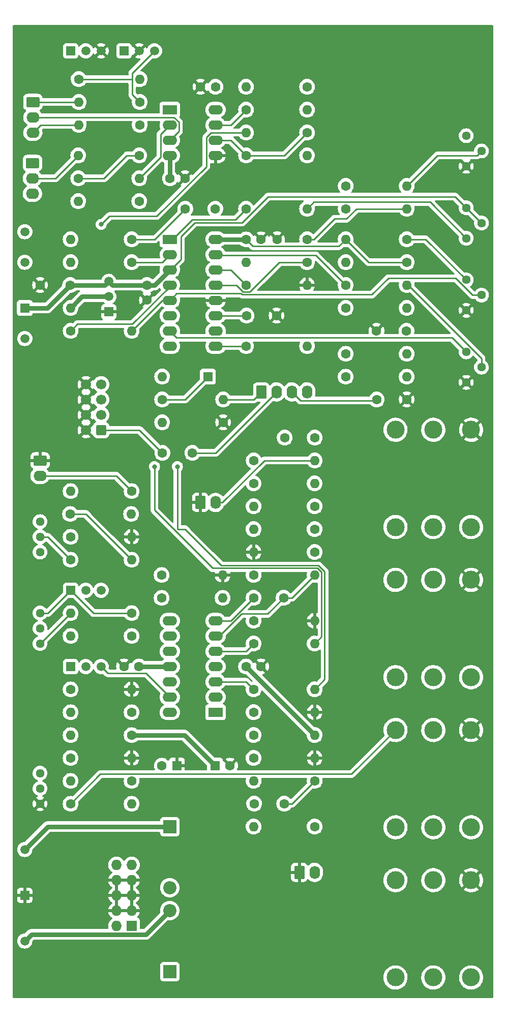
<source format=gbl>
G04 #@! TF.GenerationSoftware,KiCad,Pcbnew,6.0.2-378541a8eb~116~ubuntu20.04.1*
G04 #@! TF.CreationDate,2022-03-12T17:42:15-05:00*
G04 #@! TF.ProjectId,sidekickvco_b1,73696465-6b69-4636-9b76-636f5f62312e,rev?*
G04 #@! TF.SameCoordinates,Original*
G04 #@! TF.FileFunction,Copper,L2,Bot*
G04 #@! TF.FilePolarity,Positive*
%FSLAX46Y46*%
G04 Gerber Fmt 4.6, Leading zero omitted, Abs format (unit mm)*
G04 Created by KiCad (PCBNEW 6.0.2-378541a8eb~116~ubuntu20.04.1) date 2022-03-12 17:42:15*
%MOMM*%
%LPD*%
G01*
G04 APERTURE LIST*
G04 Aperture macros list*
%AMRoundRect*
0 Rectangle with rounded corners*
0 $1 Rounding radius*
0 $2 $3 $4 $5 $6 $7 $8 $9 X,Y pos of 4 corners*
0 Add a 4 corners polygon primitive as box body*
4,1,4,$2,$3,$4,$5,$6,$7,$8,$9,$2,$3,0*
0 Add four circle primitives for the rounded corners*
1,1,$1+$1,$2,$3*
1,1,$1+$1,$4,$5*
1,1,$1+$1,$6,$7*
1,1,$1+$1,$8,$9*
0 Add four rect primitives between the rounded corners*
20,1,$1+$1,$2,$3,$4,$5,0*
20,1,$1+$1,$4,$5,$6,$7,0*
20,1,$1+$1,$6,$7,$8,$9,0*
20,1,$1+$1,$8,$9,$2,$3,0*%
G04 Aperture macros list end*
G04 #@! TA.AperFunction,ComponentPad*
%ADD10C,1.600000*%
G04 #@! TD*
G04 #@! TA.AperFunction,ComponentPad*
%ADD11O,1.600000X1.600000*%
G04 #@! TD*
G04 #@! TA.AperFunction,ComponentPad*
%ADD12RoundRect,0.250000X-0.850000X0.620000X-0.850000X-0.620000X0.850000X-0.620000X0.850000X0.620000X0*%
G04 #@! TD*
G04 #@! TA.AperFunction,ComponentPad*
%ADD13O,2.200000X1.740000*%
G04 #@! TD*
G04 #@! TA.AperFunction,ComponentPad*
%ADD14C,1.440000*%
G04 #@! TD*
G04 #@! TA.AperFunction,ComponentPad*
%ADD15R,1.500000X1.500000*%
G04 #@! TD*
G04 #@! TA.AperFunction,ComponentPad*
%ADD16C,1.500000*%
G04 #@! TD*
G04 #@! TA.AperFunction,ComponentPad*
%ADD17R,2.400000X1.600000*%
G04 #@! TD*
G04 #@! TA.AperFunction,ComponentPad*
%ADD18O,2.400000X1.600000*%
G04 #@! TD*
G04 #@! TA.AperFunction,ComponentPad*
%ADD19R,2.200000X2.200000*%
G04 #@! TD*
G04 #@! TA.AperFunction,ComponentPad*
%ADD20O,2.200000X2.200000*%
G04 #@! TD*
G04 #@! TA.AperFunction,ComponentPad*
%ADD21C,3.000000*%
G04 #@! TD*
G04 #@! TA.AperFunction,ComponentPad*
%ADD22R,1.600000X1.600000*%
G04 #@! TD*
G04 #@! TA.AperFunction,ComponentPad*
%ADD23R,1.727200X1.727200*%
G04 #@! TD*
G04 #@! TA.AperFunction,ComponentPad*
%ADD24O,1.727200X1.727200*%
G04 #@! TD*
G04 #@! TA.AperFunction,ComponentPad*
%ADD25RoundRect,0.250000X-0.620000X-0.850000X0.620000X-0.850000X0.620000X0.850000X-0.620000X0.850000X0*%
G04 #@! TD*
G04 #@! TA.AperFunction,ComponentPad*
%ADD26O,1.740000X2.200000*%
G04 #@! TD*
G04 #@! TA.AperFunction,ComponentPad*
%ADD27RoundRect,0.250000X-0.620000X-0.845000X0.620000X-0.845000X0.620000X0.845000X-0.620000X0.845000X0*%
G04 #@! TD*
G04 #@! TA.AperFunction,ComponentPad*
%ADD28O,1.740000X2.190000*%
G04 #@! TD*
G04 #@! TA.AperFunction,ComponentPad*
%ADD29RoundRect,0.250000X0.600000X0.600000X-0.600000X0.600000X-0.600000X-0.600000X0.600000X-0.600000X0*%
G04 #@! TD*
G04 #@! TA.AperFunction,ComponentPad*
%ADD30C,1.700000*%
G04 #@! TD*
G04 #@! TA.AperFunction,ViaPad*
%ADD31C,0.800000*%
G04 #@! TD*
G04 #@! TA.AperFunction,Conductor*
%ADD32C,0.750000*%
G04 #@! TD*
G04 #@! TA.AperFunction,Conductor*
%ADD33C,0.250000*%
G04 #@! TD*
G04 APERTURE END LIST*
D10*
G04 #@! TO.P,R37,1*
G04 #@! TO.N,Board_0-Net-(Q2-Pad1)*
X120590000Y-119420000D03*
D11*
G04 #@! TO.P,R37,2*
G04 #@! TO.N,Board_0-Net-(Q1-Pad1)*
X110430000Y-119420000D03*
G04 #@! TD*
D10*
G04 #@! TO.P,R12,1*
G04 #@! TO.N,Board_0-LIN_FM*
X156230000Y-80050000D03*
D11*
G04 #@! TO.P,R12,2*
G04 #@! TO.N,Board_0-Net-(C4-Pad1)*
X166390000Y-80050000D03*
G04 #@! TD*
D10*
G04 #@! TO.P,C4,1*
G04 #@! TO.N,Board_0-Net-(C4-Pad1)*
X151070000Y-90200000D03*
G04 #@! TO.P,C4,2*
G04 #@! TO.N,Board_0-Net-(C4-Pad2)*
X146070000Y-90200000D03*
G04 #@! TD*
G04 #@! TO.P,R1,1*
G04 #@! TO.N,Board_0-+5V_REF*
X121940000Y-38130000D03*
D11*
G04 #@! TO.P,R1,2*
G04 #@! TO.N,Board_0-/Main PCB/+2V_REF*
X111780000Y-38130000D03*
G04 #@! TD*
D12*
G04 #@! TO.P,J6,1,Pin_1*
G04 #@! TO.N,Board_0-GND*
X105340000Y-94010000D03*
D13*
G04 #@! TO.P,J6,2,Pin_2*
G04 #@! TO.N,Board_0-/Outputs and sin/TRI*
X105340000Y-96550000D03*
G04 #@! TD*
D10*
G04 #@! TO.P,C9,1*
G04 #@! TO.N,Board_0-GND*
X144720000Y-69880000D03*
G04 #@! TO.P,C9,2*
G04 #@! TO.N,Board_0-Net-(C9-Pad2)*
X139720000Y-69880000D03*
G04 #@! TD*
D14*
G04 #@! TO.P,RV4,1,1*
G04 #@! TO.N,Board_0-GND*
X176300000Y-69000000D03*
G04 #@! TO.P,RV4,2,2*
G04 #@! TO.N,Board_0-PWM_IN*
X178840000Y-66460000D03*
G04 #@! TO.P,RV4,3,3*
G04 #@! TO.N,Board_0-Net-(R28-Pad1)*
X176300000Y-63920000D03*
G04 #@! TD*
D10*
G04 #@! TO.P,R13,1*
G04 #@! TO.N,Board_0-LIN_FM*
X149800000Y-60990000D03*
D11*
G04 #@! TO.P,R13,2*
G04 #@! TO.N,Board_0-Net-(C5-Pad1)*
X139640000Y-60990000D03*
G04 #@! TD*
D14*
G04 #@! TO.P,RV6,1,1*
G04 #@! TO.N,Board_0-Net-(Q1-Pad2)*
X105340000Y-109260000D03*
G04 #@! TO.P,RV6,2,2*
G04 #@! TO.N,Board_0-Net-(R34-Pad1)*
X105340000Y-106720000D03*
G04 #@! TO.P,RV6,3,3*
X105340000Y-104180000D03*
G04 #@! TD*
D10*
G04 #@! TO.P,R4,1*
G04 #@! TO.N,Board_0-Net-(R4-Pad1)*
X139640000Y-52100000D03*
D11*
G04 #@! TO.P,R4,2*
G04 #@! TO.N,Board_0-Net-(R4-Pad2)*
X149800000Y-52100000D03*
G04 #@! TD*
D10*
G04 #@! TO.P,R48,1*
G04 #@! TO.N,Board_0-Net-(R48-Pad1)*
X125590000Y-116880000D03*
D11*
G04 #@! TO.P,R48,2*
G04 #@! TO.N,Board_0-+12V*
X135750000Y-116880000D03*
G04 #@! TD*
D10*
G04 #@! TO.P,R50,1*
G04 #@! TO.N,Board_0-Net-(C18-Pad2)*
X151060000Y-101630000D03*
D11*
G04 #@! TO.P,R50,2*
G04 #@! TO.N,Board_0-+12V*
X140900000Y-101630000D03*
G04 #@! TD*
D10*
G04 #@! TO.P,R38,1*
G04 #@! TO.N,Board_0-+12V*
X120590000Y-139740000D03*
D11*
G04 #@! TO.P,R38,2*
G04 #@! TO.N,Board_0-Net-(Q2-Pad3)*
X110430000Y-139740000D03*
G04 #@! TD*
D15*
G04 #@! TO.P,U4,1*
G04 #@! TO.N,N/C*
X119320000Y-25790000D03*
D16*
G04 #@! TO.P,U4,2,K*
G04 #@! TO.N,Board_0-GND*
X121860000Y-25790000D03*
G04 #@! TO.P,U4,3,A*
G04 #@! TO.N,Board_0--5V_REF*
X124400000Y-25790000D03*
G04 #@! TD*
D17*
G04 #@! TO.P,U2,1,Scale1*
G04 #@! TO.N,Board_0-Net-(R4-Pad1)*
X126950000Y-57180000D03*
D18*
G04 #@! TO.P,U2,2,Scale2*
G04 #@! TO.N,Board_0-Net-(R5-Pad1)*
X126950000Y-59720000D03*
G04 #@! TO.P,U2,3,VEE*
G04 #@! TO.N,Board_0--5V*
X126950000Y-62260000D03*
G04 #@! TO.P,U2,4,Pulse_Output*
G04 #@! TO.N,Board_0-PULSE_OUT*
X126950000Y-64800000D03*
G04 #@! TO.P,U2,5,PWM_Input*
G04 #@! TO.N,Board_0-PWM_IN*
X126950000Y-67340000D03*
G04 #@! TO.P,U2,6,Hard_Sync*
G04 #@! TO.N,Board_0-HARD_SYNC*
X126950000Y-69880000D03*
G04 #@! TO.P,U2,7,HFT*
G04 #@! TO.N,Board_0-HFT*
X126950000Y-72420000D03*
G04 #@! TO.P,U2,8,Saw_Output*
G04 #@! TO.N,Board_0-SAW_OUT*
X126950000Y-74960000D03*
G04 #@! TO.P,U2,9,Soft_Sync*
G04 #@! TO.N,Board_0-SOFT_SYNC*
X134570000Y-74960000D03*
G04 #@! TO.P,U2,10,Triangle_Output*
G04 #@! TO.N,Board_0-TRIANGLE_OUT*
X134570000Y-72420000D03*
G04 #@! TO.P,U2,11,Cap*
G04 #@! TO.N,Board_0-Net-(C9-Pad2)*
X134570000Y-69880000D03*
G04 #@! TO.P,U2,12,GND*
G04 #@! TO.N,Board_0-GND*
X134570000Y-67340000D03*
G04 #@! TO.P,U2,13,Linear_FM*
G04 #@! TO.N,Board_0-LIN_FM*
X134570000Y-64800000D03*
G04 #@! TO.P,U2,14,Scale*
G04 #@! TO.N,Board_0-Net-(R15-Pad1)*
X134570000Y-62260000D03*
G04 #@! TO.P,U2,15,Freq_CV*
G04 #@! TO.N,Board_0-CV_NODE*
X134570000Y-59720000D03*
G04 #@! TO.P,U2,16,VCC*
G04 #@! TO.N,Board_0-+12V*
X134570000Y-57180000D03*
G04 #@! TD*
D10*
G04 #@! TO.P,R55,1*
G04 #@! TO.N,Board_0-Net-(C17-Pad1)*
X151060000Y-147350000D03*
D11*
G04 #@! TO.P,R55,2*
G04 #@! TO.N,Board_0-Net-(C17-Pad2)*
X140900000Y-147350000D03*
G04 #@! TD*
D10*
G04 #@! TO.P,R16,1*
G04 #@! TO.N,Board_0-+12V*
X166390000Y-60990000D03*
D11*
G04 #@! TO.P,R16,2*
G04 #@! TO.N,Board_0-LIN_FM*
X156230000Y-60990000D03*
G04 #@! TD*
D10*
G04 #@! TO.P,C11,1*
G04 #@! TO.N,Board_0-GND*
X166390000Y-83850000D03*
G04 #@! TO.P,C11,2*
G04 #@! TO.N,Board_0-/Main PCB/SOFT_SYNC_OFF*
X161390000Y-83850000D03*
G04 #@! TD*
G04 #@! TO.P,R11,1*
G04 #@! TO.N,Board_0-CV_NODE*
X121860000Y-43210000D03*
D11*
G04 #@! TO.P,R11,2*
G04 #@! TO.N,Board_0-/Main PCB/FINE_TUNE*
X111700000Y-43210000D03*
G04 #@! TD*
D19*
G04 #@! TO.P,D3,1,K*
G04 #@! TO.N,Board_0-+12V*
X126940000Y-154980000D03*
D20*
G04 #@! TO.P,D3,2,A*
G04 #@! TO.N,Board_0-/Jacks\u002C power\u002C etc/+12V_IN*
X126940000Y-165140000D03*
G04 #@! TD*
D10*
G04 #@! TO.P,R9,1*
G04 #@! TO.N,Board_0-CV_NODE*
X156230000Y-68610000D03*
D11*
G04 #@! TO.P,R9,2*
G04 #@! TO.N,Board_0-V_OCT*
X166390000Y-68610000D03*
G04 #@! TD*
D10*
G04 #@! TO.P,R10,1*
G04 #@! TO.N,Board_0-CV_NODE*
X121860000Y-50830000D03*
D11*
G04 #@! TO.P,R10,2*
G04 #@! TO.N,Board_0-/Main PCB/LINK_IN_CV*
X111700000Y-50830000D03*
G04 #@! TD*
D10*
G04 #@! TO.P,R29,1*
G04 #@! TO.N,Board_0-Net-(R28-Pad1)*
X149800000Y-31780000D03*
D11*
G04 #@! TO.P,R29,2*
G04 #@! TO.N,Board_0-Net-(R27-Pad1)*
X139640000Y-31780000D03*
G04 #@! TD*
D10*
G04 #@! TO.P,R7,1*
G04 #@! TO.N,Board_0-Net-(C5-Pad2)*
X120590000Y-57180000D03*
D11*
G04 #@! TO.P,R7,2*
G04 #@! TO.N,Board_0-/Main PCB/LINK_IN_FM*
X110430000Y-57180000D03*
G04 #@! TD*
D21*
G04 #@! TO.P,J18,R*
G04 #@! TO.N,N/C*
X170815000Y-113885000D03*
G04 #@! TO.P,J18,RN*
X170815000Y-130085000D03*
G04 #@! TO.P,J18,S*
G04 #@! TO.N,Board_0-GND*
X177115000Y-113885000D03*
G04 #@! TO.P,J18,SN*
G04 #@! TO.N,N/C*
X177115000Y-130085000D03*
G04 #@! TO.P,J18,T*
G04 #@! TO.N,Board_0-PWMIN*
X164515000Y-113885000D03*
G04 #@! TO.P,J18,TN*
G04 #@! TO.N,N/C*
X164515000Y-130085000D03*
G04 #@! TD*
D14*
G04 #@! TO.P,RV3,1,1*
G04 #@! TO.N,Board_0-GND*
X176300000Y-45000000D03*
G04 #@! TO.P,RV3,2,2*
G04 #@! TO.N,Board_0-/Main PCB/CENTER_FREQ*
X178840000Y-42460000D03*
G04 #@! TO.P,RV3,3,3*
G04 #@! TO.N,Board_0-+5V_REF*
X176300000Y-39920000D03*
G04 #@! TD*
D10*
G04 #@! TO.P,R20,1*
G04 #@! TO.N,Board_0-Net-(D1-Pad1)*
X125670000Y-83850000D03*
D11*
G04 #@! TO.P,R20,2*
G04 #@! TO.N,Board_0-/Main PCB/HARD_SYNCA*
X135830000Y-83850000D03*
G04 #@! TD*
D22*
G04 #@! TO.P,D2,1,K*
G04 #@! TO.N,Board_0--5V*
X102810000Y-68610000D03*
D11*
G04 #@! TO.P,D2,2,A*
G04 #@! TO.N,Board_0--12V*
X110430000Y-68610000D03*
G04 #@! TD*
D10*
G04 #@! TO.P,C10,1*
G04 #@! TO.N,Board_0-Net-(C10-Pad1)*
X166360000Y-72420000D03*
G04 #@! TO.P,C10,2*
G04 #@! TO.N,Board_0-GND*
X161360000Y-72420000D03*
G04 #@! TD*
G04 #@! TO.P,R18,1*
G04 #@! TO.N,Board_0-CV_NODE*
X156230000Y-64800000D03*
D11*
G04 #@! TO.P,R18,2*
G04 #@! TO.N,Board_0-/Main PCB/HI_FREQ_TRACK*
X166390000Y-64800000D03*
G04 #@! TD*
D21*
G04 #@! TO.P,J22,R*
G04 #@! TO.N,N/C*
X170815000Y-163885000D03*
G04 #@! TO.P,J22,RN*
X170815000Y-180085000D03*
G04 #@! TO.P,J22,S*
G04 #@! TO.N,Board_0-GND*
X177115000Y-163885000D03*
G04 #@! TO.P,J22,SN*
G04 #@! TO.N,N/C*
X177115000Y-180085000D03*
G04 #@! TO.P,J22,T*
G04 #@! TO.N,Board_0-PULSE*
X164515000Y-163885000D03*
G04 #@! TO.P,J22,TN*
G04 #@! TO.N,N/C*
X164515000Y-180085000D03*
G04 #@! TD*
D10*
G04 #@! TO.P,R44,1*
G04 #@! TO.N,Board_0-Net-(R44-Pad1)*
X140900000Y-132110000D03*
D11*
G04 #@! TO.P,R44,2*
G04 #@! TO.N,Board_0-SAW_OUT*
X151060000Y-132110000D03*
G04 #@! TD*
D10*
G04 #@! TO.P,R45,1*
G04 #@! TO.N,Board_0-Net-(R45-Pad1)*
X140900000Y-124490000D03*
D11*
G04 #@! TO.P,R45,2*
G04 #@! TO.N,Board_0-PULSE_OUT*
X151060000Y-124490000D03*
G04 #@! TD*
D23*
G04 #@! TO.P,J20,1,-12V*
G04 #@! TO.N,Board_0-/Jacks\u002C power\u002C etc/-12V_IN*
X120590000Y-171490000D03*
D24*
G04 #@! TO.P,J20,2,-12V*
X118050000Y-171490000D03*
G04 #@! TO.P,J20,3,GND*
G04 #@! TO.N,Board_0-GND*
X120590000Y-168950000D03*
G04 #@! TO.P,J20,4,GND*
X118050000Y-168950000D03*
G04 #@! TO.P,J20,5,GND*
X120590000Y-166410000D03*
G04 #@! TO.P,J20,6,GND*
X118050000Y-166410000D03*
G04 #@! TO.P,J20,7,GND*
X120590000Y-163870000D03*
G04 #@! TO.P,J20,8,GND*
X118050000Y-163870000D03*
G04 #@! TO.P,J20,9,+12V*
G04 #@! TO.N,Board_0-/Jacks\u002C power\u002C etc/+12V_IN*
X120590000Y-161330000D03*
G04 #@! TO.P,J20,10,+12V*
X118050000Y-161330000D03*
G04 #@! TD*
D10*
G04 #@! TO.P,C2,1*
G04 #@! TO.N,Board_0-+12V*
X134550000Y-31780000D03*
G04 #@! TO.P,C2,2*
G04 #@! TO.N,Board_0-GND*
X132050000Y-31780000D03*
G04 #@! TD*
D22*
G04 #@! TO.P,D1,1,K*
G04 #@! TO.N,Board_0-Net-(D1-Pad1)*
X133290000Y-80040000D03*
D11*
G04 #@! TO.P,D1,2,A*
G04 #@! TO.N,Board_0-HARD_SYNC*
X125670000Y-80040000D03*
G04 #@! TD*
D10*
G04 #@! TO.P,R24,1*
G04 #@! TO.N,Board_0--5V_REF*
X111780000Y-30510000D03*
D11*
G04 #@! TO.P,R24,2*
G04 #@! TO.N,Board_0--12V*
X121940000Y-30510000D03*
G04 #@! TD*
D10*
G04 #@! TO.P,R26,1*
G04 #@! TO.N,Board_0-Net-(R25-Pad1)*
X139640000Y-43210000D03*
D11*
G04 #@! TO.P,R26,2*
G04 #@! TO.N,Board_0-PWMIN*
X149800000Y-43210000D03*
G04 #@! TD*
D15*
G04 #@! TO.P,Q1,1,E*
G04 #@! TO.N,Board_0-Net-(Q1-Pad1)*
X110430000Y-128310000D03*
D16*
G04 #@! TO.P,Q1,2,B*
G04 #@! TO.N,Board_0-Net-(Q1-Pad2)*
X112970000Y-128310000D03*
G04 #@! TO.P,Q1,3,C*
G04 #@! TO.N,Board_0-Net-(Q1-Pad3)*
X115510000Y-128310000D03*
G04 #@! TD*
D10*
G04 #@! TO.P,R19,1*
G04 #@! TO.N,Board_0-CV_NODE*
X156230000Y-48290000D03*
D11*
G04 #@! TO.P,R19,2*
G04 #@! TO.N,Board_0-/Main PCB/CENTER_FREQ*
X166390000Y-48290000D03*
G04 #@! TD*
D10*
G04 #@! TO.P,R56,1*
G04 #@! TO.N,Board_0-Net-(C18-Pad1)*
X140900000Y-113060000D03*
D11*
G04 #@! TO.P,R56,2*
G04 #@! TO.N,Board_0-Net-(C18-Pad2)*
X151060000Y-113060000D03*
G04 #@! TD*
D10*
G04 #@! TO.P,R27,1*
G04 #@! TO.N,Board_0-Net-(R27-Pad1)*
X139640000Y-35590000D03*
D11*
G04 #@! TO.P,R27,2*
G04 #@! TO.N,Board_0-Net-(R25-Pad1)*
X149800000Y-35590000D03*
G04 #@! TD*
D10*
G04 #@! TO.P,R25,1*
G04 #@! TO.N,Board_0-Net-(R25-Pad1)*
X149800000Y-39400000D03*
D11*
G04 #@! TO.P,R25,2*
G04 #@! TO.N,Board_0-/Main PCB/LINK_IN_PW*
X139640000Y-39400000D03*
G04 #@! TD*
D25*
G04 #@! TO.P,J7,1,Pin_1*
G04 #@! TO.N,Board_0-GND*
X148510000Y-162580000D03*
D26*
G04 #@! TO.P,J7,2,Pin_2*
G04 #@! TO.N,Board_0-/Outputs and sin/SAW*
X151050000Y-162580000D03*
G04 #@! TD*
D10*
G04 #@! TO.P,R21,1*
G04 #@! TO.N,Board_0-SOFT_SYNC*
X139640000Y-74960000D03*
D11*
G04 #@! TO.P,R21,2*
G04 #@! TO.N,Board_0-/Main PCB/SOFT_SYNCA*
X149800000Y-74960000D03*
G04 #@! TD*
D10*
G04 #@! TO.P,R14,1*
G04 #@! TO.N,Board_0-CV_NODE*
X156230000Y-52100000D03*
D11*
G04 #@! TO.P,R14,2*
G04 #@! TO.N,Board_0-Net-(C8-Pad1)*
X166390000Y-52100000D03*
G04 #@! TD*
D10*
G04 #@! TO.P,R6,1*
G04 #@! TO.N,Board_0-Net-(C4-Pad2)*
X140910000Y-94010000D03*
D11*
G04 #@! TO.P,R6,2*
G04 #@! TO.N,Board_0-/Main PCB/LIN_FM_IN*
X151070000Y-94010000D03*
G04 #@! TD*
D22*
G04 #@! TO.P,C14,1*
G04 #@! TO.N,Board_0-GND*
X128130000Y-144820000D03*
D10*
G04 #@! TO.P,C14,2*
G04 #@! TO.N,Board_0--12V*
X125630000Y-144820000D03*
G04 #@! TD*
D14*
G04 #@! TO.P,RV7,1,1*
G04 #@! TO.N,Board_0-Net-(Q1-Pad1)*
X105340000Y-124490000D03*
G04 #@! TO.P,RV7,2,2*
G04 #@! TO.N,Board_0-Net-(R39-Pad2)*
X105340000Y-121950000D03*
G04 #@! TO.P,RV7,3,3*
G04 #@! TO.N,Board_0-Net-(Q2-Pad1)*
X105340000Y-119410000D03*
G04 #@! TD*
D15*
G04 #@! TO.P,U5,1,GND*
G04 #@! TO.N,Board_0-GND*
X116780000Y-69245000D03*
D16*
G04 #@! TO.P,U5,2,VI*
G04 #@! TO.N,Board_0--12V*
X116780000Y-66705000D03*
G04 #@! TO.P,U5,3,VO*
G04 #@! TO.N,Board_0--5V*
X116780000Y-64165000D03*
G04 #@! TD*
D10*
G04 #@! TO.P,R40,1*
G04 #@! TO.N,Board_0-Net-(Q2-Pad2)*
X110430000Y-106720000D03*
D11*
G04 #@! TO.P,R40,2*
G04 #@! TO.N,Board_0-GND*
X120590000Y-106720000D03*
G04 #@! TD*
D14*
G04 #@! TO.P,RV2,1,1*
G04 #@! TO.N,Board_0-GND*
X176300000Y-81000000D03*
G04 #@! TO.P,RV2,2,2*
G04 #@! TO.N,Board_0-/Main PCB/HI_FREQ_TRACK*
X178840000Y-78460000D03*
G04 #@! TO.P,RV2,3,3*
G04 #@! TO.N,Board_0-HFT*
X176300000Y-75920000D03*
G04 #@! TD*
D10*
G04 #@! TO.P,R54,1*
G04 #@! TO.N,Board_0-TRI_RAW*
X110350000Y-102910000D03*
D11*
G04 #@! TO.P,R54,2*
G04 #@! TO.N,Board_0-Net-(R48-Pad1)*
X120510000Y-102910000D03*
G04 #@! TD*
D10*
G04 #@! TO.P,R46,1*
G04 #@! TO.N,Board_0-Net-(R44-Pad1)*
X140900000Y-135920000D03*
D11*
G04 #@! TO.P,R46,2*
G04 #@! TO.N,Board_0-GND*
X151060000Y-135920000D03*
G04 #@! TD*
D19*
G04 #@! TO.P,D4,1,K*
G04 #@! TO.N,Board_0-/Jacks\u002C power\u002C etc/-12V_IN*
X126940000Y-179110000D03*
D20*
G04 #@! TO.P,D4,2,A*
G04 #@! TO.N,Board_0--12V*
X126940000Y-168950000D03*
G04 #@! TD*
D10*
G04 #@! TO.P,C8,1*
G04 #@! TO.N,Board_0-Net-(C8-Pad1)*
X149800000Y-57180000D03*
G04 #@! TO.P,C8,2*
G04 #@! TO.N,Board_0-GND*
X144800000Y-57180000D03*
G04 #@! TD*
G04 #@! TO.P,R57,1*
G04 #@! TO.N,Board_0-/Outputs and sin/TRI*
X120590000Y-99100000D03*
D11*
G04 #@! TO.P,R57,2*
G04 #@! TO.N,Board_0-TRI_RAW*
X110430000Y-99100000D03*
G04 #@! TD*
D10*
G04 #@! TO.P,R2,1*
G04 #@! TO.N,Board_0--5V_REF*
X121940000Y-34320000D03*
D11*
G04 #@! TO.P,R2,2*
G04 #@! TO.N,Board_0-/Main PCB/-2V_REF*
X111780000Y-34320000D03*
G04 #@! TD*
D10*
G04 #@! TO.P,R43,1*
G04 #@! TO.N,Board_0-SIN*
X110430000Y-151170000D03*
D11*
G04 #@! TO.P,R43,2*
G04 #@! TO.N,Board_0-Net-(R42-Pad1)*
X120590000Y-151170000D03*
G04 #@! TD*
D10*
G04 #@! TO.P,C16,1*
G04 #@! TO.N,Board_0-GND*
X119320000Y-128310000D03*
G04 #@! TO.P,C16,2*
G04 #@! TO.N,Board_0--12V*
X121820000Y-128310000D03*
G04 #@! TD*
G04 #@! TO.P,R17,1*
G04 #@! TO.N,Board_0-LIN_FM*
X156230000Y-76240000D03*
D11*
G04 #@! TO.P,R17,2*
G04 #@! TO.N,Board_0-Net-(C10-Pad1)*
X166390000Y-76240000D03*
G04 #@! TD*
D15*
G04 #@! TO.P,U3,1*
G04 #@! TO.N,N/C*
X110430000Y-25790000D03*
D16*
G04 #@! TO.P,U3,2,K*
G04 #@! TO.N,Board_0-+5V_REF*
X112970000Y-25790000D03*
G04 #@! TO.P,U3,3,A*
G04 #@! TO.N,Board_0-GND*
X115510000Y-25790000D03*
G04 #@! TD*
D27*
G04 #@! TO.P,J4,1,Pin_1*
G04 #@! TO.N,Board_0-/Main PCB/HARD_SYNCA*
X142180000Y-82580000D03*
D28*
G04 #@! TO.P,J4,2,Pin_2*
G04 #@! TO.N,Board_0-/Main PCB/SYNCA*
X144720000Y-82580000D03*
G04 #@! TO.P,J4,3,Pin_3*
G04 #@! TO.N,Board_0-/Main PCB/SOFT_SYNC_OFF*
X147260000Y-82580000D03*
G04 #@! TO.P,J4,4,Pin_4*
G04 #@! TO.N,Board_0-/Main PCB/SOFT_SYNCA*
X149800000Y-82580000D03*
G04 #@! TD*
D10*
G04 #@! TO.P,R28,1*
G04 #@! TO.N,Board_0-Net-(R28-Pad1)*
X166390000Y-57180000D03*
D11*
G04 #@! TO.P,R28,2*
G04 #@! TO.N,Board_0-+12V*
X156230000Y-57180000D03*
G04 #@! TD*
D12*
G04 #@! TO.P,J3,1,Pin_1*
G04 #@! TO.N,Board_0-/Main PCB/-2V_REF*
X104140000Y-34320000D03*
D13*
G04 #@! TO.P,J3,2,Pin_2*
G04 #@! TO.N,Board_0-/Main PCB/OCTAVE*
X104140000Y-36860000D03*
G04 #@! TO.P,J3,3,Pin_3*
G04 #@! TO.N,Board_0-/Main PCB/+2V_REF*
X104140000Y-39400000D03*
G04 #@! TD*
D14*
G04 #@! TO.P,RV8,1,1*
G04 #@! TO.N,Board_0-GND*
X105340000Y-151160000D03*
G04 #@! TO.P,RV8,2,2*
G04 #@! TO.N,Board_0-SIN*
X105340000Y-148620000D03*
G04 #@! TO.P,RV8,3,3*
X105340000Y-146080000D03*
G04 #@! TD*
D10*
G04 #@! TO.P,R8,1*
G04 #@! TO.N,Board_0-CV_NODE*
X111700000Y-47020000D03*
D11*
G04 #@! TO.P,R8,2*
G04 #@! TO.N,Board_0-Net-(R8-Pad2)*
X121860000Y-47020000D03*
G04 #@! TD*
D10*
G04 #@! TO.P,R52,1*
G04 #@! TO.N,Board_0-Net-(C17-Pad2)*
X140900000Y-143540000D03*
D11*
G04 #@! TO.P,R52,2*
G04 #@! TO.N,Board_0-GND*
X151060000Y-143540000D03*
G04 #@! TD*
D10*
G04 #@! TO.P,R49,1*
G04 #@! TO.N,Board_0-Net-(C17-Pad2)*
X140900000Y-139730000D03*
D11*
G04 #@! TO.P,R49,2*
G04 #@! TO.N,Board_0-+12V*
X151060000Y-139730000D03*
G04 #@! TD*
D10*
G04 #@! TO.P,C6,1*
G04 #@! TO.N,Board_0-+12V*
X139640000Y-57190000D03*
G04 #@! TO.P,C6,2*
G04 #@! TO.N,Board_0-GND*
X142140000Y-57190000D03*
G04 #@! TD*
D15*
G04 #@! TO.P,Q2,1,E*
G04 #@! TO.N,Board_0-Net-(Q2-Pad1)*
X110430000Y-115610000D03*
D16*
G04 #@! TO.P,Q2,2,B*
G04 #@! TO.N,Board_0-Net-(Q2-Pad2)*
X112970000Y-115610000D03*
G04 #@! TO.P,Q2,3,C*
G04 #@! TO.N,Board_0-Net-(Q2-Pad3)*
X115510000Y-115610000D03*
G04 #@! TD*
D10*
G04 #@! TO.P,C18,1*
G04 #@! TO.N,Board_0-Net-(C18-Pad1)*
X140900000Y-116870000D03*
G04 #@! TO.P,C18,2*
G04 #@! TO.N,Board_0-Net-(C18-Pad2)*
X145900000Y-116870000D03*
G04 #@! TD*
G04 #@! TO.P,R23,1*
G04 #@! TO.N,Board_0-+12V*
X140890000Y-97810000D03*
D11*
G04 #@! TO.P,R23,2*
G04 #@! TO.N,Board_0-+5V_REF*
X151050000Y-97810000D03*
G04 #@! TD*
D21*
G04 #@! TO.P,J19,R*
G04 #@! TO.N,N/C*
X170815000Y-88885000D03*
G04 #@! TO.P,J19,RN*
X170815000Y-105085000D03*
G04 #@! TO.P,J19,S*
G04 #@! TO.N,Board_0-GND*
X177115000Y-88885000D03*
G04 #@! TO.P,J19,SN*
G04 #@! TO.N,N/C*
X177115000Y-105085000D03*
G04 #@! TO.P,J19,T*
G04 #@! TO.N,Board_0-V_OCT*
X164515000Y-88885000D03*
G04 #@! TO.P,J19,TN*
G04 #@! TO.N,N/C*
X164515000Y-105085000D03*
G04 #@! TD*
D10*
G04 #@! TO.P,R39,1*
G04 #@! TO.N,Board_0--12V*
X120590000Y-123230000D03*
D11*
G04 #@! TO.P,R39,2*
G04 #@! TO.N,Board_0-Net-(R39-Pad2)*
X110430000Y-123230000D03*
G04 #@! TD*
D10*
G04 #@! TO.P,R53,1*
G04 #@! TO.N,Board_0-Net-(C18-Pad2)*
X151060000Y-109250000D03*
D11*
G04 #@! TO.P,R53,2*
G04 #@! TO.N,Board_0-GND*
X140900000Y-109250000D03*
G04 #@! TD*
D10*
G04 #@! TO.P,R15,1*
G04 #@! TO.N,Board_0-Net-(R15-Pad1)*
X139640000Y-64800000D03*
D11*
G04 #@! TO.P,R15,2*
G04 #@! TO.N,Board_0-GND*
X149800000Y-64800000D03*
G04 #@! TD*
D10*
G04 #@! TO.P,R35,1*
G04 #@! TO.N,Board_0-Net-(Q1-Pad2)*
X110430000Y-132120000D03*
D11*
G04 #@! TO.P,R35,2*
G04 #@! TO.N,Board_0-GND*
X120590000Y-132120000D03*
G04 #@! TD*
D10*
G04 #@! TO.P,R51,1*
G04 #@! TO.N,Board_0-Net-(R48-Pad1)*
X125590000Y-113070000D03*
D11*
G04 #@! TO.P,R51,2*
G04 #@! TO.N,Board_0-GND*
X135750000Y-113070000D03*
G04 #@! TD*
D25*
G04 #@! TO.P,J5,1,Pin_1*
G04 #@! TO.N,Board_0-GND*
X132020000Y-100995000D03*
D26*
G04 #@! TO.P,J5,2,Pin_2*
G04 #@! TO.N,Board_0-/Main PCB/LIN_FM_IN*
X134560000Y-100995000D03*
G04 #@! TD*
D17*
G04 #@! TO.P,U6,1*
G04 #@! TO.N,Board_0-Net-(C17-Pad1)*
X134560000Y-135930000D03*
D18*
G04 #@! TO.P,U6,2,-*
G04 #@! TO.N,Board_0-Net-(C17-Pad2)*
X134560000Y-133390000D03*
G04 #@! TO.P,U6,3,+*
G04 #@! TO.N,Board_0-Net-(R44-Pad1)*
X134560000Y-130850000D03*
G04 #@! TO.P,U6,4,V+*
G04 #@! TO.N,Board_0-+12V*
X134560000Y-128310000D03*
G04 #@! TO.P,U6,5,+*
G04 #@! TO.N,Board_0-Net-(R45-Pad1)*
X134560000Y-125770000D03*
G04 #@! TO.P,U6,6,-*
G04 #@! TO.N,Board_0-Net-(C18-Pad2)*
X134560000Y-123230000D03*
G04 #@! TO.P,U6,7*
G04 #@! TO.N,Board_0-Net-(C18-Pad1)*
X134560000Y-120690000D03*
G04 #@! TO.P,U6,8*
G04 #@! TO.N,Board_0-TRI_RAW*
X126940000Y-120690000D03*
G04 #@! TO.P,U6,9,-*
G04 #@! TO.N,Board_0-Net-(R48-Pad1)*
X126940000Y-123230000D03*
G04 #@! TO.P,U6,10,+*
G04 #@! TO.N,Board_0-TRIANGLE_OUT*
X126940000Y-125770000D03*
G04 #@! TO.P,U6,11,V-*
G04 #@! TO.N,Board_0--12V*
X126940000Y-128310000D03*
G04 #@! TO.P,U6,12,+*
G04 #@! TO.N,Board_0-Net-(Q2-Pad3)*
X126940000Y-130850000D03*
G04 #@! TO.P,U6,13,-*
G04 #@! TO.N,Board_0-Net-(Q1-Pad3)*
X126940000Y-133390000D03*
G04 #@! TO.P,U6,14*
G04 #@! TO.N,Board_0-Net-(R42-Pad1)*
X126940000Y-135930000D03*
G04 #@! TD*
D10*
G04 #@! TO.P,C7,1*
G04 #@! TO.N,Board_0-/Main PCB/SYNCA*
X130710000Y-92740000D03*
G04 #@! TO.P,C7,2*
G04 #@! TO.N,Board_0-/Main PCB/LINK_IN_SYNC*
X125710000Y-92740000D03*
G04 #@! TD*
G04 #@! TO.P,C3,1*
G04 #@! TO.N,Board_0-GND*
X129480000Y-47020000D03*
G04 #@! TO.P,C3,2*
G04 #@! TO.N,Board_0--12V*
X126980000Y-47020000D03*
G04 #@! TD*
G04 #@! TO.P,R47,1*
G04 #@! TO.N,Board_0-Net-(R45-Pad1)*
X140900000Y-120680000D03*
D11*
G04 #@! TO.P,R47,2*
G04 #@! TO.N,Board_0-GND*
X151060000Y-120680000D03*
G04 #@! TD*
D10*
G04 #@! TO.P,C12,1*
G04 #@! TO.N,Board_0-GND*
X105350000Y-64800000D03*
G04 #@! TO.P,C12,2*
G04 #@! TO.N,Board_0--5V*
X110350000Y-64800000D03*
G04 #@! TD*
G04 #@! TO.P,R34,1*
G04 #@! TO.N,Board_0-Net-(R34-Pad1)*
X110430000Y-110530000D03*
D11*
G04 #@! TO.P,R34,2*
G04 #@! TO.N,Board_0-TRI_RAW*
X120590000Y-110530000D03*
G04 #@! TD*
D22*
G04 #@! TO.P,C13,1*
G04 #@! TO.N,Board_0-+12V*
X134480000Y-144820000D03*
D10*
G04 #@! TO.P,C13,2*
G04 #@! TO.N,Board_0-GND*
X136980000Y-144820000D03*
G04 #@! TD*
D21*
G04 #@! TO.P,J21,R*
G04 #@! TO.N,N/C*
X170815000Y-138885000D03*
G04 #@! TO.P,J21,RN*
X170815000Y-155085000D03*
G04 #@! TO.P,J21,S*
G04 #@! TO.N,Board_0-GND*
X177115000Y-138885000D03*
G04 #@! TO.P,J21,SN*
G04 #@! TO.N,N/C*
X177115000Y-155085000D03*
G04 #@! TO.P,J21,T*
G04 #@! TO.N,Board_0-SIN*
X164515000Y-138885000D03*
G04 #@! TO.P,J21,TN*
G04 #@! TO.N,N/C*
X164515000Y-155085000D03*
G04 #@! TD*
D10*
G04 #@! TO.P,R5,1*
G04 #@! TO.N,Board_0-Net-(R5-Pad1)*
X120590000Y-60990000D03*
D11*
G04 #@! TO.P,R5,2*
G04 #@! TO.N,Board_0--5V*
X110430000Y-60990000D03*
G04 #@! TD*
D10*
G04 #@! TO.P,R41,1*
G04 #@! TO.N,Board_0-Net-(Q2-Pad3)*
X110430000Y-143550000D03*
D11*
G04 #@! TO.P,R41,2*
G04 #@! TO.N,Board_0-GND*
X120590000Y-143550000D03*
G04 #@! TD*
D29*
G04 #@! TO.P,J1,1,Pin_1*
G04 #@! TO.N,Board_0-/Main PCB/LINK_IN_SYNC*
X115510000Y-88930000D03*
D30*
G04 #@! TO.P,J1,2,Pin_2*
G04 #@! TO.N,Board_0-GND*
X112970000Y-88930000D03*
G04 #@! TO.P,J1,3,Pin_3*
G04 #@! TO.N,Board_0-/Main PCB/LINK_IN_FM*
X115510000Y-86390000D03*
G04 #@! TO.P,J1,4,Pin_4*
G04 #@! TO.N,Board_0-GND*
X112970000Y-86390000D03*
G04 #@! TO.P,J1,5,Pin_5*
G04 #@! TO.N,Board_0-/Main PCB/LINK_IN_PW*
X115510000Y-83850000D03*
G04 #@! TO.P,J1,6,Pin_6*
G04 #@! TO.N,Board_0-GND*
X112970000Y-83850000D03*
G04 #@! TO.P,J1,7,Pin_7*
G04 #@! TO.N,Board_0-/Main PCB/LINK_IN_CV*
X115510000Y-81310000D03*
G04 #@! TO.P,J1,8,Pin_8*
G04 #@! TO.N,Board_0-GND*
X112970000Y-81310000D03*
G04 #@! TD*
D10*
G04 #@! TO.P,C1,1*
G04 #@! TO.N,Board_0--5V*
X123130000Y-64800000D03*
G04 #@! TO.P,C1,2*
G04 #@! TO.N,Board_0-GND*
X123130000Y-67300000D03*
G04 #@! TD*
G04 #@! TO.P,C17,1*
G04 #@! TO.N,Board_0-Net-(C17-Pad1)*
X145990000Y-151160000D03*
G04 #@! TO.P,C17,2*
G04 #@! TO.N,Board_0-Net-(C17-Pad2)*
X140990000Y-151160000D03*
G04 #@! TD*
D14*
G04 #@! TO.P,RV1,1,1*
G04 #@! TO.N,Board_0-Net-(R4-Pad2)*
X176300000Y-57000000D03*
G04 #@! TO.P,RV1,2,2*
G04 #@! TO.N,Board_0--5V*
X178840000Y-54460000D03*
G04 #@! TO.P,RV1,3,3*
X176300000Y-51920000D03*
G04 #@! TD*
D17*
G04 #@! TO.P,U1,1*
G04 #@! TO.N,Board_0-Net-(R8-Pad2)*
X126940000Y-35600000D03*
D18*
G04 #@! TO.P,U1,2,-*
X126940000Y-38140000D03*
G04 #@! TO.P,U1,3,+*
G04 #@! TO.N,Board_0-/Main PCB/OCTAVE*
X126940000Y-40680000D03*
G04 #@! TO.P,U1,4,V-*
G04 #@! TO.N,Board_0--12V*
X126940000Y-43220000D03*
G04 #@! TO.P,U1,5,+*
G04 #@! TO.N,Board_0-GND*
X134560000Y-43220000D03*
G04 #@! TO.P,U1,6,-*
G04 #@! TO.N,Board_0-Net-(R25-Pad1)*
X134560000Y-40680000D03*
G04 #@! TO.P,U1,7*
G04 #@! TO.N,Board_0-Net-(R27-Pad1)*
X134560000Y-38140000D03*
G04 #@! TO.P,U1,8,V+*
G04 #@! TO.N,Board_0-+12V*
X134560000Y-35600000D03*
G04 #@! TD*
D10*
G04 #@! TO.P,R58,1*
G04 #@! TO.N,Board_0-/Outputs and sin/SAW*
X151060000Y-154970000D03*
D11*
G04 #@! TO.P,R58,2*
G04 #@! TO.N,Board_0-Net-(C17-Pad1)*
X140900000Y-154970000D03*
G04 #@! TD*
D10*
G04 #@! TO.P,R42,1*
G04 #@! TO.N,Board_0-Net-(R42-Pad1)*
X120590000Y-147360000D03*
D11*
G04 #@! TO.P,R42,2*
G04 #@! TO.N,Board_0-Net-(Q1-Pad3)*
X110430000Y-147360000D03*
G04 #@! TD*
D10*
G04 #@! TO.P,R22,1*
G04 #@! TO.N,Board_0-GND*
X135830000Y-87660000D03*
D11*
G04 #@! TO.P,R22,2*
G04 #@! TO.N,Board_0-Net-(D1-Pad1)*
X125670000Y-87660000D03*
G04 #@! TD*
D10*
G04 #@! TO.P,R36,1*
G04 #@! TO.N,Board_0-+12V*
X120590000Y-135930000D03*
D11*
G04 #@! TO.P,R36,2*
G04 #@! TO.N,Board_0-Net-(Q1-Pad3)*
X110430000Y-135930000D03*
G04 #@! TD*
D10*
G04 #@! TO.P,C15,1*
G04 #@! TO.N,Board_0-+12V*
X139640000Y-128310000D03*
G04 #@! TO.P,C15,2*
G04 #@! TO.N,Board_0-GND*
X142140000Y-128310000D03*
G04 #@! TD*
D12*
G04 #@! TO.P,J2,1,Pin_1*
G04 #@! TO.N,Board_0--5V_REF*
X104080000Y-44480000D03*
D13*
G04 #@! TO.P,J2,2,Pin_2*
G04 #@! TO.N,Board_0-/Main PCB/FINE_TUNE*
X104080000Y-47020000D03*
G04 #@! TO.P,J2,3,Pin_3*
G04 #@! TO.N,Board_0-+5V_REF*
X104080000Y-49560000D03*
G04 #@! TD*
D10*
G04 #@! TO.P,R3,1*
G04 #@! TO.N,Board_0-PULSE_OUT*
X110430000Y-72420000D03*
D11*
G04 #@! TO.P,R3,2*
G04 #@! TO.N,Board_0-PWM_IN*
X120590000Y-72420000D03*
G04 #@! TD*
D10*
G04 #@! TO.P,C5,1*
G04 #@! TO.N,Board_0-Net-(C5-Pad1)*
X134520000Y-52100000D03*
G04 #@! TO.P,C5,2*
G04 #@! TO.N,Board_0-Net-(C5-Pad2)*
X129520000Y-52100000D03*
G04 #@! TD*
G04 #@! TO.P,R59,1*
G04 #@! TO.N,Board_0-PULSE*
X151060000Y-105440000D03*
D11*
G04 #@! TO.P,R59,2*
G04 #@! TO.N,Board_0-Net-(C18-Pad1)*
X140900000Y-105440000D03*
G04 #@! TD*
D16*
G04 #@! TO.P,TP1,1,1*
G04 #@! TO.N,Board_0-+5V_REF*
X102810000Y-60990000D03*
G04 #@! TD*
G04 #@! TO.P,TP3,1,1*
G04 #@! TO.N,Board_0--5V*
X102810000Y-73690000D03*
G04 #@! TD*
G04 #@! TO.P,TP2,1,1*
G04 #@! TO.N,Board_0--5V_REF*
X102810000Y-55910000D03*
G04 #@! TD*
G04 #@! TO.P,TP4,1,1*
G04 #@! TO.N,Board_0-+12V*
X102800000Y-158780000D03*
G04 #@! TD*
D15*
G04 #@! TO.P,TP6,1,1*
G04 #@! TO.N,Board_0-GND*
X102800000Y-166400000D03*
G04 #@! TD*
D16*
G04 #@! TO.P,TP5,1,1*
G04 #@! TO.N,Board_0--12V*
X102800000Y-174020000D03*
G04 #@! TD*
D31*
G04 #@! TO.N,Board_0-/Main PCB/LINK_IN_PW*
X115509500Y-54691843D03*
G04 #@! TO.N,Board_0-PULSE_OUT*
X124400000Y-95026000D03*
G04 #@! TO.N,Board_0-SAW_OUT*
X128210000Y-95026000D03*
G04 #@! TD*
D32*
G04 #@! TO.N,Board_0-+12V*
X139640000Y-128310000D02*
X151060000Y-139730000D01*
X129400000Y-139740000D02*
X134480000Y-144820000D01*
D33*
X156230000Y-57180000D02*
X155095489Y-58314511D01*
D32*
X120590000Y-139740000D02*
X129400000Y-139740000D01*
X126940000Y-154980000D02*
X106600000Y-154980000D01*
D33*
X166390000Y-60990000D02*
X160040000Y-60990000D01*
D32*
X139630000Y-57180000D02*
X139640000Y-57190000D01*
D33*
X155095489Y-58314511D02*
X140764511Y-58314511D01*
D32*
X106600000Y-154980000D02*
X102800000Y-158780000D01*
X134570000Y-57180000D02*
X139630000Y-57180000D01*
D33*
X140764511Y-58314511D02*
X139640000Y-57190000D01*
X160040000Y-60990000D02*
X156230000Y-57180000D01*
D32*
G04 #@! TO.N,Board_0--12V*
X103891889Y-172928111D02*
X102800000Y-174020000D01*
X126940000Y-43220000D02*
X126940000Y-46980000D01*
X126940000Y-128310000D02*
X121820000Y-128310000D01*
X112335000Y-66705000D02*
X116780000Y-66705000D01*
X126940000Y-168950000D02*
X122961889Y-172928111D01*
X122961889Y-172928111D02*
X103891889Y-172928111D01*
X110430000Y-68610000D02*
X112335000Y-66705000D01*
D33*
G04 #@! TO.N,Board_0--5V*
X131084000Y-54386000D02*
X128798000Y-56672000D01*
D32*
X106540000Y-68610000D02*
X102810000Y-68610000D01*
D33*
X127020000Y-62260000D02*
X126950000Y-62260000D01*
X128798000Y-60482000D02*
X127020000Y-62260000D01*
D32*
X110350000Y-64800000D02*
X106540000Y-68610000D01*
X116780000Y-64165000D02*
X117415000Y-64800000D01*
X124410000Y-64800000D02*
X126950000Y-62260000D01*
D33*
X176300000Y-51920000D02*
X174448000Y-50068000D01*
X174448000Y-50068000D02*
X143262300Y-50068000D01*
X143262300Y-50068000D02*
X138944300Y-54386000D01*
D32*
X117415000Y-64800000D02*
X123130000Y-64800000D01*
X116145000Y-64800000D02*
X116780000Y-64165000D01*
X110350000Y-64800000D02*
X116145000Y-64800000D01*
D33*
X138944300Y-54386000D02*
X131084000Y-54386000D01*
D32*
X123130000Y-64800000D02*
X124410000Y-64800000D01*
D33*
X176300000Y-51920000D02*
X178840000Y-54460000D01*
X128798000Y-56672000D02*
X128798000Y-60482000D01*
G04 #@! TO.N,Board_0--5V_REF*
X120688489Y-29501511D02*
X124400000Y-25790000D01*
X120688489Y-33068489D02*
X120688489Y-30491511D01*
X121940000Y-34320000D02*
X120688489Y-33068489D01*
X120670000Y-30510000D02*
X120688489Y-30491511D01*
X111780000Y-30510000D02*
X120670000Y-30510000D01*
X120688489Y-30491511D02*
X120688489Y-29501511D01*
G04 #@! TO.N,Board_0-/Main PCB/+2V_REF*
X105410000Y-38130000D02*
X111780000Y-38130000D01*
X104140000Y-39400000D02*
X105410000Y-38130000D01*
G04 #@! TO.N,Board_0-/Main PCB/-2V_REF*
X104140000Y-34320000D02*
X111780000Y-34320000D01*
G04 #@! TO.N,Board_0-/Main PCB/CENTER_FREQ*
X166390000Y-48290000D02*
X171470000Y-43210000D01*
X171470000Y-43210000D02*
X178090000Y-43210000D01*
X178090000Y-43210000D02*
X178840000Y-42460000D01*
G04 #@! TO.N,Board_0-/Main PCB/FINE_TUNE*
X107890000Y-47020000D02*
X111700000Y-43210000D01*
X104080000Y-47020000D02*
X107890000Y-47020000D01*
G04 #@! TO.N,Board_0-/Main PCB/HARD_SYNCA*
X135830000Y-83850000D02*
X140910000Y-83850000D01*
X140910000Y-83850000D02*
X142180000Y-82580000D01*
G04 #@! TO.N,Board_0-/Main PCB/HI_FREQ_TRACK*
X166657163Y-64800000D02*
X178840000Y-76982837D01*
X178840000Y-76982837D02*
X178840000Y-78460000D01*
X166390000Y-64800000D02*
X166657163Y-64800000D01*
G04 #@! TO.N,Board_0-/Main PCB/LINK_IN_PW*
X139640000Y-39400000D02*
X133849689Y-39400000D01*
X133849689Y-39400000D02*
X133035480Y-40214209D01*
X133035480Y-45054820D02*
X124795780Y-53294520D01*
X116906823Y-53294520D02*
X115509500Y-54691843D01*
X124795780Y-53294520D02*
X116906823Y-53294520D01*
X133035480Y-40214209D02*
X133035480Y-45054820D01*
G04 #@! TO.N,Board_0-/Main PCB/LINK_IN_SYNC*
X115510000Y-88930000D02*
X121900000Y-88930000D01*
X121900000Y-88930000D02*
X125710000Y-92740000D01*
G04 #@! TO.N,Board_0-/Main PCB/LIN_FM_IN*
X134560000Y-100995000D02*
X135680000Y-100995000D01*
X142665000Y-94010000D02*
X151070000Y-94010000D01*
X135680000Y-100995000D02*
X142665000Y-94010000D01*
G04 #@! TO.N,Board_0-/Main PCB/OCTAVE*
X127650311Y-36860000D02*
X128464520Y-37674209D01*
X128464520Y-37674209D02*
X128464520Y-39155480D01*
X104140000Y-36860000D02*
X127650311Y-36860000D01*
X128464520Y-39155480D02*
X126940000Y-40680000D01*
G04 #@! TO.N,Board_0-/Main PCB/SOFT_SYNC_OFF*
X148679520Y-83999520D02*
X161240480Y-83999520D01*
X147260000Y-82580000D02*
X148679520Y-83999520D01*
X161240480Y-83999520D02*
X161390000Y-83850000D01*
G04 #@! TO.N,Board_0-/Main PCB/SYNCA*
X130710000Y-92740000D02*
X134560000Y-92740000D01*
X134560000Y-92740000D02*
X144720000Y-82580000D01*
G04 #@! TO.N,Board_0-/Outputs and sin/TRI*
X118040000Y-96550000D02*
X120590000Y-99100000D01*
X105340000Y-96550000D02*
X118040000Y-96550000D01*
G04 #@! TO.N,Board_0-CV_NODE*
X111700000Y-47020000D02*
X115971000Y-47020000D01*
X134697000Y-59847000D02*
X151277000Y-59847000D01*
X115971000Y-47020000D02*
X119781000Y-43210000D01*
X119781000Y-43210000D02*
X121860000Y-43210000D01*
X151277000Y-59847000D02*
X156230000Y-64800000D01*
X134570000Y-59720000D02*
X134697000Y-59847000D01*
G04 #@! TO.N,Board_0-HFT*
X128074520Y-73544520D02*
X173924520Y-73544520D01*
X126950000Y-72420000D02*
X128074520Y-73544520D01*
X173924520Y-73544520D02*
X176300000Y-75920000D01*
G04 #@! TO.N,Board_0-LIN_FM*
X145181000Y-60990000D02*
X149800000Y-60990000D01*
X140246489Y-65924511D02*
X145181000Y-60990000D01*
X139174211Y-65924511D02*
X140246489Y-65924511D01*
X134570000Y-64800000D02*
X138049700Y-64800000D01*
X138049700Y-64800000D02*
X139174211Y-65924511D01*
G04 #@! TO.N,Board_0-Net-(C17-Pad1)*
X147250000Y-151160000D02*
X151060000Y-147350000D01*
X145990000Y-151160000D02*
X147250000Y-151160000D01*
G04 #@! TO.N,Board_0-Net-(C18-Pad1)*
X134560000Y-120690000D02*
X137080000Y-120690000D01*
X137080000Y-120690000D02*
X140900000Y-116870000D01*
G04 #@! TO.N,Board_0-Net-(C18-Pad2)*
X135210000Y-123230000D02*
X138884511Y-119555489D01*
X145900000Y-116870000D02*
X147250000Y-116870000D01*
X138884511Y-119555489D02*
X143214511Y-119555489D01*
X143214511Y-119555489D02*
X145900000Y-116870000D01*
X147250000Y-116870000D02*
X151060000Y-113060000D01*
G04 #@! TO.N,Board_0-Net-(C5-Pad2)*
X124440000Y-57180000D02*
X129520000Y-52100000D01*
X120590000Y-57180000D02*
X124440000Y-57180000D01*
G04 #@! TO.N,Board_0-Net-(C8-Pad1)*
X149800000Y-57180000D02*
X150931370Y-57180000D01*
X158008000Y-52100000D02*
X166390000Y-52100000D01*
X154360370Y-53751000D02*
X156357000Y-53751000D01*
X150931370Y-57180000D02*
X154360370Y-53751000D01*
X156357000Y-53751000D02*
X158008000Y-52100000D01*
G04 #@! TO.N,Board_0-Net-(C9-Pad2)*
X134570000Y-69880000D02*
X139720000Y-69880000D01*
G04 #@! TO.N,Board_0-Net-(D1-Pad1)*
X129480000Y-83850000D02*
X133290000Y-80040000D01*
X125670000Y-83850000D02*
X129480000Y-83850000D01*
G04 #@! TO.N,Board_0-Net-(Q1-Pad1)*
X105360000Y-124490000D02*
X110430000Y-119420000D01*
G04 #@! TO.N,Board_0-Net-(Q1-Pad3)*
X126940000Y-133390000D02*
X122984511Y-129434511D01*
X122984511Y-129434511D02*
X116634511Y-129434511D01*
X116634511Y-129434511D02*
X115510000Y-128310000D01*
G04 #@! TO.N,Board_0-Net-(Q2-Pad1)*
X110430000Y-115610000D02*
X114240000Y-119420000D01*
X106630000Y-119410000D02*
X110430000Y-115610000D01*
X114240000Y-119420000D02*
X120590000Y-119420000D01*
X105340000Y-119410000D02*
X106630000Y-119410000D01*
G04 #@! TO.N,Board_0-Net-(R15-Pad1)*
X134570000Y-62260000D02*
X137100000Y-62260000D01*
X137100000Y-62260000D02*
X139640000Y-64800000D01*
G04 #@! TO.N,Board_0-Net-(R25-Pad1)*
X145990000Y-43210000D02*
X149800000Y-39400000D01*
X139640000Y-43210000D02*
X145990000Y-43210000D01*
X134560000Y-40680000D02*
X137110000Y-40680000D01*
X137110000Y-40680000D02*
X139640000Y-43210000D01*
G04 #@! TO.N,Board_0-Net-(R27-Pad1)*
X134560000Y-38140000D02*
X137090000Y-38140000D01*
X137090000Y-38140000D02*
X139640000Y-35590000D01*
G04 #@! TO.N,Board_0-Net-(R28-Pad1)*
X166390000Y-57180000D02*
X169560000Y-57180000D01*
X169560000Y-57180000D02*
X176300000Y-63920000D01*
G04 #@! TO.N,Board_0-Net-(R34-Pad1)*
X106620000Y-106720000D02*
X110430000Y-110530000D01*
X105340000Y-106720000D02*
X106620000Y-106720000D01*
G04 #@! TO.N,Board_0-Net-(R4-Pad1)*
X126950000Y-57180000D02*
X127350000Y-57180000D01*
X130652000Y-53878000D02*
X137862000Y-53878000D01*
X127350000Y-57180000D02*
X130652000Y-53878000D01*
X137862000Y-53878000D02*
X139640000Y-52100000D01*
G04 #@! TO.N,Board_0-Net-(R4-Pad2)*
X170275489Y-50975489D02*
X176300000Y-57000000D01*
X150924511Y-50975489D02*
X170275489Y-50975489D01*
X149800000Y-52100000D02*
X150924511Y-50975489D01*
G04 #@! TO.N,Board_0-Net-(R44-Pad1)*
X139640000Y-130850000D02*
X140900000Y-132110000D01*
X134560000Y-130850000D02*
X139640000Y-130850000D01*
G04 #@! TO.N,Board_0-Net-(R45-Pad1)*
X139620000Y-125770000D02*
X140900000Y-124490000D01*
X134560000Y-125770000D02*
X139620000Y-125770000D01*
G04 #@! TO.N,Board_0-Net-(R5-Pad1)*
X125680000Y-60990000D02*
X126950000Y-59720000D01*
X120590000Y-60990000D02*
X125680000Y-60990000D01*
G04 #@! TO.N,Board_0-Net-(R8-Pad2)*
X121860000Y-47020000D02*
X125415480Y-43464520D01*
X125415480Y-43464520D02*
X125415480Y-39664520D01*
X125415480Y-39664520D02*
X126940000Y-38140000D01*
G04 #@! TO.N,Board_0-PULSE_OUT*
X120724811Y-71295489D02*
X126950000Y-65070300D01*
X124400000Y-102265704D02*
X124400000Y-95026000D01*
X152184511Y-112594211D02*
X151525790Y-111935490D01*
X110430000Y-72420000D02*
X111554511Y-71295489D01*
X111554511Y-71295489D02*
X120724811Y-71295489D01*
X152184511Y-123365489D02*
X152184511Y-112594211D01*
X151525790Y-111935490D02*
X134069786Y-111935490D01*
X134069786Y-111935490D02*
X124400000Y-102265704D01*
X126950000Y-65070300D02*
X126950000Y-64800000D01*
X151060000Y-124490000D02*
X152184511Y-123365489D01*
G04 #@! TO.N,Board_0-PWM_IN*
X125670000Y-67340000D02*
X120590000Y-72420000D01*
X177362837Y-66460000D02*
X178840000Y-66460000D01*
X138829476Y-66215480D02*
X138988018Y-66374022D01*
X126950000Y-67340000D02*
X128074520Y-66215480D01*
X160605678Y-66374022D02*
X163322700Y-63657000D01*
X128074520Y-66215480D02*
X138829476Y-66215480D01*
X126950000Y-67340000D02*
X125670000Y-67340000D01*
X174559837Y-63657000D02*
X177362837Y-66460000D01*
X163322700Y-63657000D02*
X174559837Y-63657000D01*
X138988018Y-66374022D02*
X160605678Y-66374022D01*
G04 #@! TO.N,Board_0-SAW_OUT*
X128210000Y-105440000D02*
X128210000Y-95026000D01*
X152721000Y-130449000D02*
X152721000Y-112494996D01*
X135525979Y-111485979D02*
X129480000Y-105440000D01*
X129480000Y-105440000D02*
X128210000Y-105440000D01*
X151711983Y-111485979D02*
X135525979Y-111485979D01*
X152721000Y-112494996D02*
X151711983Y-111485979D01*
X151060000Y-132110000D02*
X152721000Y-130449000D01*
G04 #@! TO.N,Board_0-SIN*
X110430000Y-151170000D02*
X115374511Y-146225489D01*
X157174511Y-146225489D02*
X164515000Y-138885000D01*
X115374511Y-146225489D02*
X157174511Y-146225489D01*
G04 #@! TO.N,Board_0-SOFT_SYNC*
X134570000Y-74960000D02*
X139640000Y-74960000D01*
G04 #@! TO.N,Board_0-TRI_RAW*
X112970000Y-102910000D02*
X120590000Y-110530000D01*
X110350000Y-102910000D02*
X112970000Y-102910000D01*
G04 #@! TD*
G04 #@! TA.AperFunction,Conductor*
G04 #@! TO.N,Board_0-GND*
G36*
X180734121Y-21528002D02*
G01*
X180780614Y-21581658D01*
X180792000Y-21634000D01*
X180792000Y-183366000D01*
X180771998Y-183434121D01*
X180718342Y-183480614D01*
X180666000Y-183492000D01*
X100934000Y-183492000D01*
X100865879Y-183471998D01*
X100819386Y-183418342D01*
X100808000Y-183366000D01*
X100808000Y-180258134D01*
X125331500Y-180258134D01*
X125338255Y-180320316D01*
X125389385Y-180456705D01*
X125476739Y-180573261D01*
X125593295Y-180660615D01*
X125729684Y-180711745D01*
X125791866Y-180718500D01*
X128088134Y-180718500D01*
X128150316Y-180711745D01*
X128286705Y-180660615D01*
X128403261Y-180573261D01*
X128490615Y-180456705D01*
X128541745Y-180320316D01*
X128548500Y-180258134D01*
X128548500Y-180063918D01*
X162501917Y-180063918D01*
X162517682Y-180337320D01*
X162518507Y-180341525D01*
X162518508Y-180341533D01*
X162529127Y-180395657D01*
X162570405Y-180606053D01*
X162571792Y-180610103D01*
X162571793Y-180610108D01*
X162608778Y-180718131D01*
X162659112Y-180865144D01*
X162782160Y-181109799D01*
X162784586Y-181113328D01*
X162784589Y-181113334D01*
X162934843Y-181331953D01*
X162937274Y-181335490D01*
X163121582Y-181538043D01*
X163331675Y-181713707D01*
X163335316Y-181715991D01*
X163560024Y-181856951D01*
X163560028Y-181856953D01*
X163563664Y-181859234D01*
X163631544Y-181889883D01*
X163809345Y-181970164D01*
X163809349Y-181970166D01*
X163813257Y-181971930D01*
X163817377Y-181973150D01*
X163817376Y-181973150D01*
X164071723Y-182048491D01*
X164071727Y-182048492D01*
X164075836Y-182049709D01*
X164080070Y-182050357D01*
X164080075Y-182050358D01*
X164342298Y-182090483D01*
X164342300Y-182090483D01*
X164346540Y-182091132D01*
X164485912Y-182093322D01*
X164616071Y-182095367D01*
X164616077Y-182095367D01*
X164620362Y-182095434D01*
X164892235Y-182062534D01*
X165157127Y-181993041D01*
X165161087Y-181991401D01*
X165161092Y-181991399D01*
X165283632Y-181940641D01*
X165410136Y-181888241D01*
X165646582Y-181750073D01*
X165862089Y-181581094D01*
X165903809Y-181538043D01*
X166049686Y-181387509D01*
X166052669Y-181384431D01*
X166055202Y-181380983D01*
X166055206Y-181380978D01*
X166212257Y-181167178D01*
X166214795Y-181163723D01*
X166242154Y-181113334D01*
X166343418Y-180926830D01*
X166343419Y-180926828D01*
X166345468Y-180923054D01*
X166393868Y-180794966D01*
X166440751Y-180670895D01*
X166440752Y-180670891D01*
X166442269Y-180666877D01*
X166503407Y-180399933D01*
X166509853Y-180327715D01*
X166527531Y-180129627D01*
X166527531Y-180129625D01*
X166527751Y-180127161D01*
X166528193Y-180085000D01*
X166526756Y-180063918D01*
X168801917Y-180063918D01*
X168817682Y-180337320D01*
X168818507Y-180341525D01*
X168818508Y-180341533D01*
X168829127Y-180395657D01*
X168870405Y-180606053D01*
X168871792Y-180610103D01*
X168871793Y-180610108D01*
X168908778Y-180718131D01*
X168959112Y-180865144D01*
X169082160Y-181109799D01*
X169084586Y-181113328D01*
X169084589Y-181113334D01*
X169234843Y-181331953D01*
X169237274Y-181335490D01*
X169421582Y-181538043D01*
X169631675Y-181713707D01*
X169635316Y-181715991D01*
X169860024Y-181856951D01*
X169860028Y-181856953D01*
X169863664Y-181859234D01*
X169931544Y-181889883D01*
X170109345Y-181970164D01*
X170109349Y-181970166D01*
X170113257Y-181971930D01*
X170117377Y-181973150D01*
X170117376Y-181973150D01*
X170371723Y-182048491D01*
X170371727Y-182048492D01*
X170375836Y-182049709D01*
X170380070Y-182050357D01*
X170380075Y-182050358D01*
X170642298Y-182090483D01*
X170642300Y-182090483D01*
X170646540Y-182091132D01*
X170785912Y-182093322D01*
X170916071Y-182095367D01*
X170916077Y-182095367D01*
X170920362Y-182095434D01*
X171192235Y-182062534D01*
X171457127Y-181993041D01*
X171461087Y-181991401D01*
X171461092Y-181991399D01*
X171583632Y-181940641D01*
X171710136Y-181888241D01*
X171946582Y-181750073D01*
X172162089Y-181581094D01*
X172203809Y-181538043D01*
X172349686Y-181387509D01*
X172352669Y-181384431D01*
X172355202Y-181380983D01*
X172355206Y-181380978D01*
X172512257Y-181167178D01*
X172514795Y-181163723D01*
X172542154Y-181113334D01*
X172643418Y-180926830D01*
X172643419Y-180926828D01*
X172645468Y-180923054D01*
X172693868Y-180794966D01*
X172740751Y-180670895D01*
X172740752Y-180670891D01*
X172742269Y-180666877D01*
X172803407Y-180399933D01*
X172809853Y-180327715D01*
X172827531Y-180129627D01*
X172827531Y-180129625D01*
X172827751Y-180127161D01*
X172828193Y-180085000D01*
X172826756Y-180063918D01*
X175101917Y-180063918D01*
X175117682Y-180337320D01*
X175118507Y-180341525D01*
X175118508Y-180341533D01*
X175129127Y-180395657D01*
X175170405Y-180606053D01*
X175171792Y-180610103D01*
X175171793Y-180610108D01*
X175208778Y-180718131D01*
X175259112Y-180865144D01*
X175382160Y-181109799D01*
X175384586Y-181113328D01*
X175384589Y-181113334D01*
X175534843Y-181331953D01*
X175537274Y-181335490D01*
X175721582Y-181538043D01*
X175931675Y-181713707D01*
X175935316Y-181715991D01*
X176160024Y-181856951D01*
X176160028Y-181856953D01*
X176163664Y-181859234D01*
X176231544Y-181889883D01*
X176409345Y-181970164D01*
X176409349Y-181970166D01*
X176413257Y-181971930D01*
X176417377Y-181973150D01*
X176417376Y-181973150D01*
X176671723Y-182048491D01*
X176671727Y-182048492D01*
X176675836Y-182049709D01*
X176680070Y-182050357D01*
X176680075Y-182050358D01*
X176942298Y-182090483D01*
X176942300Y-182090483D01*
X176946540Y-182091132D01*
X177085912Y-182093322D01*
X177216071Y-182095367D01*
X177216077Y-182095367D01*
X177220362Y-182095434D01*
X177492235Y-182062534D01*
X177757127Y-181993041D01*
X177761087Y-181991401D01*
X177761092Y-181991399D01*
X177883632Y-181940641D01*
X178010136Y-181888241D01*
X178246582Y-181750073D01*
X178462089Y-181581094D01*
X178503809Y-181538043D01*
X178649686Y-181387509D01*
X178652669Y-181384431D01*
X178655202Y-181380983D01*
X178655206Y-181380978D01*
X178812257Y-181167178D01*
X178814795Y-181163723D01*
X178842154Y-181113334D01*
X178943418Y-180926830D01*
X178943419Y-180926828D01*
X178945468Y-180923054D01*
X178993868Y-180794966D01*
X179040751Y-180670895D01*
X179040752Y-180670891D01*
X179042269Y-180666877D01*
X179103407Y-180399933D01*
X179109853Y-180327715D01*
X179127531Y-180129627D01*
X179127531Y-180129625D01*
X179127751Y-180127161D01*
X179128193Y-180085000D01*
X179109567Y-179811778D01*
X179054032Y-179543612D01*
X178962617Y-179285465D01*
X178837013Y-179042112D01*
X178827040Y-179027921D01*
X178682008Y-178821562D01*
X178679545Y-178818057D01*
X178493125Y-178617445D01*
X178489810Y-178614731D01*
X178489806Y-178614728D01*
X178284523Y-178446706D01*
X178281205Y-178443990D01*
X178047704Y-178300901D01*
X178043768Y-178299173D01*
X177800873Y-178192549D01*
X177800869Y-178192548D01*
X177796945Y-178190825D01*
X177533566Y-178115800D01*
X177529324Y-178115196D01*
X177529318Y-178115195D01*
X177328834Y-178086662D01*
X177262443Y-178077213D01*
X177118589Y-178076460D01*
X176992877Y-178075802D01*
X176992871Y-178075802D01*
X176988591Y-178075780D01*
X176984347Y-178076339D01*
X176984343Y-178076339D01*
X176865302Y-178092011D01*
X176717078Y-178111525D01*
X176712938Y-178112658D01*
X176712936Y-178112658D01*
X176640008Y-178132609D01*
X176452928Y-178183788D01*
X176448980Y-178185472D01*
X176204982Y-178289546D01*
X176204978Y-178289548D01*
X176201030Y-178291232D01*
X176181125Y-178303145D01*
X175969725Y-178429664D01*
X175969721Y-178429667D01*
X175966043Y-178431868D01*
X175752318Y-178603094D01*
X175563808Y-178801742D01*
X175404002Y-179024136D01*
X175275857Y-179266161D01*
X175274385Y-179270184D01*
X175274383Y-179270188D01*
X175267314Y-179289506D01*
X175181743Y-179523337D01*
X175123404Y-179790907D01*
X175101917Y-180063918D01*
X172826756Y-180063918D01*
X172809567Y-179811778D01*
X172754032Y-179543612D01*
X172662617Y-179285465D01*
X172537013Y-179042112D01*
X172527040Y-179027921D01*
X172382008Y-178821562D01*
X172379545Y-178818057D01*
X172193125Y-178617445D01*
X172189810Y-178614731D01*
X172189806Y-178614728D01*
X171984523Y-178446706D01*
X171981205Y-178443990D01*
X171747704Y-178300901D01*
X171743768Y-178299173D01*
X171500873Y-178192549D01*
X171500869Y-178192548D01*
X171496945Y-178190825D01*
X171233566Y-178115800D01*
X171229324Y-178115196D01*
X171229318Y-178115195D01*
X171028834Y-178086662D01*
X170962443Y-178077213D01*
X170818589Y-178076460D01*
X170692877Y-178075802D01*
X170692871Y-178075802D01*
X170688591Y-178075780D01*
X170684347Y-178076339D01*
X170684343Y-178076339D01*
X170565302Y-178092011D01*
X170417078Y-178111525D01*
X170412938Y-178112658D01*
X170412936Y-178112658D01*
X170340008Y-178132609D01*
X170152928Y-178183788D01*
X170148980Y-178185472D01*
X169904982Y-178289546D01*
X169904978Y-178289548D01*
X169901030Y-178291232D01*
X169881125Y-178303145D01*
X169669725Y-178429664D01*
X169669721Y-178429667D01*
X169666043Y-178431868D01*
X169452318Y-178603094D01*
X169263808Y-178801742D01*
X169104002Y-179024136D01*
X168975857Y-179266161D01*
X168974385Y-179270184D01*
X168974383Y-179270188D01*
X168967314Y-179289506D01*
X168881743Y-179523337D01*
X168823404Y-179790907D01*
X168801917Y-180063918D01*
X166526756Y-180063918D01*
X166509567Y-179811778D01*
X166454032Y-179543612D01*
X166362617Y-179285465D01*
X166237013Y-179042112D01*
X166227040Y-179027921D01*
X166082008Y-178821562D01*
X166079545Y-178818057D01*
X165893125Y-178617445D01*
X165889810Y-178614731D01*
X165889806Y-178614728D01*
X165684523Y-178446706D01*
X165681205Y-178443990D01*
X165447704Y-178300901D01*
X165443768Y-178299173D01*
X165200873Y-178192549D01*
X165200869Y-178192548D01*
X165196945Y-178190825D01*
X164933566Y-178115800D01*
X164929324Y-178115196D01*
X164929318Y-178115195D01*
X164728834Y-178086662D01*
X164662443Y-178077213D01*
X164518589Y-178076460D01*
X164392877Y-178075802D01*
X164392871Y-178075802D01*
X164388591Y-178075780D01*
X164384347Y-178076339D01*
X164384343Y-178076339D01*
X164265302Y-178092011D01*
X164117078Y-178111525D01*
X164112938Y-178112658D01*
X164112936Y-178112658D01*
X164040008Y-178132609D01*
X163852928Y-178183788D01*
X163848980Y-178185472D01*
X163604982Y-178289546D01*
X163604978Y-178289548D01*
X163601030Y-178291232D01*
X163581125Y-178303145D01*
X163369725Y-178429664D01*
X163369721Y-178429667D01*
X163366043Y-178431868D01*
X163152318Y-178603094D01*
X162963808Y-178801742D01*
X162804002Y-179024136D01*
X162675857Y-179266161D01*
X162674385Y-179270184D01*
X162674383Y-179270188D01*
X162667314Y-179289506D01*
X162581743Y-179523337D01*
X162523404Y-179790907D01*
X162501917Y-180063918D01*
X128548500Y-180063918D01*
X128548500Y-177961866D01*
X128541745Y-177899684D01*
X128490615Y-177763295D01*
X128403261Y-177646739D01*
X128286705Y-177559385D01*
X128150316Y-177508255D01*
X128088134Y-177501500D01*
X125791866Y-177501500D01*
X125729684Y-177508255D01*
X125593295Y-177559385D01*
X125476739Y-177646739D01*
X125389385Y-177763295D01*
X125338255Y-177899684D01*
X125331500Y-177961866D01*
X125331500Y-180258134D01*
X100808000Y-180258134D01*
X100808000Y-174020000D01*
X101536693Y-174020000D01*
X101555885Y-174239371D01*
X101612880Y-174452076D01*
X101615205Y-174457061D01*
X101703618Y-174646666D01*
X101703621Y-174646671D01*
X101705944Y-174651653D01*
X101832251Y-174832038D01*
X101987962Y-174987749D01*
X102168346Y-175114056D01*
X102367924Y-175207120D01*
X102580629Y-175264115D01*
X102800000Y-175283307D01*
X103019371Y-175264115D01*
X103232076Y-175207120D01*
X103431654Y-175114056D01*
X103612038Y-174987749D01*
X103767749Y-174832038D01*
X103894056Y-174651653D01*
X103896379Y-174646671D01*
X103896382Y-174646666D01*
X103984795Y-174457061D01*
X103987120Y-174452076D01*
X104044115Y-174239371D01*
X104060638Y-174050508D01*
X104086501Y-173984389D01*
X104097064Y-173972394D01*
X104220942Y-173848516D01*
X104283254Y-173814490D01*
X104310037Y-173811611D01*
X122882432Y-173811611D01*
X122902144Y-173813162D01*
X122915396Y-173815261D01*
X122921983Y-173814916D01*
X122921987Y-173814916D01*
X122981739Y-173811784D01*
X122988334Y-173811611D01*
X123008195Y-173811611D01*
X123027958Y-173809534D01*
X123034517Y-173809018D01*
X123050316Y-173808190D01*
X123094266Y-173805887D01*
X123094270Y-173805886D01*
X123100860Y-173805541D01*
X123113818Y-173802069D01*
X123133261Y-173798466D01*
X123133684Y-173798422D01*
X123146591Y-173797065D01*
X123209783Y-173776533D01*
X123216085Y-173774667D01*
X123273874Y-173759182D01*
X123280252Y-173757473D01*
X123286131Y-173754477D01*
X123286140Y-173754474D01*
X123292206Y-173751383D01*
X123310468Y-173743819D01*
X123316932Y-173741719D01*
X123316940Y-173741716D01*
X123323220Y-173739675D01*
X123328939Y-173736373D01*
X123328944Y-173736371D01*
X123380756Y-173706457D01*
X123386526Y-173703324D01*
X123445728Y-173673158D01*
X123456148Y-173664720D01*
X123472441Y-173653522D01*
X123472792Y-173653320D01*
X123484058Y-173646815D01*
X123488964Y-173642398D01*
X123488969Y-173642394D01*
X123533427Y-173602364D01*
X123538443Y-173598080D01*
X123551298Y-173587670D01*
X123551301Y-173587667D01*
X123553875Y-173585583D01*
X123567920Y-173571538D01*
X123572705Y-173566997D01*
X123617163Y-173526967D01*
X123617164Y-173526966D01*
X123622074Y-173522545D01*
X123629964Y-173511685D01*
X123642801Y-173496657D01*
X126563715Y-170575743D01*
X126626027Y-170541717D01*
X126677802Y-170542271D01*
X126677896Y-170541679D01*
X126681909Y-170542315D01*
X126682219Y-170542318D01*
X126687597Y-170543609D01*
X126692526Y-170543997D01*
X126692533Y-170543998D01*
X126935070Y-170563086D01*
X126940000Y-170563474D01*
X127192403Y-170543609D01*
X127197210Y-170542455D01*
X127197216Y-170542454D01*
X127353968Y-170504821D01*
X127438591Y-170484505D01*
X127487689Y-170464168D01*
X127667928Y-170389511D01*
X127667932Y-170389509D01*
X127672502Y-170387616D01*
X127888376Y-170255328D01*
X128080898Y-170090898D01*
X128245328Y-169898376D01*
X128377616Y-169682502D01*
X128474505Y-169448591D01*
X128523193Y-169245791D01*
X128532454Y-169207216D01*
X128532455Y-169207210D01*
X128533609Y-169202403D01*
X128553474Y-168950000D01*
X128533609Y-168697597D01*
X128532412Y-168692609D01*
X128475660Y-168456221D01*
X128474505Y-168451409D01*
X128472611Y-168446836D01*
X128379511Y-168222072D01*
X128379509Y-168222068D01*
X128377616Y-168217498D01*
X128245328Y-168001624D01*
X128080898Y-167809102D01*
X127888376Y-167644672D01*
X127672502Y-167512384D01*
X127667932Y-167510491D01*
X127667928Y-167510489D01*
X127443164Y-167417389D01*
X127443162Y-167417388D01*
X127438591Y-167415495D01*
X127353968Y-167395179D01*
X127197216Y-167357546D01*
X127197210Y-167357545D01*
X127192403Y-167356391D01*
X126940000Y-167336526D01*
X126687597Y-167356391D01*
X126682790Y-167357545D01*
X126682784Y-167357546D01*
X126526032Y-167395179D01*
X126441409Y-167415495D01*
X126436838Y-167417388D01*
X126436836Y-167417389D01*
X126212072Y-167510489D01*
X126212068Y-167510491D01*
X126207498Y-167512384D01*
X125991624Y-167644672D01*
X125799102Y-167809102D01*
X125634672Y-168001624D01*
X125502384Y-168217498D01*
X125500491Y-168222068D01*
X125500489Y-168222072D01*
X125407389Y-168446836D01*
X125405495Y-168451409D01*
X125404340Y-168456221D01*
X125347589Y-168692609D01*
X125346391Y-168697597D01*
X125326526Y-168950000D01*
X125326914Y-168954930D01*
X125346002Y-169197467D01*
X125346003Y-169197474D01*
X125346391Y-169202403D01*
X125347682Y-169207778D01*
X125347682Y-169207780D01*
X125347671Y-169208000D01*
X125348321Y-169212104D01*
X125347459Y-169212241D01*
X125344132Y-169278688D01*
X125314257Y-169326285D01*
X122632836Y-172007706D01*
X122570524Y-172041732D01*
X122543741Y-172044611D01*
X122088100Y-172044611D01*
X122019979Y-172024609D01*
X121973486Y-171970953D01*
X121962100Y-171918611D01*
X121962100Y-170578266D01*
X121955345Y-170516084D01*
X121904215Y-170379695D01*
X121816861Y-170263139D01*
X121700305Y-170175785D01*
X121691896Y-170172633D01*
X121691895Y-170172632D01*
X121595324Y-170136429D01*
X121538559Y-170093788D01*
X121513859Y-170027226D01*
X121529066Y-169957877D01*
X121550613Y-169929196D01*
X121634445Y-169845656D01*
X121641122Y-169837811D01*
X121766702Y-169663047D01*
X121772013Y-169654208D01*
X121867358Y-169461292D01*
X121871156Y-169451699D01*
X121933716Y-169245791D01*
X121935893Y-169235721D01*
X121937705Y-169221960D01*
X121935493Y-169207778D01*
X121922336Y-169204000D01*
X116719283Y-169204000D01*
X116705752Y-169207973D01*
X116704315Y-169217966D01*
X116735542Y-169356528D01*
X116738621Y-169366356D01*
X116819589Y-169565756D01*
X116824232Y-169574947D01*
X116936682Y-169758448D01*
X116942765Y-169766759D01*
X117083665Y-169929417D01*
X117091032Y-169936633D01*
X117256606Y-170074095D01*
X117265057Y-170080013D01*
X117314545Y-170108932D01*
X117363268Y-170160570D01*
X117376339Y-170230353D01*
X117349607Y-170296125D01*
X117318932Y-170323608D01*
X117316335Y-170324960D01*
X117312202Y-170328063D01*
X117312199Y-170328065D01*
X117140040Y-170457325D01*
X117135905Y-170460430D01*
X116980024Y-170623550D01*
X116852878Y-170809940D01*
X116757881Y-171014593D01*
X116697585Y-171232013D01*
X116673609Y-171456362D01*
X116686597Y-171681614D01*
X116687734Y-171686660D01*
X116687735Y-171686666D01*
X116733764Y-171890910D01*
X116729228Y-171961762D01*
X116687106Y-172018913D01*
X116620773Y-172044219D01*
X116610847Y-172044611D01*
X103971339Y-172044611D01*
X103951628Y-172043060D01*
X103944898Y-172041994D01*
X103938382Y-172040962D01*
X103931794Y-172041307D01*
X103931790Y-172041307D01*
X103872051Y-172044438D01*
X103865457Y-172044611D01*
X103845583Y-172044611D01*
X103842310Y-172044955D01*
X103825818Y-172046688D01*
X103819243Y-172047205D01*
X103759513Y-172050335D01*
X103759509Y-172050336D01*
X103752918Y-172050681D01*
X103739960Y-172054153D01*
X103720517Y-172057756D01*
X103707187Y-172059157D01*
X103643995Y-172079689D01*
X103637693Y-172081555D01*
X103584217Y-172095884D01*
X103573526Y-172098749D01*
X103567647Y-172101745D01*
X103567638Y-172101748D01*
X103561572Y-172104839D01*
X103543310Y-172112403D01*
X103536846Y-172114503D01*
X103536838Y-172114506D01*
X103530558Y-172116547D01*
X103524839Y-172119849D01*
X103524834Y-172119851D01*
X103473022Y-172149765D01*
X103467252Y-172152898D01*
X103408050Y-172183064D01*
X103402918Y-172187220D01*
X103397630Y-172191502D01*
X103381337Y-172202700D01*
X103369720Y-172209407D01*
X103364814Y-172213824D01*
X103364809Y-172213828D01*
X103320351Y-172253858D01*
X103315335Y-172258142D01*
X103302480Y-172268552D01*
X103299903Y-172270639D01*
X103285858Y-172284684D01*
X103281073Y-172289225D01*
X103231704Y-172333677D01*
X103223814Y-172344537D01*
X103210977Y-172359565D01*
X102847606Y-172722936D01*
X102785294Y-172756962D01*
X102769491Y-172759362D01*
X102580629Y-172775885D01*
X102367924Y-172832880D01*
X102274562Y-172876415D01*
X102173334Y-172923618D01*
X102173329Y-172923621D01*
X102168347Y-172925944D01*
X102163840Y-172929100D01*
X102163838Y-172929101D01*
X101992473Y-173049092D01*
X101992470Y-173049094D01*
X101987962Y-173052251D01*
X101832251Y-173207962D01*
X101705944Y-173388347D01*
X101703621Y-173393329D01*
X101703618Y-173393334D01*
X101656415Y-173494562D01*
X101612880Y-173587924D01*
X101555885Y-173800629D01*
X101536693Y-174020000D01*
X100808000Y-174020000D01*
X100808000Y-168683239D01*
X116700536Y-168683239D01*
X116702233Y-168692609D01*
X116714610Y-168696000D01*
X117777885Y-168696000D01*
X117793124Y-168691525D01*
X117794329Y-168690135D01*
X117796000Y-168682452D01*
X117796000Y-168677885D01*
X118304000Y-168677885D01*
X118308475Y-168693124D01*
X118309865Y-168694329D01*
X118317548Y-168696000D01*
X120317885Y-168696000D01*
X120333124Y-168691525D01*
X120334329Y-168690135D01*
X120336000Y-168682452D01*
X120336000Y-168677885D01*
X120844000Y-168677885D01*
X120848475Y-168693124D01*
X120849865Y-168694329D01*
X120857548Y-168696000D01*
X121922367Y-168696000D01*
X121935898Y-168692027D01*
X121937203Y-168682947D01*
X121894133Y-168511477D01*
X121890813Y-168501726D01*
X121804999Y-168304365D01*
X121800133Y-168295290D01*
X121683239Y-168114601D01*
X121676947Y-168106430D01*
X121532113Y-167947260D01*
X121524580Y-167940234D01*
X121355691Y-167806855D01*
X121347108Y-167801153D01*
X121327599Y-167790383D01*
X121277628Y-167739950D01*
X121262856Y-167670507D01*
X121287972Y-167604102D01*
X121315323Y-167577496D01*
X121474133Y-167464217D01*
X121482003Y-167457567D01*
X121634445Y-167305656D01*
X121641122Y-167297811D01*
X121766702Y-167123047D01*
X121772013Y-167114208D01*
X121867358Y-166921292D01*
X121871156Y-166911699D01*
X121933716Y-166705791D01*
X121935893Y-166695721D01*
X121937705Y-166681960D01*
X121935493Y-166667778D01*
X121922336Y-166664000D01*
X120862115Y-166664000D01*
X120846876Y-166668475D01*
X120845671Y-166669865D01*
X120844000Y-166677548D01*
X120844000Y-168677885D01*
X120336000Y-168677885D01*
X120336000Y-166682115D01*
X120331525Y-166666876D01*
X120330135Y-166665671D01*
X120322452Y-166664000D01*
X118322115Y-166664000D01*
X118306876Y-166668475D01*
X118305671Y-166669865D01*
X118304000Y-166677548D01*
X118304000Y-168677885D01*
X117796000Y-168677885D01*
X117796000Y-166682115D01*
X117791525Y-166666876D01*
X117790135Y-166665671D01*
X117782452Y-166664000D01*
X116719283Y-166664000D01*
X116705752Y-166667973D01*
X116704315Y-166677966D01*
X116735542Y-166816528D01*
X116738621Y-166826356D01*
X116819589Y-167025756D01*
X116824232Y-167034947D01*
X116936682Y-167218448D01*
X116942765Y-167226759D01*
X117083665Y-167389417D01*
X117091032Y-167396633D01*
X117256606Y-167534095D01*
X117265053Y-167540010D01*
X117315031Y-167569215D01*
X117363755Y-167620854D01*
X117376826Y-167690636D01*
X117350095Y-167756408D01*
X117318605Y-167784622D01*
X117312469Y-167788486D01*
X117140373Y-167917700D01*
X117132666Y-167924543D01*
X116983984Y-168080129D01*
X116977498Y-168088139D01*
X116856232Y-168265908D01*
X116851134Y-168274882D01*
X116760530Y-168470071D01*
X116756967Y-168479758D01*
X116700536Y-168683239D01*
X100808000Y-168683239D01*
X100808000Y-167194669D01*
X101542001Y-167194669D01*
X101542371Y-167201490D01*
X101547895Y-167252352D01*
X101551521Y-167267604D01*
X101596676Y-167388054D01*
X101605214Y-167403649D01*
X101681715Y-167505724D01*
X101694276Y-167518285D01*
X101796351Y-167594786D01*
X101811946Y-167603324D01*
X101932394Y-167648478D01*
X101947649Y-167652105D01*
X101998514Y-167657631D01*
X102005328Y-167658000D01*
X102527885Y-167658000D01*
X102543124Y-167653525D01*
X102544329Y-167652135D01*
X102546000Y-167644452D01*
X102546000Y-167639884D01*
X103054000Y-167639884D01*
X103058475Y-167655123D01*
X103059865Y-167656328D01*
X103067548Y-167657999D01*
X103594669Y-167657999D01*
X103601490Y-167657629D01*
X103652352Y-167652105D01*
X103667604Y-167648479D01*
X103788054Y-167603324D01*
X103803649Y-167594786D01*
X103905724Y-167518285D01*
X103918285Y-167505724D01*
X103994786Y-167403649D01*
X104003324Y-167388054D01*
X104048478Y-167267606D01*
X104052105Y-167252351D01*
X104057631Y-167201486D01*
X104058000Y-167194672D01*
X104058000Y-166672115D01*
X104053525Y-166656876D01*
X104052135Y-166655671D01*
X104044452Y-166654000D01*
X103072115Y-166654000D01*
X103056876Y-166658475D01*
X103055671Y-166659865D01*
X103054000Y-166667548D01*
X103054000Y-167639884D01*
X102546000Y-167639884D01*
X102546000Y-166672115D01*
X102541525Y-166656876D01*
X102540135Y-166655671D01*
X102532452Y-166654000D01*
X101560116Y-166654000D01*
X101544877Y-166658475D01*
X101543672Y-166659865D01*
X101542001Y-166667548D01*
X101542001Y-167194669D01*
X100808000Y-167194669D01*
X100808000Y-166127885D01*
X101542000Y-166127885D01*
X101546475Y-166143124D01*
X101547865Y-166144329D01*
X101555548Y-166146000D01*
X102527885Y-166146000D01*
X102543124Y-166141525D01*
X102544329Y-166140135D01*
X102546000Y-166132452D01*
X102546000Y-166127885D01*
X103054000Y-166127885D01*
X103058475Y-166143124D01*
X103059865Y-166144329D01*
X103067548Y-166146000D01*
X104039884Y-166146000D01*
X104049286Y-166143239D01*
X116700536Y-166143239D01*
X116702233Y-166152609D01*
X116714610Y-166156000D01*
X117777885Y-166156000D01*
X117793124Y-166151525D01*
X117794329Y-166150135D01*
X117796000Y-166142452D01*
X117796000Y-166137885D01*
X118304000Y-166137885D01*
X118308475Y-166153124D01*
X118309865Y-166154329D01*
X118317548Y-166156000D01*
X120317885Y-166156000D01*
X120333124Y-166151525D01*
X120334329Y-166150135D01*
X120336000Y-166142452D01*
X120336000Y-166137885D01*
X120844000Y-166137885D01*
X120848475Y-166153124D01*
X120849865Y-166154329D01*
X120857548Y-166156000D01*
X121922367Y-166156000D01*
X121935898Y-166152027D01*
X121937203Y-166142947D01*
X121894133Y-165971477D01*
X121890813Y-165961726D01*
X121804999Y-165764365D01*
X121800133Y-165755290D01*
X121683239Y-165574601D01*
X121676947Y-165566430D01*
X121532113Y-165407260D01*
X121524580Y-165400234D01*
X121355691Y-165266855D01*
X121347108Y-165261153D01*
X121327599Y-165250383D01*
X121277628Y-165199950D01*
X121264875Y-165140000D01*
X125326526Y-165140000D01*
X125346391Y-165392403D01*
X125347545Y-165397210D01*
X125347546Y-165397216D01*
X125380000Y-165532394D01*
X125405495Y-165638591D01*
X125407388Y-165643162D01*
X125407389Y-165643164D01*
X125498469Y-165863050D01*
X125502384Y-165872502D01*
X125634672Y-166088376D01*
X125799102Y-166280898D01*
X125991624Y-166445328D01*
X126207498Y-166577616D01*
X126212068Y-166579509D01*
X126212072Y-166579511D01*
X126425639Y-166667973D01*
X126441409Y-166674505D01*
X126526032Y-166694821D01*
X126682784Y-166732454D01*
X126682790Y-166732455D01*
X126687597Y-166733609D01*
X126940000Y-166753474D01*
X127192403Y-166733609D01*
X127197210Y-166732455D01*
X127197216Y-166732454D01*
X127353968Y-166694821D01*
X127438591Y-166674505D01*
X127454361Y-166667973D01*
X127667928Y-166579511D01*
X127667932Y-166579509D01*
X127672502Y-166577616D01*
X127888376Y-166445328D01*
X128080898Y-166280898D01*
X128245328Y-166088376D01*
X128377616Y-165872502D01*
X128381532Y-165863050D01*
X128472611Y-165643164D01*
X128472612Y-165643162D01*
X128474505Y-165638591D01*
X128500000Y-165532394D01*
X128532454Y-165397216D01*
X128532455Y-165397210D01*
X128533609Y-165392403D01*
X128553474Y-165140000D01*
X128533609Y-164887597D01*
X128526176Y-164856633D01*
X128475660Y-164646221D01*
X128474505Y-164641409D01*
X128472611Y-164636836D01*
X128379511Y-164412072D01*
X128379509Y-164412068D01*
X128377616Y-164407498D01*
X128245328Y-164191624D01*
X128080898Y-163999102D01*
X127888376Y-163834672D01*
X127672502Y-163702384D01*
X127667932Y-163700491D01*
X127667928Y-163700489D01*
X127443164Y-163607389D01*
X127443162Y-163607388D01*
X127438591Y-163605495D01*
X127353968Y-163585179D01*
X127197216Y-163547546D01*
X127197210Y-163547545D01*
X127192403Y-163546391D01*
X126940000Y-163526526D01*
X126687597Y-163546391D01*
X126682790Y-163547545D01*
X126682784Y-163547546D01*
X126526032Y-163585179D01*
X126441409Y-163605495D01*
X126436838Y-163607388D01*
X126436836Y-163607389D01*
X126212072Y-163700489D01*
X126212068Y-163700491D01*
X126207498Y-163702384D01*
X125991624Y-163834672D01*
X125799102Y-163999102D01*
X125634672Y-164191624D01*
X125502384Y-164407498D01*
X125500491Y-164412068D01*
X125500489Y-164412072D01*
X125407389Y-164636836D01*
X125405495Y-164641409D01*
X125404340Y-164646221D01*
X125353825Y-164856633D01*
X125346391Y-164887597D01*
X125326526Y-165140000D01*
X121264875Y-165140000D01*
X121262856Y-165130507D01*
X121287972Y-165064102D01*
X121315323Y-165037496D01*
X121474133Y-164924217D01*
X121482003Y-164917567D01*
X121634445Y-164765656D01*
X121641122Y-164757811D01*
X121766702Y-164583047D01*
X121772013Y-164574208D01*
X121867358Y-164381292D01*
X121871156Y-164371699D01*
X121933716Y-164165791D01*
X121935893Y-164155721D01*
X121937705Y-164141960D01*
X121935493Y-164127778D01*
X121922336Y-164124000D01*
X120862115Y-164124000D01*
X120846876Y-164128475D01*
X120845671Y-164129865D01*
X120844000Y-164137548D01*
X120844000Y-166137885D01*
X120336000Y-166137885D01*
X120336000Y-164142115D01*
X120331525Y-164126876D01*
X120330135Y-164125671D01*
X120322452Y-164124000D01*
X118322115Y-164124000D01*
X118306876Y-164128475D01*
X118305671Y-164129865D01*
X118304000Y-164137548D01*
X118304000Y-166137885D01*
X117796000Y-166137885D01*
X117796000Y-164142115D01*
X117791525Y-164126876D01*
X117790135Y-164125671D01*
X117782452Y-164124000D01*
X116719283Y-164124000D01*
X116705752Y-164127973D01*
X116704315Y-164137966D01*
X116735542Y-164276528D01*
X116738621Y-164286356D01*
X116819589Y-164485756D01*
X116824232Y-164494947D01*
X116936682Y-164678448D01*
X116942765Y-164686759D01*
X117083665Y-164849417D01*
X117091032Y-164856633D01*
X117256606Y-164994095D01*
X117265053Y-165000010D01*
X117315031Y-165029215D01*
X117363755Y-165080854D01*
X117376826Y-165150636D01*
X117350095Y-165216408D01*
X117318605Y-165244622D01*
X117312469Y-165248486D01*
X117140373Y-165377700D01*
X117132666Y-165384543D01*
X116983984Y-165540129D01*
X116977498Y-165548139D01*
X116856232Y-165725908D01*
X116851134Y-165734882D01*
X116760530Y-165930071D01*
X116756967Y-165939758D01*
X116700536Y-166143239D01*
X104049286Y-166143239D01*
X104055123Y-166141525D01*
X104056328Y-166140135D01*
X104057999Y-166132452D01*
X104057999Y-165605331D01*
X104057629Y-165598510D01*
X104052105Y-165547648D01*
X104048479Y-165532396D01*
X104003324Y-165411946D01*
X103994786Y-165396351D01*
X103918285Y-165294276D01*
X103905724Y-165281715D01*
X103803649Y-165205214D01*
X103788054Y-165196676D01*
X103667606Y-165151522D01*
X103652351Y-165147895D01*
X103601486Y-165142369D01*
X103594672Y-165142000D01*
X103072115Y-165142000D01*
X103056876Y-165146475D01*
X103055671Y-165147865D01*
X103054000Y-165155548D01*
X103054000Y-166127885D01*
X102546000Y-166127885D01*
X102546000Y-165160116D01*
X102541525Y-165144877D01*
X102540135Y-165143672D01*
X102532452Y-165142001D01*
X102005331Y-165142001D01*
X101998510Y-165142371D01*
X101947648Y-165147895D01*
X101932396Y-165151521D01*
X101811946Y-165196676D01*
X101796351Y-165205214D01*
X101694276Y-165281715D01*
X101681715Y-165294276D01*
X101605214Y-165396351D01*
X101596676Y-165411946D01*
X101551522Y-165532394D01*
X101547895Y-165547649D01*
X101542369Y-165598514D01*
X101542000Y-165605328D01*
X101542000Y-166127885D01*
X100808000Y-166127885D01*
X100808000Y-161296362D01*
X116673609Y-161296362D01*
X116673906Y-161301514D01*
X116673906Y-161301518D01*
X116681221Y-161428383D01*
X116686597Y-161521614D01*
X116687734Y-161526660D01*
X116687735Y-161526666D01*
X116708984Y-161620952D01*
X116736200Y-161741720D01*
X116738142Y-161746502D01*
X116738143Y-161746506D01*
X116807364Y-161916977D01*
X116821086Y-161950769D01*
X116844879Y-161989596D01*
X116922890Y-162116898D01*
X116938975Y-162143147D01*
X117086702Y-162313687D01*
X117260299Y-162457810D01*
X117264751Y-162460412D01*
X117264756Y-162460415D01*
X117314555Y-162489515D01*
X117363278Y-162541154D01*
X117376349Y-162610937D01*
X117349617Y-162676709D01*
X117318131Y-162704920D01*
X117312471Y-162708485D01*
X117140373Y-162837700D01*
X117132666Y-162844543D01*
X116983984Y-163000129D01*
X116977498Y-163008139D01*
X116856232Y-163185908D01*
X116851134Y-163194882D01*
X116760530Y-163390071D01*
X116756967Y-163399758D01*
X116700536Y-163603239D01*
X116702233Y-163612609D01*
X116714610Y-163616000D01*
X121922367Y-163616000D01*
X121935898Y-163612027D01*
X121937203Y-163602947D01*
X121905591Y-163477095D01*
X147132001Y-163477095D01*
X147132338Y-163483614D01*
X147142257Y-163579206D01*
X147145149Y-163592600D01*
X147196588Y-163746784D01*
X147202761Y-163759962D01*
X147288063Y-163897807D01*
X147297099Y-163909208D01*
X147411829Y-164023739D01*
X147423240Y-164032751D01*
X147561243Y-164117816D01*
X147574424Y-164123963D01*
X147728710Y-164175138D01*
X147742086Y-164178005D01*
X147836438Y-164187672D01*
X147842854Y-164188000D01*
X148237885Y-164188000D01*
X148253124Y-164183525D01*
X148254329Y-164182135D01*
X148256000Y-164174452D01*
X148256000Y-164169884D01*
X148764000Y-164169884D01*
X148768475Y-164185123D01*
X148769865Y-164186328D01*
X148777548Y-164187999D01*
X149177095Y-164187999D01*
X149183614Y-164187662D01*
X149279206Y-164177743D01*
X149292600Y-164174851D01*
X149446784Y-164123412D01*
X149459962Y-164117239D01*
X149597807Y-164031937D01*
X149609208Y-164022901D01*
X149723739Y-163908171D01*
X149732751Y-163896760D01*
X149821658Y-163752525D01*
X149823755Y-163753817D01*
X149862956Y-163709308D01*
X149931236Y-163689856D01*
X149999193Y-163710407D01*
X150021386Y-163728878D01*
X150133276Y-163846168D01*
X150137554Y-163849351D01*
X150188808Y-163887485D01*
X150320965Y-163985813D01*
X150325716Y-163988229D01*
X150325720Y-163988231D01*
X150440197Y-164046434D01*
X150529500Y-164091838D01*
X150752917Y-164161210D01*
X150758204Y-164161911D01*
X150758205Y-164161911D01*
X150979545Y-164191248D01*
X150979549Y-164191248D01*
X150984829Y-164191948D01*
X150990158Y-164191748D01*
X150990160Y-164191748D01*
X151101716Y-164187560D01*
X151218604Y-164183172D01*
X151330813Y-164159628D01*
X151442332Y-164136229D01*
X151442335Y-164136228D01*
X151447559Y-164135132D01*
X151665146Y-164049203D01*
X151774860Y-163982627D01*
X151860583Y-163930609D01*
X151860586Y-163930607D01*
X151865144Y-163927841D01*
X151938809Y-163863918D01*
X162501917Y-163863918D01*
X162517682Y-164137320D01*
X162518507Y-164141525D01*
X162518508Y-164141533D01*
X162548917Y-164296526D01*
X162570405Y-164406053D01*
X162571792Y-164410103D01*
X162571793Y-164410108D01*
X162652633Y-164646221D01*
X162659112Y-164665144D01*
X162661039Y-164668975D01*
X162770994Y-164887597D01*
X162782160Y-164909799D01*
X162784586Y-164913328D01*
X162784589Y-164913334D01*
X162913741Y-165101250D01*
X162937274Y-165135490D01*
X162940161Y-165138663D01*
X162940162Y-165138664D01*
X162948534Y-165147865D01*
X163121582Y-165338043D01*
X163124877Y-165340798D01*
X163124878Y-165340799D01*
X163226628Y-165425875D01*
X163331675Y-165513707D01*
X163335316Y-165515991D01*
X163560024Y-165656951D01*
X163560028Y-165656953D01*
X163563664Y-165659234D01*
X163631544Y-165689883D01*
X163809345Y-165770164D01*
X163809349Y-165770166D01*
X163813257Y-165771930D01*
X163817377Y-165773150D01*
X163817376Y-165773150D01*
X164071723Y-165848491D01*
X164071727Y-165848492D01*
X164075836Y-165849709D01*
X164080070Y-165850357D01*
X164080075Y-165850358D01*
X164342298Y-165890483D01*
X164342300Y-165890483D01*
X164346540Y-165891132D01*
X164485912Y-165893322D01*
X164616071Y-165895367D01*
X164616077Y-165895367D01*
X164620362Y-165895434D01*
X164892235Y-165862534D01*
X165157127Y-165793041D01*
X165161087Y-165791401D01*
X165161092Y-165791399D01*
X165319200Y-165725908D01*
X165410136Y-165688241D01*
X165552019Y-165605331D01*
X165642879Y-165552237D01*
X165642880Y-165552236D01*
X165646582Y-165550073D01*
X165862089Y-165381094D01*
X165903809Y-165338043D01*
X166049686Y-165187509D01*
X166052669Y-165184431D01*
X166055202Y-165180983D01*
X166055206Y-165180978D01*
X166212257Y-164967178D01*
X166214795Y-164963723D01*
X166216841Y-164959955D01*
X166343418Y-164726830D01*
X166343419Y-164726828D01*
X166345468Y-164723054D01*
X166442269Y-164466877D01*
X166503407Y-164199933D01*
X166504138Y-164191748D01*
X166527531Y-163929627D01*
X166527532Y-163929616D01*
X166527751Y-163927161D01*
X166528193Y-163885000D01*
X166526756Y-163863918D01*
X168801917Y-163863918D01*
X168817682Y-164137320D01*
X168818507Y-164141525D01*
X168818508Y-164141533D01*
X168848917Y-164296526D01*
X168870405Y-164406053D01*
X168871792Y-164410103D01*
X168871793Y-164410108D01*
X168952633Y-164646221D01*
X168959112Y-164665144D01*
X168961039Y-164668975D01*
X169070994Y-164887597D01*
X169082160Y-164909799D01*
X169084586Y-164913328D01*
X169084589Y-164913334D01*
X169213741Y-165101250D01*
X169237274Y-165135490D01*
X169240161Y-165138663D01*
X169240162Y-165138664D01*
X169248534Y-165147865D01*
X169421582Y-165338043D01*
X169424877Y-165340798D01*
X169424878Y-165340799D01*
X169526628Y-165425875D01*
X169631675Y-165513707D01*
X169635316Y-165515991D01*
X169860024Y-165656951D01*
X169860028Y-165656953D01*
X169863664Y-165659234D01*
X169931544Y-165689883D01*
X170109345Y-165770164D01*
X170109349Y-165770166D01*
X170113257Y-165771930D01*
X170117377Y-165773150D01*
X170117376Y-165773150D01*
X170371723Y-165848491D01*
X170371727Y-165848492D01*
X170375836Y-165849709D01*
X170380070Y-165850357D01*
X170380075Y-165850358D01*
X170642298Y-165890483D01*
X170642300Y-165890483D01*
X170646540Y-165891132D01*
X170785912Y-165893322D01*
X170916071Y-165895367D01*
X170916077Y-165895367D01*
X170920362Y-165895434D01*
X171192235Y-165862534D01*
X171457127Y-165793041D01*
X171461087Y-165791401D01*
X171461092Y-165791399D01*
X171619200Y-165725908D01*
X171710136Y-165688241D01*
X171852019Y-165605331D01*
X171942879Y-165552237D01*
X171942880Y-165552236D01*
X171946582Y-165550073D01*
X172042767Y-165474654D01*
X175890618Y-165474654D01*
X175897673Y-165484627D01*
X175928679Y-165510551D01*
X175935598Y-165515579D01*
X176160272Y-165656515D01*
X176167807Y-165660556D01*
X176409520Y-165769694D01*
X176417551Y-165772680D01*
X176671832Y-165848002D01*
X176680184Y-165849869D01*
X176942340Y-165889984D01*
X176950874Y-165890700D01*
X177216045Y-165894867D01*
X177224596Y-165894418D01*
X177487883Y-165862557D01*
X177496284Y-165860955D01*
X177752824Y-165793653D01*
X177760926Y-165790926D01*
X178005949Y-165689434D01*
X178013617Y-165685628D01*
X178242598Y-165551822D01*
X178249679Y-165547009D01*
X178329655Y-165484301D01*
X178338125Y-165472442D01*
X178331608Y-165460818D01*
X177127812Y-164257022D01*
X177113868Y-164249408D01*
X177112035Y-164249539D01*
X177105420Y-164253790D01*
X175897910Y-165461300D01*
X175890618Y-165474654D01*
X172042767Y-165474654D01*
X172162089Y-165381094D01*
X172203809Y-165338043D01*
X172349686Y-165187509D01*
X172352669Y-165184431D01*
X172355202Y-165180983D01*
X172355206Y-165180978D01*
X172512257Y-164967178D01*
X172514795Y-164963723D01*
X172516841Y-164959955D01*
X172643418Y-164726830D01*
X172643419Y-164726828D01*
X172645468Y-164723054D01*
X172742269Y-164466877D01*
X172803407Y-164199933D01*
X172804138Y-164191748D01*
X172827531Y-163929627D01*
X172827532Y-163929616D01*
X172827751Y-163927161D01*
X172828193Y-163885000D01*
X172827048Y-163868204D01*
X175102665Y-163868204D01*
X175117932Y-164132969D01*
X175119005Y-164141470D01*
X175170065Y-164401722D01*
X175172276Y-164409974D01*
X175258184Y-164660894D01*
X175261499Y-164668779D01*
X175380664Y-164905713D01*
X175385020Y-164913079D01*
X175514347Y-165101250D01*
X175524601Y-165109594D01*
X175538342Y-165102448D01*
X176742978Y-163897812D01*
X176749356Y-163886132D01*
X177479408Y-163886132D01*
X177479539Y-163887965D01*
X177483790Y-163894580D01*
X178690730Y-165101520D01*
X178702939Y-165108187D01*
X178714439Y-165099497D01*
X178811831Y-164966913D01*
X178816418Y-164959685D01*
X178942962Y-164726621D01*
X178946530Y-164718827D01*
X179040271Y-164470750D01*
X179042748Y-164462544D01*
X179101954Y-164204038D01*
X179103294Y-164195577D01*
X179127031Y-163929616D01*
X179127277Y-163924677D01*
X179127666Y-163887485D01*
X179127523Y-163882519D01*
X179109362Y-163616123D01*
X179108201Y-163607649D01*
X179054419Y-163347944D01*
X179052120Y-163339709D01*
X178963588Y-163089705D01*
X178960191Y-163081854D01*
X178838550Y-162846178D01*
X178834122Y-162838866D01*
X178715031Y-162669417D01*
X178704509Y-162661037D01*
X178691121Y-162668089D01*
X177487022Y-163872188D01*
X177479408Y-163886132D01*
X176749356Y-163886132D01*
X176750592Y-163883868D01*
X176750461Y-163882035D01*
X176746210Y-163875420D01*
X175538814Y-162668024D01*
X175526804Y-162661466D01*
X175515064Y-162670434D01*
X175406935Y-162820911D01*
X175402418Y-162828196D01*
X175278325Y-163062567D01*
X175274839Y-163070395D01*
X175183700Y-163319446D01*
X175181311Y-163327670D01*
X175124812Y-163586795D01*
X175123563Y-163595250D01*
X175102754Y-163859653D01*
X175102665Y-163868204D01*
X172827048Y-163868204D01*
X172814890Y-163689856D01*
X172809859Y-163616055D01*
X172809858Y-163616049D01*
X172809567Y-163611778D01*
X172805806Y-163593614D01*
X172754901Y-163347809D01*
X172754032Y-163343612D01*
X172662617Y-163085465D01*
X172549993Y-162867260D01*
X172538978Y-162845919D01*
X172538978Y-162845918D01*
X172537013Y-162842112D01*
X172533913Y-162837700D01*
X172452000Y-162721150D01*
X172379545Y-162618057D01*
X172233055Y-162460415D01*
X172196046Y-162420588D01*
X172196043Y-162420585D01*
X172193125Y-162417445D01*
X172189810Y-162414731D01*
X172189806Y-162414728D01*
X172046581Y-162297500D01*
X175891584Y-162297500D01*
X175897980Y-162308770D01*
X177102188Y-163512978D01*
X177116132Y-163520592D01*
X177117965Y-163520461D01*
X177124580Y-163516210D01*
X178331604Y-162309186D01*
X178338795Y-162296017D01*
X178331473Y-162285780D01*
X178284233Y-162247115D01*
X178277261Y-162242160D01*
X178051122Y-162103582D01*
X178043552Y-162099624D01*
X177800704Y-161993022D01*
X177792644Y-161990120D01*
X177537592Y-161917467D01*
X177529214Y-161915685D01*
X177266656Y-161878318D01*
X177258111Y-161877691D01*
X176992908Y-161876302D01*
X176984374Y-161876839D01*
X176721433Y-161911456D01*
X176713035Y-161913149D01*
X176457238Y-161983127D01*
X176449143Y-161985946D01*
X176205199Y-162089997D01*
X176197577Y-162093881D01*
X175970013Y-162230075D01*
X175962981Y-162234962D01*
X175900053Y-162285377D01*
X175891584Y-162297500D01*
X172046581Y-162297500D01*
X171984523Y-162246706D01*
X171981205Y-162243990D01*
X171773809Y-162116898D01*
X171751366Y-162103145D01*
X171751365Y-162103145D01*
X171747704Y-162100901D01*
X171743768Y-162099173D01*
X171500873Y-161992549D01*
X171500869Y-161992548D01*
X171496945Y-161990825D01*
X171233566Y-161915800D01*
X171229324Y-161915196D01*
X171229318Y-161915195D01*
X171021309Y-161885591D01*
X170962443Y-161877213D01*
X170818589Y-161876460D01*
X170692877Y-161875802D01*
X170692871Y-161875802D01*
X170688591Y-161875780D01*
X170684347Y-161876339D01*
X170684343Y-161876339D01*
X170614068Y-161885591D01*
X170417078Y-161911525D01*
X170412938Y-161912658D01*
X170412936Y-161912658D01*
X170340008Y-161932609D01*
X170152928Y-161983788D01*
X170148980Y-161985472D01*
X169904982Y-162089546D01*
X169904978Y-162089548D01*
X169901030Y-162091232D01*
X169821636Y-162138748D01*
X169669725Y-162229664D01*
X169669721Y-162229667D01*
X169666043Y-162231868D01*
X169452318Y-162403094D01*
X169263808Y-162601742D01*
X169104002Y-162824136D01*
X168975857Y-163066161D01*
X168974385Y-163070184D01*
X168974383Y-163070188D01*
X168967314Y-163089506D01*
X168881743Y-163323337D01*
X168823404Y-163590907D01*
X168823068Y-163595177D01*
X168803618Y-163842311D01*
X168801917Y-163863918D01*
X166526756Y-163863918D01*
X166514890Y-163689856D01*
X166509859Y-163616055D01*
X166509858Y-163616049D01*
X166509567Y-163611778D01*
X166505806Y-163593614D01*
X166454901Y-163347809D01*
X166454032Y-163343612D01*
X166362617Y-163085465D01*
X166249993Y-162867260D01*
X166238978Y-162845919D01*
X166238978Y-162845918D01*
X166237013Y-162842112D01*
X166233913Y-162837700D01*
X166152000Y-162721150D01*
X166079545Y-162618057D01*
X165933055Y-162460415D01*
X165896046Y-162420588D01*
X165896043Y-162420585D01*
X165893125Y-162417445D01*
X165889810Y-162414731D01*
X165889806Y-162414728D01*
X165684523Y-162246706D01*
X165681205Y-162243990D01*
X165473809Y-162116898D01*
X165451366Y-162103145D01*
X165451365Y-162103145D01*
X165447704Y-162100901D01*
X165443768Y-162099173D01*
X165200873Y-161992549D01*
X165200869Y-161992548D01*
X165196945Y-161990825D01*
X164933566Y-161915800D01*
X164929324Y-161915196D01*
X164929318Y-161915195D01*
X164721309Y-161885591D01*
X164662443Y-161877213D01*
X164518589Y-161876460D01*
X164392877Y-161875802D01*
X164392871Y-161875802D01*
X164388591Y-161875780D01*
X164384347Y-161876339D01*
X164384343Y-161876339D01*
X164314068Y-161885591D01*
X164117078Y-161911525D01*
X164112938Y-161912658D01*
X164112936Y-161912658D01*
X164040008Y-161932609D01*
X163852928Y-161983788D01*
X163848980Y-161985472D01*
X163604982Y-162089546D01*
X163604978Y-162089548D01*
X163601030Y-162091232D01*
X163521636Y-162138748D01*
X163369725Y-162229664D01*
X163369721Y-162229667D01*
X163366043Y-162231868D01*
X163152318Y-162403094D01*
X162963808Y-162601742D01*
X162804002Y-162824136D01*
X162675857Y-163066161D01*
X162674385Y-163070184D01*
X162674383Y-163070188D01*
X162667314Y-163089506D01*
X162581743Y-163323337D01*
X162523404Y-163590907D01*
X162523068Y-163595177D01*
X162503618Y-163842311D01*
X162501917Y-163863918D01*
X151938809Y-163863918D01*
X152041834Y-163774517D01*
X152190165Y-163593614D01*
X152260652Y-163469787D01*
X152303255Y-163394945D01*
X152303256Y-163394943D01*
X152305896Y-163390305D01*
X152385716Y-163170404D01*
X152390603Y-163143382D01*
X152410274Y-163034596D01*
X152427344Y-162940197D01*
X152428500Y-162915684D01*
X152428500Y-162291262D01*
X152422295Y-162218133D01*
X152414156Y-162122209D01*
X152414155Y-162122205D01*
X152413705Y-162116898D01*
X152410249Y-162103582D01*
X152356275Y-161895629D01*
X152356274Y-161895625D01*
X152354933Y-161890460D01*
X152349464Y-161878318D01*
X152261045Y-161682036D01*
X152258850Y-161677163D01*
X152128202Y-161483104D01*
X151966724Y-161313832D01*
X151950174Y-161301518D01*
X151783317Y-161177373D01*
X151783318Y-161177373D01*
X151779035Y-161174187D01*
X151774284Y-161171771D01*
X151774280Y-161171769D01*
X151575256Y-161070580D01*
X151575255Y-161070580D01*
X151570500Y-161068162D01*
X151347083Y-160998790D01*
X151341796Y-160998089D01*
X151341795Y-160998089D01*
X151120455Y-160968752D01*
X151120451Y-160968752D01*
X151115171Y-160968052D01*
X151109842Y-160968252D01*
X151109840Y-160968252D01*
X150998284Y-160972440D01*
X150881396Y-160976828D01*
X150797411Y-160994450D01*
X150657668Y-161023771D01*
X150657665Y-161023772D01*
X150652441Y-161024868D01*
X150434854Y-161110797D01*
X150430290Y-161113566D01*
X150430291Y-161113566D01*
X150239417Y-161229391D01*
X150239414Y-161229393D01*
X150234856Y-161232159D01*
X150058166Y-161385483D01*
X150054778Y-161389615D01*
X150027239Y-161423201D01*
X149968579Y-161463196D01*
X149897609Y-161465127D01*
X149836861Y-161428383D01*
X149821780Y-161405843D01*
X149821094Y-161406268D01*
X149731937Y-161262193D01*
X149722901Y-161250792D01*
X149608171Y-161136261D01*
X149596760Y-161127249D01*
X149458757Y-161042184D01*
X149445576Y-161036037D01*
X149291290Y-160984862D01*
X149277914Y-160981995D01*
X149183562Y-160972328D01*
X149177145Y-160972000D01*
X148782115Y-160972000D01*
X148766876Y-160976475D01*
X148765671Y-160977865D01*
X148764000Y-160985548D01*
X148764000Y-164169884D01*
X148256000Y-164169884D01*
X148256000Y-162852115D01*
X148251525Y-162836876D01*
X148250135Y-162835671D01*
X148242452Y-162834000D01*
X147150116Y-162834000D01*
X147134877Y-162838475D01*
X147133672Y-162839865D01*
X147132001Y-162847548D01*
X147132001Y-163477095D01*
X121905591Y-163477095D01*
X121894133Y-163431477D01*
X121890813Y-163421726D01*
X121804999Y-163224365D01*
X121800133Y-163215290D01*
X121683239Y-163034601D01*
X121676947Y-163026430D01*
X121532113Y-162867260D01*
X121524580Y-162860234D01*
X121355691Y-162726855D01*
X121347104Y-162721150D01*
X121328082Y-162710649D01*
X121278111Y-162660216D01*
X121263340Y-162590773D01*
X121288457Y-162524368D01*
X121315801Y-162497768D01*
X121478667Y-162381596D01*
X121552636Y-162307885D01*
X147132000Y-162307885D01*
X147136475Y-162323124D01*
X147137865Y-162324329D01*
X147145548Y-162326000D01*
X148237885Y-162326000D01*
X148253124Y-162321525D01*
X148254329Y-162320135D01*
X148256000Y-162312452D01*
X148256000Y-160990116D01*
X148251525Y-160974877D01*
X148250135Y-160973672D01*
X148242452Y-160972001D01*
X147842905Y-160972001D01*
X147836386Y-160972338D01*
X147740794Y-160982257D01*
X147727400Y-160985149D01*
X147573216Y-161036588D01*
X147560038Y-161042761D01*
X147422193Y-161128063D01*
X147410792Y-161137099D01*
X147296261Y-161251829D01*
X147287249Y-161263240D01*
X147202184Y-161401243D01*
X147196037Y-161414424D01*
X147144862Y-161568710D01*
X147141995Y-161582086D01*
X147132328Y-161676438D01*
X147132000Y-161682855D01*
X147132000Y-162307885D01*
X121552636Y-162307885D01*
X121638487Y-162222333D01*
X121770150Y-162039105D01*
X121870118Y-161836835D01*
X121935708Y-161620952D01*
X121961060Y-161428383D01*
X121964721Y-161400578D01*
X121964722Y-161400572D01*
X121965158Y-161397256D01*
X121965446Y-161385483D01*
X121966720Y-161333364D01*
X121966720Y-161333360D01*
X121966802Y-161330000D01*
X121948315Y-161105132D01*
X121893349Y-160886304D01*
X121803380Y-160679391D01*
X121755282Y-160605043D01*
X121683634Y-160494291D01*
X121683632Y-160494288D01*
X121680826Y-160489951D01*
X121528977Y-160323071D01*
X121524926Y-160319872D01*
X121524922Y-160319868D01*
X121355966Y-160186434D01*
X121355962Y-160186432D01*
X121351911Y-160183232D01*
X121154383Y-160074191D01*
X120941698Y-159998876D01*
X120891297Y-159989898D01*
X120724657Y-159960214D01*
X120724653Y-159960214D01*
X120719569Y-159959308D01*
X120647574Y-159958429D01*
X120499129Y-159956615D01*
X120499127Y-159956615D01*
X120493959Y-159956552D01*
X120270929Y-159990680D01*
X120056468Y-160060777D01*
X119856335Y-160164960D01*
X119852202Y-160168063D01*
X119852199Y-160168065D01*
X119827734Y-160186434D01*
X119675905Y-160300430D01*
X119520024Y-160463550D01*
X119517112Y-160467819D01*
X119517106Y-160467827D01*
X119423503Y-160605043D01*
X119368592Y-160650046D01*
X119298067Y-160658217D01*
X119234320Y-160626963D01*
X119213623Y-160602479D01*
X119143634Y-160494291D01*
X119143632Y-160494288D01*
X119140826Y-160489951D01*
X118988977Y-160323071D01*
X118984926Y-160319872D01*
X118984922Y-160319868D01*
X118815966Y-160186434D01*
X118815962Y-160186432D01*
X118811911Y-160183232D01*
X118614383Y-160074191D01*
X118401698Y-159998876D01*
X118351297Y-159989898D01*
X118184657Y-159960214D01*
X118184653Y-159960214D01*
X118179569Y-159959308D01*
X118107574Y-159958429D01*
X117959129Y-159956615D01*
X117959127Y-159956615D01*
X117953959Y-159956552D01*
X117730929Y-159990680D01*
X117516468Y-160060777D01*
X117316335Y-160164960D01*
X117312202Y-160168063D01*
X117312199Y-160168065D01*
X117287734Y-160186434D01*
X117135905Y-160300430D01*
X116980024Y-160463550D01*
X116852878Y-160649940D01*
X116850704Y-160654624D01*
X116850702Y-160654627D01*
X116779402Y-160808231D01*
X116757881Y-160854593D01*
X116697585Y-161072013D01*
X116673609Y-161296362D01*
X100808000Y-161296362D01*
X100808000Y-158780000D01*
X101536693Y-158780000D01*
X101555885Y-158999371D01*
X101612880Y-159212076D01*
X101615205Y-159217061D01*
X101703618Y-159406666D01*
X101703621Y-159406671D01*
X101705944Y-159411653D01*
X101832251Y-159592038D01*
X101987962Y-159747749D01*
X102168346Y-159874056D01*
X102367924Y-159967120D01*
X102580629Y-160024115D01*
X102800000Y-160043307D01*
X103019371Y-160024115D01*
X103232076Y-159967120D01*
X103431654Y-159874056D01*
X103612038Y-159747749D01*
X103767749Y-159592038D01*
X103894056Y-159411653D01*
X103896379Y-159406671D01*
X103896382Y-159406666D01*
X103984795Y-159217061D01*
X103987120Y-159212076D01*
X104044115Y-158999371D01*
X104060638Y-158810508D01*
X104086501Y-158744389D01*
X104097064Y-158732394D01*
X106929052Y-155900405D01*
X106991364Y-155866379D01*
X107018147Y-155863500D01*
X125205500Y-155863500D01*
X125273621Y-155883502D01*
X125320114Y-155937158D01*
X125331500Y-155989500D01*
X125331500Y-156128134D01*
X125338255Y-156190316D01*
X125389385Y-156326705D01*
X125476739Y-156443261D01*
X125593295Y-156530615D01*
X125729684Y-156581745D01*
X125791866Y-156588500D01*
X128088134Y-156588500D01*
X128150316Y-156581745D01*
X128286705Y-156530615D01*
X128403261Y-156443261D01*
X128490615Y-156326705D01*
X128541745Y-156190316D01*
X128548500Y-156128134D01*
X128548500Y-154970000D01*
X139586502Y-154970000D01*
X139606457Y-155198087D01*
X139607881Y-155203400D01*
X139607881Y-155203402D01*
X139644894Y-155341533D01*
X139665716Y-155419243D01*
X139668039Y-155424224D01*
X139668039Y-155424225D01*
X139760151Y-155621762D01*
X139760154Y-155621767D01*
X139762477Y-155626749D01*
X139893802Y-155814300D01*
X140055700Y-155976198D01*
X140060208Y-155979355D01*
X140060211Y-155979357D01*
X140074697Y-155989500D01*
X140243251Y-156107523D01*
X140248233Y-156109846D01*
X140248238Y-156109849D01*
X140445775Y-156201961D01*
X140450757Y-156204284D01*
X140456065Y-156205706D01*
X140456067Y-156205707D01*
X140666598Y-156262119D01*
X140666600Y-156262119D01*
X140671913Y-156263543D01*
X140900000Y-156283498D01*
X141128087Y-156263543D01*
X141133400Y-156262119D01*
X141133402Y-156262119D01*
X141343933Y-156205707D01*
X141343935Y-156205706D01*
X141349243Y-156204284D01*
X141354225Y-156201961D01*
X141551762Y-156109849D01*
X141551767Y-156109846D01*
X141556749Y-156107523D01*
X141725303Y-155989500D01*
X141739789Y-155979357D01*
X141739792Y-155979355D01*
X141744300Y-155976198D01*
X141906198Y-155814300D01*
X142037523Y-155626749D01*
X142039846Y-155621767D01*
X142039849Y-155621762D01*
X142131961Y-155424225D01*
X142131961Y-155424224D01*
X142134284Y-155419243D01*
X142155107Y-155341533D01*
X142192119Y-155203402D01*
X142192119Y-155203400D01*
X142193543Y-155198087D01*
X142213498Y-154970000D01*
X149746502Y-154970000D01*
X149766457Y-155198087D01*
X149767881Y-155203400D01*
X149767881Y-155203402D01*
X149804894Y-155341533D01*
X149825716Y-155419243D01*
X149828039Y-155424224D01*
X149828039Y-155424225D01*
X149920151Y-155621762D01*
X149920154Y-155621767D01*
X149922477Y-155626749D01*
X150053802Y-155814300D01*
X150215700Y-155976198D01*
X150220208Y-155979355D01*
X150220211Y-155979357D01*
X150234697Y-155989500D01*
X150403251Y-156107523D01*
X150408233Y-156109846D01*
X150408238Y-156109849D01*
X150605775Y-156201961D01*
X150610757Y-156204284D01*
X150616065Y-156205706D01*
X150616067Y-156205707D01*
X150826598Y-156262119D01*
X150826600Y-156262119D01*
X150831913Y-156263543D01*
X151060000Y-156283498D01*
X151288087Y-156263543D01*
X151293400Y-156262119D01*
X151293402Y-156262119D01*
X151503933Y-156205707D01*
X151503935Y-156205706D01*
X151509243Y-156204284D01*
X151514225Y-156201961D01*
X151711762Y-156109849D01*
X151711767Y-156109846D01*
X151716749Y-156107523D01*
X151885303Y-155989500D01*
X151899789Y-155979357D01*
X151899792Y-155979355D01*
X151904300Y-155976198D01*
X152066198Y-155814300D01*
X152197523Y-155626749D01*
X152199846Y-155621767D01*
X152199849Y-155621762D01*
X152291961Y-155424225D01*
X152291961Y-155424224D01*
X152294284Y-155419243D01*
X152315107Y-155341533D01*
X152352119Y-155203402D01*
X152352119Y-155203400D01*
X152353543Y-155198087D01*
X152365281Y-155063918D01*
X162501917Y-155063918D01*
X162517682Y-155337320D01*
X162518507Y-155341525D01*
X162518508Y-155341533D01*
X162534732Y-155424225D01*
X162570405Y-155606053D01*
X162571792Y-155610103D01*
X162571793Y-155610108D01*
X162641704Y-155814300D01*
X162659112Y-155865144D01*
X162686217Y-155919036D01*
X162779428Y-156104366D01*
X162782160Y-156109799D01*
X162784586Y-156113328D01*
X162784589Y-156113334D01*
X162931236Y-156326705D01*
X162937274Y-156335490D01*
X162940161Y-156338663D01*
X162940162Y-156338664D01*
X163040234Y-156448642D01*
X163121582Y-156538043D01*
X163331675Y-156713707D01*
X163335316Y-156715991D01*
X163560024Y-156856951D01*
X163560028Y-156856953D01*
X163563664Y-156859234D01*
X163631544Y-156889883D01*
X163809345Y-156970164D01*
X163809349Y-156970166D01*
X163813257Y-156971930D01*
X163817377Y-156973150D01*
X163817376Y-156973150D01*
X164071723Y-157048491D01*
X164071727Y-157048492D01*
X164075836Y-157049709D01*
X164080070Y-157050357D01*
X164080075Y-157050358D01*
X164342298Y-157090483D01*
X164342300Y-157090483D01*
X164346540Y-157091132D01*
X164485912Y-157093322D01*
X164616071Y-157095367D01*
X164616077Y-157095367D01*
X164620362Y-157095434D01*
X164892235Y-157062534D01*
X165157127Y-156993041D01*
X165161087Y-156991401D01*
X165161092Y-156991399D01*
X165283632Y-156940641D01*
X165410136Y-156888241D01*
X165646582Y-156750073D01*
X165862089Y-156581094D01*
X165903809Y-156538043D01*
X166049686Y-156387509D01*
X166052669Y-156384431D01*
X166055202Y-156380983D01*
X166055206Y-156380978D01*
X166212257Y-156167178D01*
X166214795Y-156163723D01*
X166244046Y-156109849D01*
X166343418Y-155926830D01*
X166343419Y-155926828D01*
X166345468Y-155923054D01*
X166442269Y-155666877D01*
X166467107Y-155558427D01*
X166502449Y-155404117D01*
X166502450Y-155404113D01*
X166503407Y-155399933D01*
X166527751Y-155127161D01*
X166528193Y-155085000D01*
X166526756Y-155063918D01*
X168801917Y-155063918D01*
X168817682Y-155337320D01*
X168818507Y-155341525D01*
X168818508Y-155341533D01*
X168834732Y-155424225D01*
X168870405Y-155606053D01*
X168871792Y-155610103D01*
X168871793Y-155610108D01*
X168941704Y-155814300D01*
X168959112Y-155865144D01*
X168986217Y-155919036D01*
X169079428Y-156104366D01*
X169082160Y-156109799D01*
X169084586Y-156113328D01*
X169084589Y-156113334D01*
X169231236Y-156326705D01*
X169237274Y-156335490D01*
X169240161Y-156338663D01*
X169240162Y-156338664D01*
X169340234Y-156448642D01*
X169421582Y-156538043D01*
X169631675Y-156713707D01*
X169635316Y-156715991D01*
X169860024Y-156856951D01*
X169860028Y-156856953D01*
X169863664Y-156859234D01*
X169931544Y-156889883D01*
X170109345Y-156970164D01*
X170109349Y-156970166D01*
X170113257Y-156971930D01*
X170117377Y-156973150D01*
X170117376Y-156973150D01*
X170371723Y-157048491D01*
X170371727Y-157048492D01*
X170375836Y-157049709D01*
X170380070Y-157050357D01*
X170380075Y-157050358D01*
X170642298Y-157090483D01*
X170642300Y-157090483D01*
X170646540Y-157091132D01*
X170785912Y-157093322D01*
X170916071Y-157095367D01*
X170916077Y-157095367D01*
X170920362Y-157095434D01*
X171192235Y-157062534D01*
X171457127Y-156993041D01*
X171461087Y-156991401D01*
X171461092Y-156991399D01*
X171583632Y-156940641D01*
X171710136Y-156888241D01*
X171946582Y-156750073D01*
X172162089Y-156581094D01*
X172203809Y-156538043D01*
X172349686Y-156387509D01*
X172352669Y-156384431D01*
X172355202Y-156380983D01*
X172355206Y-156380978D01*
X172512257Y-156167178D01*
X172514795Y-156163723D01*
X172544046Y-156109849D01*
X172643418Y-155926830D01*
X172643419Y-155926828D01*
X172645468Y-155923054D01*
X172742269Y-155666877D01*
X172767107Y-155558427D01*
X172802449Y-155404117D01*
X172802450Y-155404113D01*
X172803407Y-155399933D01*
X172827751Y-155127161D01*
X172828193Y-155085000D01*
X172826756Y-155063918D01*
X175101917Y-155063918D01*
X175117682Y-155337320D01*
X175118507Y-155341525D01*
X175118508Y-155341533D01*
X175134732Y-155424225D01*
X175170405Y-155606053D01*
X175171792Y-155610103D01*
X175171793Y-155610108D01*
X175241704Y-155814300D01*
X175259112Y-155865144D01*
X175286217Y-155919036D01*
X175379428Y-156104366D01*
X175382160Y-156109799D01*
X175384586Y-156113328D01*
X175384589Y-156113334D01*
X175531236Y-156326705D01*
X175537274Y-156335490D01*
X175540161Y-156338663D01*
X175540162Y-156338664D01*
X175640234Y-156448642D01*
X175721582Y-156538043D01*
X175931675Y-156713707D01*
X175935316Y-156715991D01*
X176160024Y-156856951D01*
X176160028Y-156856953D01*
X176163664Y-156859234D01*
X176231544Y-156889883D01*
X176409345Y-156970164D01*
X176409349Y-156970166D01*
X176413257Y-156971930D01*
X176417377Y-156973150D01*
X176417376Y-156973150D01*
X176671723Y-157048491D01*
X176671727Y-157048492D01*
X176675836Y-157049709D01*
X176680070Y-157050357D01*
X176680075Y-157050358D01*
X176942298Y-157090483D01*
X176942300Y-157090483D01*
X176946540Y-157091132D01*
X177085912Y-157093322D01*
X177216071Y-157095367D01*
X177216077Y-157095367D01*
X177220362Y-157095434D01*
X177492235Y-157062534D01*
X177757127Y-156993041D01*
X177761087Y-156991401D01*
X177761092Y-156991399D01*
X177883632Y-156940641D01*
X178010136Y-156888241D01*
X178246582Y-156750073D01*
X178462089Y-156581094D01*
X178503809Y-156538043D01*
X178649686Y-156387509D01*
X178652669Y-156384431D01*
X178655202Y-156380983D01*
X178655206Y-156380978D01*
X178812257Y-156167178D01*
X178814795Y-156163723D01*
X178844046Y-156109849D01*
X178943418Y-155926830D01*
X178943419Y-155926828D01*
X178945468Y-155923054D01*
X179042269Y-155666877D01*
X179067107Y-155558427D01*
X179102449Y-155404117D01*
X179102450Y-155404113D01*
X179103407Y-155399933D01*
X179127751Y-155127161D01*
X179128193Y-155085000D01*
X179126465Y-155059648D01*
X179109859Y-154816055D01*
X179109858Y-154816049D01*
X179109567Y-154811778D01*
X179054032Y-154543612D01*
X178962617Y-154285465D01*
X178865085Y-154096500D01*
X178838978Y-154045919D01*
X178838978Y-154045918D01*
X178837013Y-154042112D01*
X178827040Y-154027921D01*
X178691898Y-153835634D01*
X178679545Y-153818057D01*
X178493125Y-153617445D01*
X178489810Y-153614731D01*
X178489806Y-153614728D01*
X178284523Y-153446706D01*
X178281205Y-153443990D01*
X178047704Y-153300901D01*
X178043768Y-153299173D01*
X177800873Y-153192549D01*
X177800869Y-153192548D01*
X177796945Y-153190825D01*
X177533566Y-153115800D01*
X177529324Y-153115196D01*
X177529318Y-153115195D01*
X177328834Y-153086662D01*
X177262443Y-153077213D01*
X177118589Y-153076460D01*
X176992877Y-153075802D01*
X176992871Y-153075802D01*
X176988591Y-153075780D01*
X176984347Y-153076339D01*
X176984343Y-153076339D01*
X176865302Y-153092011D01*
X176717078Y-153111525D01*
X176712938Y-153112658D01*
X176712936Y-153112658D01*
X176640008Y-153132609D01*
X176452928Y-153183788D01*
X176448980Y-153185472D01*
X176204982Y-153289546D01*
X176204978Y-153289548D01*
X176201030Y-153291232D01*
X176181125Y-153303145D01*
X175969725Y-153429664D01*
X175969721Y-153429667D01*
X175966043Y-153431868D01*
X175752318Y-153603094D01*
X175563808Y-153801742D01*
X175404002Y-154024136D01*
X175275857Y-154266161D01*
X175274385Y-154270184D01*
X175274383Y-154270188D01*
X175184510Y-154515775D01*
X175181743Y-154523337D01*
X175123404Y-154790907D01*
X175101917Y-155063918D01*
X172826756Y-155063918D01*
X172826465Y-155059648D01*
X172809859Y-154816055D01*
X172809858Y-154816049D01*
X172809567Y-154811778D01*
X172754032Y-154543612D01*
X172662617Y-154285465D01*
X172565085Y-154096500D01*
X172538978Y-154045919D01*
X172538978Y-154045918D01*
X172537013Y-154042112D01*
X172527040Y-154027921D01*
X172391898Y-153835634D01*
X172379545Y-153818057D01*
X172193125Y-153617445D01*
X172189810Y-153614731D01*
X172189806Y-153614728D01*
X171984523Y-153446706D01*
X171981205Y-153443990D01*
X171747704Y-153300901D01*
X171743768Y-153299173D01*
X171500873Y-153192549D01*
X171500869Y-153192548D01*
X171496945Y-153190825D01*
X171233566Y-153115800D01*
X171229324Y-153115196D01*
X171229318Y-153115195D01*
X171028834Y-153086662D01*
X170962443Y-153077213D01*
X170818589Y-153076460D01*
X170692877Y-153075802D01*
X170692871Y-153075802D01*
X170688591Y-153075780D01*
X170684347Y-153076339D01*
X170684343Y-153076339D01*
X170565302Y-153092011D01*
X170417078Y-153111525D01*
X170412938Y-153112658D01*
X170412936Y-153112658D01*
X170340008Y-153132609D01*
X170152928Y-153183788D01*
X170148980Y-153185472D01*
X169904982Y-153289546D01*
X169904978Y-153289548D01*
X169901030Y-153291232D01*
X169881125Y-153303145D01*
X169669725Y-153429664D01*
X169669721Y-153429667D01*
X169666043Y-153431868D01*
X169452318Y-153603094D01*
X169263808Y-153801742D01*
X169104002Y-154024136D01*
X168975857Y-154266161D01*
X168974385Y-154270184D01*
X168974383Y-154270188D01*
X168884510Y-154515775D01*
X168881743Y-154523337D01*
X168823404Y-154790907D01*
X168801917Y-155063918D01*
X166526756Y-155063918D01*
X166526465Y-155059648D01*
X166509859Y-154816055D01*
X166509858Y-154816049D01*
X166509567Y-154811778D01*
X166454032Y-154543612D01*
X166362617Y-154285465D01*
X166265085Y-154096500D01*
X166238978Y-154045919D01*
X166238978Y-154045918D01*
X166237013Y-154042112D01*
X166227040Y-154027921D01*
X166091898Y-153835634D01*
X166079545Y-153818057D01*
X165893125Y-153617445D01*
X165889810Y-153614731D01*
X165889806Y-153614728D01*
X165684523Y-153446706D01*
X165681205Y-153443990D01*
X165447704Y-153300901D01*
X165443768Y-153299173D01*
X165200873Y-153192549D01*
X165200869Y-153192548D01*
X165196945Y-153190825D01*
X164933566Y-153115800D01*
X164929324Y-153115196D01*
X164929318Y-153115195D01*
X164728834Y-153086662D01*
X164662443Y-153077213D01*
X164518589Y-153076460D01*
X164392877Y-153075802D01*
X164392871Y-153075802D01*
X164388591Y-153075780D01*
X164384347Y-153076339D01*
X164384343Y-153076339D01*
X164265302Y-153092011D01*
X164117078Y-153111525D01*
X164112938Y-153112658D01*
X164112936Y-153112658D01*
X164040008Y-153132609D01*
X163852928Y-153183788D01*
X163848980Y-153185472D01*
X163604982Y-153289546D01*
X163604978Y-153289548D01*
X163601030Y-153291232D01*
X163581125Y-153303145D01*
X163369725Y-153429664D01*
X163369721Y-153429667D01*
X163366043Y-153431868D01*
X163152318Y-153603094D01*
X162963808Y-153801742D01*
X162804002Y-154024136D01*
X162675857Y-154266161D01*
X162674385Y-154270184D01*
X162674383Y-154270188D01*
X162584510Y-154515775D01*
X162581743Y-154523337D01*
X162523404Y-154790907D01*
X162501917Y-155063918D01*
X152365281Y-155063918D01*
X152373498Y-154970000D01*
X152353543Y-154741913D01*
X152294284Y-154520757D01*
X152243317Y-154411457D01*
X152199849Y-154318238D01*
X152199846Y-154318233D01*
X152197523Y-154313251D01*
X152093218Y-154164288D01*
X152069357Y-154130211D01*
X152069355Y-154130208D01*
X152066198Y-154125700D01*
X151904300Y-153963802D01*
X151899792Y-153960645D01*
X151899789Y-153960643D01*
X151821611Y-153905902D01*
X151716749Y-153832477D01*
X151711767Y-153830154D01*
X151711762Y-153830151D01*
X151514225Y-153738039D01*
X151514224Y-153738039D01*
X151509243Y-153735716D01*
X151503935Y-153734294D01*
X151503933Y-153734293D01*
X151293402Y-153677881D01*
X151293400Y-153677881D01*
X151288087Y-153676457D01*
X151060000Y-153656502D01*
X150831913Y-153676457D01*
X150826600Y-153677881D01*
X150826598Y-153677881D01*
X150616067Y-153734293D01*
X150616065Y-153734294D01*
X150610757Y-153735716D01*
X150605776Y-153738039D01*
X150605775Y-153738039D01*
X150408238Y-153830151D01*
X150408233Y-153830154D01*
X150403251Y-153832477D01*
X150298389Y-153905902D01*
X150220211Y-153960643D01*
X150220208Y-153960645D01*
X150215700Y-153963802D01*
X150053802Y-154125700D01*
X150050645Y-154130208D01*
X150050643Y-154130211D01*
X150026782Y-154164288D01*
X149922477Y-154313251D01*
X149920154Y-154318233D01*
X149920151Y-154318238D01*
X149876683Y-154411457D01*
X149825716Y-154520757D01*
X149766457Y-154741913D01*
X149746502Y-154970000D01*
X142213498Y-154970000D01*
X142193543Y-154741913D01*
X142134284Y-154520757D01*
X142083317Y-154411457D01*
X142039849Y-154318238D01*
X142039846Y-154318233D01*
X142037523Y-154313251D01*
X141933218Y-154164288D01*
X141909357Y-154130211D01*
X141909355Y-154130208D01*
X141906198Y-154125700D01*
X141744300Y-153963802D01*
X141739792Y-153960645D01*
X141739789Y-153960643D01*
X141661611Y-153905902D01*
X141556749Y-153832477D01*
X141551767Y-153830154D01*
X141551762Y-153830151D01*
X141354225Y-153738039D01*
X141354224Y-153738039D01*
X141349243Y-153735716D01*
X141343935Y-153734294D01*
X141343933Y-153734293D01*
X141133402Y-153677881D01*
X141133400Y-153677881D01*
X141128087Y-153676457D01*
X140900000Y-153656502D01*
X140671913Y-153676457D01*
X140666600Y-153677881D01*
X140666598Y-153677881D01*
X140456067Y-153734293D01*
X140456065Y-153734294D01*
X140450757Y-153735716D01*
X140445776Y-153738039D01*
X140445775Y-153738039D01*
X140248238Y-153830151D01*
X140248233Y-153830154D01*
X140243251Y-153832477D01*
X140138389Y-153905902D01*
X140060211Y-153960643D01*
X140060208Y-153960645D01*
X140055700Y-153963802D01*
X139893802Y-154125700D01*
X139890645Y-154130208D01*
X139890643Y-154130211D01*
X139866782Y-154164288D01*
X139762477Y-154313251D01*
X139760154Y-154318233D01*
X139760151Y-154318238D01*
X139716683Y-154411457D01*
X139665716Y-154520757D01*
X139606457Y-154741913D01*
X139586502Y-154970000D01*
X128548500Y-154970000D01*
X128548500Y-153831866D01*
X128541745Y-153769684D01*
X128490615Y-153633295D01*
X128403261Y-153516739D01*
X128286705Y-153429385D01*
X128150316Y-153378255D01*
X128088134Y-153371500D01*
X125791866Y-153371500D01*
X125729684Y-153378255D01*
X125593295Y-153429385D01*
X125476739Y-153516739D01*
X125389385Y-153633295D01*
X125338255Y-153769684D01*
X125331500Y-153831866D01*
X125331500Y-153970500D01*
X125311498Y-154038621D01*
X125257842Y-154085114D01*
X125205500Y-154096500D01*
X106679457Y-154096500D01*
X106659745Y-154094949D01*
X106653008Y-154093882D01*
X106653009Y-154093882D01*
X106646493Y-154092850D01*
X106639906Y-154093195D01*
X106639902Y-154093195D01*
X106580150Y-154096327D01*
X106573555Y-154096500D01*
X106553694Y-154096500D01*
X106533931Y-154098577D01*
X106527372Y-154099093D01*
X106485733Y-154101275D01*
X106467629Y-154102224D01*
X106467628Y-154102224D01*
X106461029Y-154102570D01*
X106454645Y-154104281D01*
X106454643Y-154104281D01*
X106448074Y-154106041D01*
X106428639Y-154109643D01*
X106421869Y-154110355D01*
X106421865Y-154110356D01*
X106415298Y-154111046D01*
X106352092Y-154131582D01*
X106345845Y-154133433D01*
X106281638Y-154150638D01*
X106275763Y-154153631D01*
X106275756Y-154153634D01*
X106269686Y-154156727D01*
X106251431Y-154164288D01*
X106244955Y-154166393D01*
X106244951Y-154166395D01*
X106238669Y-154168436D01*
X106232954Y-154171735D01*
X106232944Y-154171740D01*
X106181139Y-154201651D01*
X106175367Y-154204786D01*
X106116161Y-154234952D01*
X106111027Y-154239109D01*
X106111026Y-154239110D01*
X106105737Y-154243393D01*
X106089449Y-154254588D01*
X106077831Y-154261296D01*
X106072925Y-154265713D01*
X106072920Y-154265717D01*
X106028462Y-154305747D01*
X106023447Y-154310031D01*
X106019471Y-154313251D01*
X106008015Y-154322528D01*
X105993979Y-154336564D01*
X105989194Y-154341105D01*
X105939815Y-154385566D01*
X105935935Y-154390906D01*
X105935928Y-154390914D01*
X105931927Y-154396422D01*
X105919086Y-154411457D01*
X102847606Y-157482936D01*
X102785294Y-157516962D01*
X102769491Y-157519362D01*
X102580629Y-157535885D01*
X102367924Y-157592880D01*
X102274562Y-157636415D01*
X102173334Y-157683618D01*
X102173329Y-157683621D01*
X102168347Y-157685944D01*
X102163840Y-157689100D01*
X102163838Y-157689101D01*
X101992473Y-157809092D01*
X101992470Y-157809094D01*
X101987962Y-157812251D01*
X101832251Y-157967962D01*
X101705944Y-158148347D01*
X101703621Y-158153329D01*
X101703618Y-158153334D01*
X101656415Y-158254562D01*
X101612880Y-158347924D01*
X101555885Y-158560629D01*
X101536693Y-158780000D01*
X100808000Y-158780000D01*
X100808000Y-152188621D01*
X104675933Y-152188621D01*
X104685227Y-152200635D01*
X104719146Y-152224385D01*
X104728641Y-152229868D01*
X104913413Y-152316028D01*
X104923705Y-152319774D01*
X105120632Y-152372540D01*
X105131425Y-152374443D01*
X105334525Y-152392212D01*
X105345475Y-152392212D01*
X105548575Y-152374443D01*
X105559368Y-152372540D01*
X105756295Y-152319774D01*
X105766587Y-152316028D01*
X105951359Y-152229868D01*
X105960854Y-152224385D01*
X105995607Y-152200051D01*
X106003983Y-152189572D01*
X105996916Y-152176127D01*
X105352811Y-151532021D01*
X105338868Y-151524408D01*
X105337034Y-151524539D01*
X105330420Y-151528790D01*
X104682360Y-152176851D01*
X104675933Y-152188621D01*
X100808000Y-152188621D01*
X100808000Y-151165475D01*
X104107788Y-151165475D01*
X104125557Y-151368575D01*
X104127460Y-151379368D01*
X104180226Y-151576295D01*
X104183972Y-151586587D01*
X104270135Y-151771364D01*
X104275613Y-151780850D01*
X104299949Y-151815607D01*
X104310428Y-151823983D01*
X104323872Y-151816917D01*
X104967979Y-151172811D01*
X104974356Y-151161132D01*
X105704408Y-151161132D01*
X105704539Y-151162966D01*
X105708790Y-151169580D01*
X106356851Y-151817640D01*
X106368621Y-151824067D01*
X106380635Y-151814772D01*
X106404387Y-151780850D01*
X106409865Y-151771364D01*
X106496028Y-151586587D01*
X106499774Y-151576295D01*
X106552540Y-151379368D01*
X106554443Y-151368575D01*
X106571816Y-151170000D01*
X109116502Y-151170000D01*
X109136457Y-151398087D01*
X109137881Y-151403400D01*
X109137881Y-151403402D01*
X109191614Y-151603933D01*
X109195716Y-151619243D01*
X109198039Y-151624224D01*
X109198039Y-151624225D01*
X109290151Y-151821762D01*
X109290154Y-151821767D01*
X109292477Y-151826749D01*
X109295634Y-151831257D01*
X109419529Y-152008197D01*
X109423802Y-152014300D01*
X109585700Y-152176198D01*
X109590208Y-152179355D01*
X109590211Y-152179357D01*
X109654518Y-152224385D01*
X109773251Y-152307523D01*
X109778233Y-152309846D01*
X109778238Y-152309849D01*
X109962363Y-152395707D01*
X109980757Y-152404284D01*
X109986065Y-152405706D01*
X109986067Y-152405707D01*
X110196598Y-152462119D01*
X110196600Y-152462119D01*
X110201913Y-152463543D01*
X110430000Y-152483498D01*
X110658087Y-152463543D01*
X110663400Y-152462119D01*
X110663402Y-152462119D01*
X110873933Y-152405707D01*
X110873935Y-152405706D01*
X110879243Y-152404284D01*
X110897637Y-152395707D01*
X111081762Y-152309849D01*
X111081767Y-152309846D01*
X111086749Y-152307523D01*
X111205482Y-152224385D01*
X111269789Y-152179357D01*
X111269792Y-152179355D01*
X111274300Y-152176198D01*
X111436198Y-152014300D01*
X111440472Y-152008197D01*
X111564366Y-151831257D01*
X111567523Y-151826749D01*
X111569846Y-151821767D01*
X111569849Y-151821762D01*
X111661961Y-151624225D01*
X111661961Y-151624224D01*
X111664284Y-151619243D01*
X111668387Y-151603933D01*
X111722119Y-151403402D01*
X111722119Y-151403400D01*
X111723543Y-151398087D01*
X111743498Y-151170000D01*
X119276502Y-151170000D01*
X119296457Y-151398087D01*
X119297881Y-151403400D01*
X119297881Y-151403402D01*
X119351614Y-151603933D01*
X119355716Y-151619243D01*
X119358039Y-151624224D01*
X119358039Y-151624225D01*
X119450151Y-151821762D01*
X119450154Y-151821767D01*
X119452477Y-151826749D01*
X119455634Y-151831257D01*
X119579529Y-152008197D01*
X119583802Y-152014300D01*
X119745700Y-152176198D01*
X119750208Y-152179355D01*
X119750211Y-152179357D01*
X119814518Y-152224385D01*
X119933251Y-152307523D01*
X119938233Y-152309846D01*
X119938238Y-152309849D01*
X120122363Y-152395707D01*
X120140757Y-152404284D01*
X120146065Y-152405706D01*
X120146067Y-152405707D01*
X120356598Y-152462119D01*
X120356600Y-152462119D01*
X120361913Y-152463543D01*
X120590000Y-152483498D01*
X120818087Y-152463543D01*
X120823400Y-152462119D01*
X120823402Y-152462119D01*
X121033933Y-152405707D01*
X121033935Y-152405706D01*
X121039243Y-152404284D01*
X121057637Y-152395707D01*
X121241762Y-152309849D01*
X121241767Y-152309846D01*
X121246749Y-152307523D01*
X121365482Y-152224385D01*
X121429789Y-152179357D01*
X121429792Y-152179355D01*
X121434300Y-152176198D01*
X121596198Y-152014300D01*
X121600472Y-152008197D01*
X121724366Y-151831257D01*
X121727523Y-151826749D01*
X121729846Y-151821767D01*
X121729849Y-151821762D01*
X121821961Y-151624225D01*
X121821961Y-151624224D01*
X121824284Y-151619243D01*
X121828387Y-151603933D01*
X121882119Y-151403402D01*
X121882119Y-151403400D01*
X121883543Y-151398087D01*
X121903498Y-151170000D01*
X121902623Y-151160000D01*
X139676502Y-151160000D01*
X139696457Y-151388087D01*
X139697881Y-151393400D01*
X139697881Y-151393402D01*
X139750934Y-151591395D01*
X139755716Y-151609243D01*
X139758039Y-151614224D01*
X139758039Y-151614225D01*
X139850151Y-151811762D01*
X139850154Y-151811767D01*
X139852477Y-151816749D01*
X139983802Y-152004300D01*
X140145700Y-152166198D01*
X140150208Y-152169355D01*
X140150211Y-152169357D01*
X140159880Y-152176127D01*
X140333251Y-152297523D01*
X140338233Y-152299846D01*
X140338238Y-152299849D01*
X140535775Y-152391961D01*
X140540757Y-152394284D01*
X140546065Y-152395706D01*
X140546067Y-152395707D01*
X140756598Y-152452119D01*
X140756600Y-152452119D01*
X140761913Y-152453543D01*
X140990000Y-152473498D01*
X141218087Y-152453543D01*
X141223400Y-152452119D01*
X141223402Y-152452119D01*
X141433933Y-152395707D01*
X141433935Y-152395706D01*
X141439243Y-152394284D01*
X141444225Y-152391961D01*
X141641762Y-152299849D01*
X141641767Y-152299846D01*
X141646749Y-152297523D01*
X141820120Y-152176127D01*
X141829789Y-152169357D01*
X141829792Y-152169355D01*
X141834300Y-152166198D01*
X141996198Y-152004300D01*
X142127523Y-151816749D01*
X142129846Y-151811767D01*
X142129849Y-151811762D01*
X142221961Y-151614225D01*
X142221961Y-151614224D01*
X142224284Y-151609243D01*
X142229067Y-151591395D01*
X142282119Y-151393402D01*
X142282119Y-151393400D01*
X142283543Y-151388087D01*
X142303498Y-151160000D01*
X142283543Y-150931913D01*
X142246981Y-150795461D01*
X142225707Y-150716067D01*
X142225706Y-150716065D01*
X142224284Y-150710757D01*
X142221961Y-150705775D01*
X142129849Y-150508238D01*
X142129846Y-150508233D01*
X142127523Y-150503251D01*
X142003200Y-150325700D01*
X141999357Y-150320211D01*
X141999355Y-150320208D01*
X141996198Y-150315700D01*
X141834300Y-150153802D01*
X141829792Y-150150645D01*
X141829789Y-150150643D01*
X141661030Y-150032477D01*
X141646749Y-150022477D01*
X141641767Y-150020154D01*
X141641762Y-150020151D01*
X141444225Y-149928039D01*
X141444224Y-149928039D01*
X141439243Y-149925716D01*
X141433935Y-149924294D01*
X141433933Y-149924293D01*
X141223402Y-149867881D01*
X141223400Y-149867881D01*
X141218087Y-149866457D01*
X140990000Y-149846502D01*
X140761913Y-149866457D01*
X140756600Y-149867881D01*
X140756598Y-149867881D01*
X140546067Y-149924293D01*
X140546065Y-149924294D01*
X140540757Y-149925716D01*
X140535776Y-149928039D01*
X140535775Y-149928039D01*
X140338238Y-150020151D01*
X140338233Y-150020154D01*
X140333251Y-150022477D01*
X140318970Y-150032477D01*
X140150211Y-150150643D01*
X140150208Y-150150645D01*
X140145700Y-150153802D01*
X139983802Y-150315700D01*
X139980645Y-150320208D01*
X139980643Y-150320211D01*
X139976800Y-150325700D01*
X139852477Y-150503251D01*
X139850154Y-150508233D01*
X139850151Y-150508238D01*
X139758039Y-150705775D01*
X139755716Y-150710757D01*
X139754294Y-150716065D01*
X139754293Y-150716067D01*
X139733019Y-150795461D01*
X139696457Y-150931913D01*
X139676502Y-151160000D01*
X121902623Y-151160000D01*
X121883543Y-150941913D01*
X121882117Y-150936591D01*
X121825707Y-150726067D01*
X121825706Y-150726065D01*
X121824284Y-150720757D01*
X121817298Y-150705775D01*
X121729849Y-150518238D01*
X121729846Y-150518233D01*
X121727523Y-150513251D01*
X121596198Y-150325700D01*
X121434300Y-150163802D01*
X121429792Y-150160645D01*
X121429789Y-150160643D01*
X121329093Y-150090135D01*
X121246749Y-150032477D01*
X121241767Y-150030154D01*
X121241762Y-150030151D01*
X121044225Y-149938039D01*
X121044224Y-149938039D01*
X121039243Y-149935716D01*
X121033935Y-149934294D01*
X121033933Y-149934293D01*
X120823402Y-149877881D01*
X120823400Y-149877881D01*
X120818087Y-149876457D01*
X120590000Y-149856502D01*
X120361913Y-149876457D01*
X120356600Y-149877881D01*
X120356598Y-149877881D01*
X120146067Y-149934293D01*
X120146065Y-149934294D01*
X120140757Y-149935716D01*
X120135776Y-149938039D01*
X120135775Y-149938039D01*
X119938238Y-150030151D01*
X119938233Y-150030154D01*
X119933251Y-150032477D01*
X119850907Y-150090135D01*
X119750211Y-150160643D01*
X119750208Y-150160645D01*
X119745700Y-150163802D01*
X119583802Y-150325700D01*
X119452477Y-150513251D01*
X119450154Y-150518233D01*
X119450151Y-150518238D01*
X119362702Y-150705775D01*
X119355716Y-150720757D01*
X119354294Y-150726065D01*
X119354293Y-150726067D01*
X119297883Y-150936591D01*
X119296457Y-150941913D01*
X119276502Y-151170000D01*
X111743498Y-151170000D01*
X111723543Y-150941913D01*
X111722119Y-150936598D01*
X111722118Y-150936591D01*
X111706541Y-150878459D01*
X111708230Y-150807483D01*
X111739152Y-150756752D01*
X115600010Y-146895894D01*
X115662322Y-146861868D01*
X115689105Y-146858989D01*
X119205380Y-146858989D01*
X119273501Y-146878991D01*
X119319994Y-146932647D01*
X119330098Y-147002921D01*
X119327087Y-147017600D01*
X119297881Y-147126598D01*
X119296457Y-147131913D01*
X119276502Y-147360000D01*
X119296457Y-147588087D01*
X119297881Y-147593400D01*
X119297881Y-147593402D01*
X119351614Y-147793933D01*
X119355716Y-147809243D01*
X119358039Y-147814224D01*
X119358039Y-147814225D01*
X119450151Y-148011762D01*
X119450154Y-148011767D01*
X119452477Y-148016749D01*
X119455634Y-148021257D01*
X119579547Y-148198223D01*
X119583802Y-148204300D01*
X119745700Y-148366198D01*
X119750208Y-148369355D01*
X119750211Y-148369357D01*
X119802340Y-148405858D01*
X119933251Y-148497523D01*
X119938233Y-148499846D01*
X119938238Y-148499849D01*
X120122363Y-148585707D01*
X120140757Y-148594284D01*
X120146065Y-148595706D01*
X120146067Y-148595707D01*
X120356598Y-148652119D01*
X120356600Y-148652119D01*
X120361913Y-148653543D01*
X120590000Y-148673498D01*
X120818087Y-148653543D01*
X120823400Y-148652119D01*
X120823402Y-148652119D01*
X121033933Y-148595707D01*
X121033935Y-148595706D01*
X121039243Y-148594284D01*
X121057637Y-148585707D01*
X121241762Y-148499849D01*
X121241767Y-148499846D01*
X121246749Y-148497523D01*
X121377660Y-148405858D01*
X121429789Y-148369357D01*
X121429792Y-148369355D01*
X121434300Y-148366198D01*
X121596198Y-148204300D01*
X121600454Y-148198223D01*
X121724366Y-148021257D01*
X121727523Y-148016749D01*
X121729846Y-148011767D01*
X121729849Y-148011762D01*
X121821961Y-147814225D01*
X121821961Y-147814224D01*
X121824284Y-147809243D01*
X121828387Y-147793933D01*
X121882119Y-147593402D01*
X121882119Y-147593400D01*
X121883543Y-147588087D01*
X121903498Y-147360000D01*
X121883543Y-147131913D01*
X121882119Y-147126598D01*
X121852913Y-147017600D01*
X121854603Y-146946624D01*
X121894397Y-146887828D01*
X121959661Y-146859880D01*
X121974620Y-146858989D01*
X139512701Y-146858989D01*
X139580822Y-146878991D01*
X139627315Y-146932647D01*
X139637419Y-147002921D01*
X139634410Y-147017593D01*
X139606457Y-147121913D01*
X139586502Y-147350000D01*
X139606457Y-147578087D01*
X139607881Y-147583400D01*
X139607881Y-147583402D01*
X139642478Y-147712517D01*
X139665716Y-147799243D01*
X139668039Y-147804224D01*
X139668039Y-147804225D01*
X139760151Y-148001762D01*
X139760154Y-148001767D01*
X139762477Y-148006749D01*
X139893802Y-148194300D01*
X140055700Y-148356198D01*
X140060208Y-148359355D01*
X140060211Y-148359357D01*
X140069981Y-148366198D01*
X140243251Y-148487523D01*
X140248233Y-148489846D01*
X140248238Y-148489849D01*
X140445775Y-148581961D01*
X140450757Y-148584284D01*
X140456065Y-148585706D01*
X140456067Y-148585707D01*
X140666598Y-148642119D01*
X140666600Y-148642119D01*
X140671913Y-148643543D01*
X140900000Y-148663498D01*
X141128087Y-148643543D01*
X141133400Y-148642119D01*
X141133402Y-148642119D01*
X141343933Y-148585707D01*
X141343935Y-148585706D01*
X141349243Y-148584284D01*
X141354225Y-148581961D01*
X141551762Y-148489849D01*
X141551767Y-148489846D01*
X141556749Y-148487523D01*
X141730019Y-148366198D01*
X141739789Y-148359357D01*
X141739792Y-148359355D01*
X141744300Y-148356198D01*
X141906198Y-148194300D01*
X142037523Y-148006749D01*
X142039846Y-148001767D01*
X142039849Y-148001762D01*
X142131961Y-147804225D01*
X142131961Y-147804224D01*
X142134284Y-147799243D01*
X142157523Y-147712517D01*
X142192119Y-147583402D01*
X142192119Y-147583400D01*
X142193543Y-147578087D01*
X142213498Y-147350000D01*
X142193543Y-147121913D01*
X142165592Y-147017599D01*
X142167282Y-146946624D01*
X142207076Y-146887828D01*
X142272340Y-146859880D01*
X142287299Y-146858989D01*
X149672701Y-146858989D01*
X149740822Y-146878991D01*
X149787315Y-146932647D01*
X149797419Y-147002921D01*
X149794410Y-147017593D01*
X149766457Y-147121913D01*
X149746502Y-147350000D01*
X149766457Y-147578087D01*
X149767880Y-147583398D01*
X149767882Y-147583409D01*
X149783459Y-147641541D01*
X149781770Y-147712517D01*
X149750848Y-147763248D01*
X147185342Y-150328753D01*
X147123030Y-150362779D01*
X147052214Y-150357714D01*
X146999730Y-150320655D01*
X146999353Y-150320205D01*
X146996198Y-150315700D01*
X146834300Y-150153802D01*
X146829792Y-150150645D01*
X146829789Y-150150643D01*
X146661030Y-150032477D01*
X146646749Y-150022477D01*
X146641767Y-150020154D01*
X146641762Y-150020151D01*
X146444225Y-149928039D01*
X146444224Y-149928039D01*
X146439243Y-149925716D01*
X146433935Y-149924294D01*
X146433933Y-149924293D01*
X146223402Y-149867881D01*
X146223400Y-149867881D01*
X146218087Y-149866457D01*
X145990000Y-149846502D01*
X145761913Y-149866457D01*
X145756600Y-149867881D01*
X145756598Y-149867881D01*
X145546067Y-149924293D01*
X145546065Y-149924294D01*
X145540757Y-149925716D01*
X145535776Y-149928039D01*
X145535775Y-149928039D01*
X145338238Y-150020151D01*
X145338233Y-150020154D01*
X145333251Y-150022477D01*
X145318970Y-150032477D01*
X145150211Y-150150643D01*
X145150208Y-150150645D01*
X145145700Y-150153802D01*
X144983802Y-150315700D01*
X144980645Y-150320208D01*
X144980643Y-150320211D01*
X144976800Y-150325700D01*
X144852477Y-150503251D01*
X144850154Y-150508233D01*
X144850151Y-150508238D01*
X144758039Y-150705775D01*
X144755716Y-150710757D01*
X144754294Y-150716065D01*
X144754293Y-150716067D01*
X144733019Y-150795461D01*
X144696457Y-150931913D01*
X144676502Y-151160000D01*
X144696457Y-151388087D01*
X144697881Y-151393400D01*
X144697881Y-151393402D01*
X144750934Y-151591395D01*
X144755716Y-151609243D01*
X144758039Y-151614224D01*
X144758039Y-151614225D01*
X144850151Y-151811762D01*
X144850154Y-151811767D01*
X144852477Y-151816749D01*
X144983802Y-152004300D01*
X145145700Y-152166198D01*
X145150208Y-152169355D01*
X145150211Y-152169357D01*
X145159880Y-152176127D01*
X145333251Y-152297523D01*
X145338233Y-152299846D01*
X145338238Y-152299849D01*
X145535775Y-152391961D01*
X145540757Y-152394284D01*
X145546065Y-152395706D01*
X145546067Y-152395707D01*
X145756598Y-152452119D01*
X145756600Y-152452119D01*
X145761913Y-152453543D01*
X145990000Y-152473498D01*
X146218087Y-152453543D01*
X146223400Y-152452119D01*
X146223402Y-152452119D01*
X146433933Y-152395707D01*
X146433935Y-152395706D01*
X146439243Y-152394284D01*
X146444225Y-152391961D01*
X146641762Y-152299849D01*
X146641767Y-152299846D01*
X146646749Y-152297523D01*
X146820120Y-152176127D01*
X146829789Y-152169357D01*
X146829792Y-152169355D01*
X146834300Y-152166198D01*
X146996198Y-152004300D01*
X147104998Y-151848918D01*
X147160455Y-151804590D01*
X147204251Y-151795251D01*
X147257985Y-151793562D01*
X147261945Y-151793500D01*
X147289856Y-151793500D01*
X147293791Y-151793003D01*
X147293856Y-151792995D01*
X147305693Y-151792062D01*
X147337951Y-151791048D01*
X147341970Y-151790922D01*
X147349889Y-151790673D01*
X147369343Y-151785021D01*
X147388700Y-151781013D01*
X147400930Y-151779468D01*
X147400931Y-151779468D01*
X147408797Y-151778474D01*
X147416168Y-151775555D01*
X147416170Y-151775555D01*
X147449912Y-151762196D01*
X147461142Y-151758351D01*
X147495983Y-151748229D01*
X147495984Y-151748229D01*
X147503593Y-151746018D01*
X147510412Y-151741985D01*
X147510417Y-151741983D01*
X147521028Y-151735707D01*
X147538776Y-151727012D01*
X147557617Y-151719552D01*
X147593387Y-151693564D01*
X147603307Y-151687048D01*
X147634535Y-151668580D01*
X147634538Y-151668578D01*
X147641362Y-151664542D01*
X147655683Y-151650221D01*
X147670717Y-151637380D01*
X147680694Y-151630131D01*
X147687107Y-151625472D01*
X147715298Y-151591395D01*
X147723288Y-151582616D01*
X150646752Y-148659152D01*
X150709064Y-148625126D01*
X150768459Y-148626541D01*
X150826591Y-148642118D01*
X150826602Y-148642120D01*
X150831913Y-148643543D01*
X151060000Y-148663498D01*
X151288087Y-148643543D01*
X151293400Y-148642119D01*
X151293402Y-148642119D01*
X151503933Y-148585707D01*
X151503935Y-148585706D01*
X151509243Y-148584284D01*
X151514225Y-148581961D01*
X151711762Y-148489849D01*
X151711767Y-148489846D01*
X151716749Y-148487523D01*
X151890019Y-148366198D01*
X151899789Y-148359357D01*
X151899792Y-148359355D01*
X151904300Y-148356198D01*
X152066198Y-148194300D01*
X152197523Y-148006749D01*
X152199846Y-148001767D01*
X152199849Y-148001762D01*
X152291961Y-147804225D01*
X152291961Y-147804224D01*
X152294284Y-147799243D01*
X152317523Y-147712517D01*
X152352119Y-147583402D01*
X152352119Y-147583400D01*
X152353543Y-147578087D01*
X152373498Y-147350000D01*
X152353543Y-147121913D01*
X152325592Y-147017599D01*
X152327282Y-146946624D01*
X152367076Y-146887828D01*
X152432340Y-146859880D01*
X152447299Y-146858989D01*
X157095744Y-146858989D01*
X157106927Y-146859516D01*
X157114420Y-146861191D01*
X157122346Y-146860942D01*
X157122347Y-146860942D01*
X157182497Y-146859051D01*
X157186456Y-146858989D01*
X157214367Y-146858989D01*
X157218302Y-146858492D01*
X157218367Y-146858484D01*
X157230204Y-146857551D01*
X157262462Y-146856537D01*
X157266481Y-146856411D01*
X157274400Y-146856162D01*
X157293854Y-146850510D01*
X157313211Y-146846502D01*
X157325441Y-146844957D01*
X157325442Y-146844957D01*
X157333308Y-146843963D01*
X157340679Y-146841044D01*
X157340681Y-146841044D01*
X157374423Y-146827685D01*
X157385653Y-146823840D01*
X157420494Y-146813718D01*
X157420495Y-146813718D01*
X157428104Y-146811507D01*
X157434923Y-146807474D01*
X157434928Y-146807472D01*
X157445539Y-146801196D01*
X157463287Y-146792501D01*
X157482128Y-146785041D01*
X157517898Y-146759053D01*
X157527818Y-146752537D01*
X157559046Y-146734069D01*
X157559049Y-146734067D01*
X157565873Y-146730031D01*
X157580194Y-146715710D01*
X157595228Y-146702869D01*
X157611618Y-146690961D01*
X157639809Y-146656884D01*
X157647799Y-146648105D01*
X163552383Y-140743522D01*
X163614695Y-140709496D01*
X163685510Y-140714561D01*
X163693329Y-140717780D01*
X163809345Y-140770164D01*
X163809349Y-140770166D01*
X163813257Y-140771930D01*
X163817377Y-140773150D01*
X163817376Y-140773150D01*
X164071723Y-140848491D01*
X164071727Y-140848492D01*
X164075836Y-140849709D01*
X164080070Y-140850357D01*
X164080075Y-140850358D01*
X164342298Y-140890483D01*
X164342300Y-140890483D01*
X164346540Y-140891132D01*
X164485912Y-140893322D01*
X164616071Y-140895367D01*
X164616077Y-140895367D01*
X164620362Y-140895434D01*
X164892235Y-140862534D01*
X165157127Y-140793041D01*
X165161087Y-140791401D01*
X165161092Y-140791399D01*
X165303766Y-140732301D01*
X165410136Y-140688241D01*
X165598454Y-140578197D01*
X165642879Y-140552237D01*
X165642880Y-140552236D01*
X165646582Y-140550073D01*
X165862089Y-140381094D01*
X165903809Y-140338043D01*
X166049686Y-140187509D01*
X166052669Y-140184431D01*
X166055202Y-140180983D01*
X166055206Y-140180978D01*
X166212257Y-139967178D01*
X166214795Y-139963723D01*
X166216841Y-139959955D01*
X166343418Y-139726830D01*
X166343419Y-139726828D01*
X166345468Y-139723054D01*
X166423181Y-139517393D01*
X166440751Y-139470895D01*
X166440752Y-139470891D01*
X166442269Y-139466877D01*
X166467107Y-139358427D01*
X166502449Y-139204117D01*
X166502450Y-139204113D01*
X166503407Y-139199933D01*
X166507291Y-139156421D01*
X166527531Y-138929627D01*
X166527532Y-138929616D01*
X166527751Y-138927161D01*
X166528105Y-138893444D01*
X166528167Y-138887484D01*
X166528167Y-138887483D01*
X166528193Y-138885000D01*
X166526901Y-138866041D01*
X166526756Y-138863918D01*
X168801917Y-138863918D01*
X168817682Y-139137320D01*
X168818507Y-139141525D01*
X168818508Y-139141533D01*
X168846865Y-139286067D01*
X168870405Y-139406053D01*
X168871792Y-139410103D01*
X168871793Y-139410108D01*
X168906649Y-139511913D01*
X168959112Y-139665144D01*
X169082160Y-139909799D01*
X169084586Y-139913328D01*
X169084589Y-139913334D01*
X169213741Y-140101250D01*
X169237274Y-140135490D01*
X169421582Y-140338043D01*
X169424877Y-140340798D01*
X169424878Y-140340799D01*
X169526629Y-140425875D01*
X169631675Y-140513707D01*
X169635316Y-140515991D01*
X169860024Y-140656951D01*
X169860028Y-140656953D01*
X169863664Y-140659234D01*
X169931544Y-140689883D01*
X170109345Y-140770164D01*
X170109349Y-140770166D01*
X170113257Y-140771930D01*
X170117377Y-140773150D01*
X170117376Y-140773150D01*
X170371723Y-140848491D01*
X170371727Y-140848492D01*
X170375836Y-140849709D01*
X170380070Y-140850357D01*
X170380075Y-140850358D01*
X170642298Y-140890483D01*
X170642300Y-140890483D01*
X170646540Y-140891132D01*
X170785912Y-140893322D01*
X170916071Y-140895367D01*
X170916077Y-140895367D01*
X170920362Y-140895434D01*
X171192235Y-140862534D01*
X171457127Y-140793041D01*
X171461087Y-140791401D01*
X171461092Y-140791399D01*
X171603766Y-140732301D01*
X171710136Y-140688241D01*
X171898454Y-140578197D01*
X171942879Y-140552237D01*
X171942880Y-140552236D01*
X171946582Y-140550073D01*
X172042767Y-140474654D01*
X175890618Y-140474654D01*
X175897673Y-140484627D01*
X175928679Y-140510551D01*
X175935598Y-140515579D01*
X176160272Y-140656515D01*
X176167807Y-140660556D01*
X176409520Y-140769694D01*
X176417551Y-140772680D01*
X176671832Y-140848002D01*
X176680184Y-140849869D01*
X176942340Y-140889984D01*
X176950874Y-140890700D01*
X177216045Y-140894867D01*
X177224596Y-140894418D01*
X177487883Y-140862557D01*
X177496284Y-140860955D01*
X177752824Y-140793653D01*
X177760926Y-140790926D01*
X178005949Y-140689434D01*
X178013617Y-140685628D01*
X178242598Y-140551822D01*
X178249679Y-140547009D01*
X178329655Y-140484301D01*
X178338125Y-140472442D01*
X178331608Y-140460818D01*
X177127812Y-139257022D01*
X177113868Y-139249408D01*
X177112035Y-139249539D01*
X177105420Y-139253790D01*
X175897910Y-140461300D01*
X175890618Y-140474654D01*
X172042767Y-140474654D01*
X172162089Y-140381094D01*
X172203809Y-140338043D01*
X172349686Y-140187509D01*
X172352669Y-140184431D01*
X172355202Y-140180983D01*
X172355206Y-140180978D01*
X172512257Y-139967178D01*
X172514795Y-139963723D01*
X172516841Y-139959955D01*
X172643418Y-139726830D01*
X172643419Y-139726828D01*
X172645468Y-139723054D01*
X172723181Y-139517393D01*
X172740751Y-139470895D01*
X172740752Y-139470891D01*
X172742269Y-139466877D01*
X172767107Y-139358427D01*
X172802449Y-139204117D01*
X172802450Y-139204113D01*
X172803407Y-139199933D01*
X172807291Y-139156421D01*
X172827531Y-138929627D01*
X172827532Y-138929616D01*
X172827751Y-138927161D01*
X172828105Y-138893444D01*
X172828167Y-138887484D01*
X172828167Y-138887483D01*
X172828193Y-138885000D01*
X172827048Y-138868204D01*
X175102665Y-138868204D01*
X175117932Y-139132969D01*
X175119005Y-139141470D01*
X175170065Y-139401722D01*
X175172276Y-139409974D01*
X175258184Y-139660894D01*
X175261499Y-139668779D01*
X175380664Y-139905713D01*
X175385020Y-139913079D01*
X175514347Y-140101250D01*
X175524601Y-140109594D01*
X175538342Y-140102448D01*
X176742978Y-138897812D01*
X176749356Y-138886132D01*
X177479408Y-138886132D01*
X177479539Y-138887965D01*
X177483790Y-138894580D01*
X178690730Y-140101520D01*
X178702939Y-140108187D01*
X178714439Y-140099497D01*
X178811831Y-139966913D01*
X178816418Y-139959685D01*
X178942962Y-139726621D01*
X178946530Y-139718827D01*
X179040271Y-139470750D01*
X179042748Y-139462544D01*
X179101954Y-139204038D01*
X179103294Y-139195577D01*
X179127031Y-138929616D01*
X179127277Y-138924677D01*
X179127666Y-138887485D01*
X179127523Y-138882519D01*
X179109362Y-138616123D01*
X179108201Y-138607649D01*
X179054419Y-138347944D01*
X179052120Y-138339709D01*
X178963588Y-138089705D01*
X178960191Y-138081854D01*
X178838550Y-137846178D01*
X178834122Y-137838866D01*
X178715031Y-137669417D01*
X178704509Y-137661037D01*
X178691121Y-137668089D01*
X177487022Y-138872188D01*
X177479408Y-138886132D01*
X176749356Y-138886132D01*
X176750592Y-138883868D01*
X176750461Y-138882035D01*
X176746210Y-138875420D01*
X175538814Y-137668024D01*
X175526804Y-137661466D01*
X175515064Y-137670434D01*
X175406935Y-137820911D01*
X175402418Y-137828196D01*
X175278325Y-138062567D01*
X175274839Y-138070395D01*
X175183700Y-138319446D01*
X175181311Y-138327670D01*
X175124812Y-138586795D01*
X175123563Y-138595250D01*
X175102754Y-138859653D01*
X175102665Y-138868204D01*
X172827048Y-138868204D01*
X172826901Y-138866041D01*
X172809859Y-138616055D01*
X172809858Y-138616049D01*
X172809567Y-138611778D01*
X172788084Y-138508039D01*
X172768698Y-138414432D01*
X172754032Y-138343612D01*
X172662617Y-138085465D01*
X172537013Y-137842112D01*
X172527040Y-137827921D01*
X172382008Y-137621562D01*
X172379545Y-137618057D01*
X172193125Y-137417445D01*
X172189810Y-137414731D01*
X172189806Y-137414728D01*
X172046581Y-137297500D01*
X175891584Y-137297500D01*
X175897980Y-137308770D01*
X177102188Y-138512978D01*
X177116132Y-138520592D01*
X177117965Y-138520461D01*
X177124580Y-138516210D01*
X178331604Y-137309186D01*
X178338795Y-137296017D01*
X178331473Y-137285780D01*
X178284233Y-137247115D01*
X178277261Y-137242160D01*
X178051122Y-137103582D01*
X178043552Y-137099624D01*
X177800704Y-136993022D01*
X177792644Y-136990120D01*
X177537592Y-136917467D01*
X177529214Y-136915685D01*
X177266656Y-136878318D01*
X177258111Y-136877691D01*
X176992908Y-136876302D01*
X176984374Y-136876839D01*
X176721433Y-136911456D01*
X176713035Y-136913149D01*
X176457238Y-136983127D01*
X176449143Y-136985946D01*
X176205199Y-137089997D01*
X176197577Y-137093881D01*
X175970013Y-137230075D01*
X175962981Y-137234962D01*
X175900053Y-137285377D01*
X175891584Y-137297500D01*
X172046581Y-137297500D01*
X171984523Y-137246706D01*
X171981205Y-137243990D01*
X171747704Y-137100901D01*
X171742558Y-137098642D01*
X171500873Y-136992549D01*
X171500869Y-136992548D01*
X171496945Y-136990825D01*
X171233566Y-136915800D01*
X171229324Y-136915196D01*
X171229318Y-136915195D01*
X171028834Y-136886662D01*
X170962443Y-136877213D01*
X170818589Y-136876460D01*
X170692877Y-136875802D01*
X170692871Y-136875802D01*
X170688591Y-136875780D01*
X170684347Y-136876339D01*
X170684343Y-136876339D01*
X170565302Y-136892011D01*
X170417078Y-136911525D01*
X170412938Y-136912658D01*
X170412936Y-136912658D01*
X170379095Y-136921916D01*
X170152928Y-136983788D01*
X170148980Y-136985472D01*
X169904982Y-137089546D01*
X169904978Y-137089548D01*
X169901030Y-137091232D01*
X169782850Y-137161961D01*
X169669725Y-137229664D01*
X169669721Y-137229667D01*
X169666043Y-137231868D01*
X169452318Y-137403094D01*
X169263808Y-137601742D01*
X169104002Y-137824136D01*
X168975857Y-138066161D01*
X168974385Y-138070184D01*
X168974383Y-138070188D01*
X168967314Y-138089506D01*
X168881743Y-138323337D01*
X168823404Y-138590907D01*
X168801917Y-138863918D01*
X166526756Y-138863918D01*
X166509859Y-138616055D01*
X166509858Y-138616049D01*
X166509567Y-138611778D01*
X166488084Y-138508039D01*
X166468698Y-138414432D01*
X166454032Y-138343612D01*
X166362617Y-138085465D01*
X166237013Y-137842112D01*
X166227040Y-137827921D01*
X166082008Y-137621562D01*
X166079545Y-137618057D01*
X165893125Y-137417445D01*
X165889810Y-137414731D01*
X165889806Y-137414728D01*
X165684523Y-137246706D01*
X165681205Y-137243990D01*
X165447704Y-137100901D01*
X165442558Y-137098642D01*
X165200873Y-136992549D01*
X165200869Y-136992548D01*
X165196945Y-136990825D01*
X164933566Y-136915800D01*
X164929324Y-136915196D01*
X164929318Y-136915195D01*
X164728834Y-136886662D01*
X164662443Y-136877213D01*
X164518589Y-136876460D01*
X164392877Y-136875802D01*
X164392871Y-136875802D01*
X164388591Y-136875780D01*
X164384347Y-136876339D01*
X164384343Y-136876339D01*
X164265302Y-136892011D01*
X164117078Y-136911525D01*
X164112938Y-136912658D01*
X164112936Y-136912658D01*
X164079095Y-136921916D01*
X163852928Y-136983788D01*
X163848980Y-136985472D01*
X163604982Y-137089546D01*
X163604978Y-137089548D01*
X163601030Y-137091232D01*
X163482850Y-137161961D01*
X163369725Y-137229664D01*
X163369721Y-137229667D01*
X163366043Y-137231868D01*
X163152318Y-137403094D01*
X162963808Y-137601742D01*
X162804002Y-137824136D01*
X162675857Y-138066161D01*
X162674385Y-138070184D01*
X162674383Y-138070188D01*
X162667314Y-138089506D01*
X162581743Y-138323337D01*
X162523404Y-138590907D01*
X162501917Y-138863918D01*
X162517682Y-139137320D01*
X162518507Y-139141525D01*
X162518508Y-139141533D01*
X162546865Y-139286067D01*
X162570405Y-139406053D01*
X162571792Y-139410103D01*
X162571793Y-139410108D01*
X162606649Y-139511913D01*
X162659112Y-139665144D01*
X162661037Y-139668971D01*
X162661041Y-139668981D01*
X162678387Y-139703468D01*
X162691127Y-139773312D01*
X162664083Y-139838956D01*
X162654918Y-139849178D01*
X159798395Y-142705700D01*
X156949011Y-145555084D01*
X156886699Y-145589110D01*
X156859916Y-145591989D01*
X138261014Y-145591989D01*
X138192893Y-145571987D01*
X138146400Y-145518331D01*
X138136296Y-145448057D01*
X138146819Y-145412739D01*
X138211490Y-145274053D01*
X138215236Y-145263761D01*
X138271625Y-145053312D01*
X138273528Y-145042519D01*
X138292517Y-144825475D01*
X138292517Y-144814525D01*
X138273528Y-144597481D01*
X138271625Y-144586688D01*
X138215236Y-144376239D01*
X138211490Y-144365947D01*
X138119414Y-144168489D01*
X138113931Y-144158994D01*
X138077491Y-144106952D01*
X138067012Y-144098576D01*
X138053566Y-144105644D01*
X137069095Y-145090115D01*
X137006783Y-145124141D01*
X136935968Y-145119076D01*
X136890905Y-145090115D01*
X135905713Y-144104923D01*
X135863971Y-144082129D01*
X135853971Y-144079953D01*
X135803773Y-144029747D01*
X135788549Y-143976186D01*
X135788500Y-143975281D01*
X135788500Y-143971866D01*
X135781745Y-143909684D01*
X135730615Y-143773295D01*
X135700407Y-143732988D01*
X136258576Y-143732988D01*
X136265644Y-143746434D01*
X136967188Y-144447978D01*
X136981132Y-144455592D01*
X136982965Y-144455461D01*
X136989580Y-144451210D01*
X137695077Y-143745713D01*
X137701507Y-143733938D01*
X137692211Y-143721923D01*
X137641006Y-143686069D01*
X137631511Y-143680586D01*
X137434053Y-143588510D01*
X137423761Y-143584764D01*
X137256698Y-143540000D01*
X139586502Y-143540000D01*
X139606457Y-143768087D01*
X139607881Y-143773400D01*
X139607881Y-143773402D01*
X139660161Y-143968510D01*
X139665716Y-143989243D01*
X139668039Y-143994224D01*
X139668039Y-143994225D01*
X139760151Y-144191762D01*
X139760154Y-144191767D01*
X139762477Y-144196749D01*
X139772461Y-144211007D01*
X139888158Y-144376239D01*
X139893802Y-144384300D01*
X140055700Y-144546198D01*
X140060208Y-144549355D01*
X140060211Y-144549357D01*
X140138389Y-144604098D01*
X140243251Y-144677523D01*
X140248233Y-144679846D01*
X140248238Y-144679849D01*
X140343033Y-144724052D01*
X140450757Y-144774284D01*
X140456065Y-144775706D01*
X140456067Y-144775707D01*
X140666598Y-144832119D01*
X140666600Y-144832119D01*
X140671913Y-144833543D01*
X140900000Y-144853498D01*
X141128087Y-144833543D01*
X141133400Y-144832119D01*
X141133402Y-144832119D01*
X141343933Y-144775707D01*
X141343935Y-144775706D01*
X141349243Y-144774284D01*
X141456967Y-144724052D01*
X141551762Y-144679849D01*
X141551767Y-144679846D01*
X141556749Y-144677523D01*
X141661611Y-144604098D01*
X141739789Y-144549357D01*
X141739792Y-144549355D01*
X141744300Y-144546198D01*
X141906198Y-144384300D01*
X141911843Y-144376239D01*
X142027539Y-144211007D01*
X142037523Y-144196749D01*
X142039846Y-144191767D01*
X142039849Y-144191762D01*
X142131961Y-143994225D01*
X142131961Y-143994224D01*
X142134284Y-143989243D01*
X142139840Y-143968510D01*
X142183245Y-143806522D01*
X149777273Y-143806522D01*
X149824764Y-143983761D01*
X149828510Y-143994053D01*
X149920586Y-144191511D01*
X149926069Y-144201007D01*
X150051028Y-144379467D01*
X150058084Y-144387875D01*
X150212125Y-144541916D01*
X150220533Y-144548972D01*
X150398993Y-144673931D01*
X150408489Y-144679414D01*
X150605947Y-144771490D01*
X150616239Y-144775236D01*
X150788503Y-144821394D01*
X150802599Y-144821058D01*
X150806000Y-144813116D01*
X150806000Y-144807967D01*
X151314000Y-144807967D01*
X151317973Y-144821498D01*
X151326522Y-144822727D01*
X151503761Y-144775236D01*
X151514053Y-144771490D01*
X151711511Y-144679414D01*
X151721007Y-144673931D01*
X151899467Y-144548972D01*
X151907875Y-144541916D01*
X152061916Y-144387875D01*
X152068972Y-144379467D01*
X152193931Y-144201007D01*
X152199414Y-144191511D01*
X152291490Y-143994053D01*
X152295236Y-143983761D01*
X152341394Y-143811497D01*
X152341058Y-143797401D01*
X152333116Y-143794000D01*
X151332115Y-143794000D01*
X151316876Y-143798475D01*
X151315671Y-143799865D01*
X151314000Y-143807548D01*
X151314000Y-144807967D01*
X150806000Y-144807967D01*
X150806000Y-143812115D01*
X150801525Y-143796876D01*
X150800135Y-143795671D01*
X150792452Y-143794000D01*
X149792033Y-143794000D01*
X149778502Y-143797973D01*
X149777273Y-143806522D01*
X142183245Y-143806522D01*
X142192119Y-143773402D01*
X142192119Y-143773400D01*
X142193543Y-143768087D01*
X142213498Y-143540000D01*
X142193543Y-143311913D01*
X142189279Y-143296000D01*
X142181911Y-143268503D01*
X149778606Y-143268503D01*
X149778942Y-143282599D01*
X149786884Y-143286000D01*
X150787885Y-143286000D01*
X150803124Y-143281525D01*
X150804329Y-143280135D01*
X150806000Y-143272452D01*
X150806000Y-143267885D01*
X151314000Y-143267885D01*
X151318475Y-143283124D01*
X151319865Y-143284329D01*
X151327548Y-143286000D01*
X152327967Y-143286000D01*
X152341498Y-143282027D01*
X152342727Y-143273478D01*
X152295236Y-143096239D01*
X152291490Y-143085947D01*
X152199414Y-142888489D01*
X152193931Y-142878993D01*
X152068972Y-142700533D01*
X152061916Y-142692125D01*
X151907875Y-142538084D01*
X151899467Y-142531028D01*
X151721007Y-142406069D01*
X151711511Y-142400586D01*
X151514053Y-142308510D01*
X151503761Y-142304764D01*
X151331497Y-142258606D01*
X151317401Y-142258942D01*
X151314000Y-142266884D01*
X151314000Y-143267885D01*
X150806000Y-143267885D01*
X150806000Y-142272033D01*
X150802027Y-142258502D01*
X150793478Y-142257273D01*
X150616239Y-142304764D01*
X150605947Y-142308510D01*
X150408489Y-142400586D01*
X150398993Y-142406069D01*
X150220533Y-142531028D01*
X150212125Y-142538084D01*
X150058084Y-142692125D01*
X150051028Y-142700533D01*
X149926069Y-142878993D01*
X149920586Y-142888489D01*
X149828510Y-143085947D01*
X149824764Y-143096239D01*
X149778606Y-143268503D01*
X142181911Y-143268503D01*
X142135707Y-143096067D01*
X142135706Y-143096065D01*
X142134284Y-143090757D01*
X142044512Y-142898238D01*
X142039849Y-142888238D01*
X142039846Y-142888233D01*
X142037523Y-142883251D01*
X141964098Y-142778389D01*
X141909357Y-142700211D01*
X141909355Y-142700208D01*
X141906198Y-142695700D01*
X141744300Y-142533802D01*
X141739792Y-142530645D01*
X141739789Y-142530643D01*
X141571030Y-142412477D01*
X141556749Y-142402477D01*
X141551767Y-142400154D01*
X141551762Y-142400151D01*
X141354225Y-142308039D01*
X141354224Y-142308039D01*
X141349243Y-142305716D01*
X141343935Y-142304294D01*
X141343933Y-142304293D01*
X141133402Y-142247881D01*
X141133400Y-142247881D01*
X141128087Y-142246457D01*
X140900000Y-142226502D01*
X140671913Y-142246457D01*
X140666600Y-142247881D01*
X140666598Y-142247881D01*
X140456067Y-142304293D01*
X140456065Y-142304294D01*
X140450757Y-142305716D01*
X140445776Y-142308039D01*
X140445775Y-142308039D01*
X140248238Y-142400151D01*
X140248233Y-142400154D01*
X140243251Y-142402477D01*
X140228970Y-142412477D01*
X140060211Y-142530643D01*
X140060208Y-142530645D01*
X140055700Y-142533802D01*
X139893802Y-142695700D01*
X139890645Y-142700208D01*
X139890643Y-142700211D01*
X139835902Y-142778389D01*
X139762477Y-142883251D01*
X139760154Y-142888233D01*
X139760151Y-142888238D01*
X139755488Y-142898238D01*
X139665716Y-143090757D01*
X139664294Y-143096065D01*
X139664293Y-143096067D01*
X139610721Y-143296000D01*
X139606457Y-143311913D01*
X139586502Y-143540000D01*
X137256698Y-143540000D01*
X137213312Y-143528375D01*
X137202519Y-143526472D01*
X136985475Y-143507483D01*
X136974525Y-143507483D01*
X136757481Y-143526472D01*
X136746688Y-143528375D01*
X136536239Y-143584764D01*
X136525947Y-143588510D01*
X136328489Y-143680586D01*
X136318994Y-143686069D01*
X136266952Y-143722509D01*
X136258576Y-143732988D01*
X135700407Y-143732988D01*
X135643261Y-143656739D01*
X135526705Y-143569385D01*
X135390316Y-143518255D01*
X135328134Y-143511500D01*
X134473147Y-143511500D01*
X134405026Y-143491498D01*
X134384052Y-143474595D01*
X130639458Y-139730000D01*
X139586502Y-139730000D01*
X139606457Y-139958087D01*
X139607881Y-139963400D01*
X139607881Y-139963402D01*
X139653045Y-140131953D01*
X139665716Y-140179243D01*
X139668039Y-140184224D01*
X139668039Y-140184225D01*
X139760151Y-140381762D01*
X139760154Y-140381767D01*
X139762477Y-140386749D01*
X139772636Y-140401257D01*
X139878063Y-140551822D01*
X139893802Y-140574300D01*
X140055700Y-140736198D01*
X140060208Y-140739355D01*
X140060211Y-140739357D01*
X140108473Y-140773150D01*
X140243251Y-140867523D01*
X140248233Y-140869846D01*
X140248238Y-140869849D01*
X140445775Y-140961961D01*
X140450757Y-140964284D01*
X140456065Y-140965706D01*
X140456067Y-140965707D01*
X140666598Y-141022119D01*
X140666600Y-141022119D01*
X140671913Y-141023543D01*
X140900000Y-141043498D01*
X141128087Y-141023543D01*
X141133400Y-141022119D01*
X141133402Y-141022119D01*
X141343933Y-140965707D01*
X141343935Y-140965706D01*
X141349243Y-140964284D01*
X141354225Y-140961961D01*
X141551762Y-140869849D01*
X141551767Y-140869846D01*
X141556749Y-140867523D01*
X141691527Y-140773150D01*
X141739789Y-140739357D01*
X141739792Y-140739355D01*
X141744300Y-140736198D01*
X141906198Y-140574300D01*
X141921938Y-140551822D01*
X142027364Y-140401257D01*
X142037523Y-140386749D01*
X142039846Y-140381767D01*
X142039849Y-140381762D01*
X142131961Y-140184225D01*
X142131961Y-140184224D01*
X142134284Y-140179243D01*
X142146956Y-140131953D01*
X142192119Y-139963402D01*
X142192119Y-139963400D01*
X142193543Y-139958087D01*
X142213498Y-139730000D01*
X142193543Y-139501913D01*
X142166697Y-139401722D01*
X142135707Y-139286067D01*
X142135706Y-139286065D01*
X142134284Y-139280757D01*
X142119666Y-139249408D01*
X142039849Y-139078238D01*
X142039846Y-139078233D01*
X142037523Y-139073251D01*
X141936956Y-138929627D01*
X141909357Y-138890211D01*
X141909355Y-138890208D01*
X141906198Y-138885700D01*
X141744300Y-138723802D01*
X141739792Y-138720645D01*
X141739789Y-138720643D01*
X141661611Y-138665902D01*
X141556749Y-138592477D01*
X141551767Y-138590154D01*
X141551762Y-138590151D01*
X141354225Y-138498039D01*
X141354224Y-138498039D01*
X141349243Y-138495716D01*
X141343935Y-138494294D01*
X141343933Y-138494293D01*
X141133402Y-138437881D01*
X141133400Y-138437881D01*
X141128087Y-138436457D01*
X140900000Y-138416502D01*
X140671913Y-138436457D01*
X140666600Y-138437881D01*
X140666598Y-138437881D01*
X140456067Y-138494293D01*
X140456065Y-138494294D01*
X140450757Y-138495716D01*
X140445776Y-138498039D01*
X140445775Y-138498039D01*
X140248238Y-138590151D01*
X140248233Y-138590154D01*
X140243251Y-138592477D01*
X140138389Y-138665902D01*
X140060211Y-138720643D01*
X140060208Y-138720645D01*
X140055700Y-138723802D01*
X139893802Y-138885700D01*
X139890645Y-138890208D01*
X139890643Y-138890211D01*
X139863044Y-138929627D01*
X139762477Y-139073251D01*
X139760154Y-139078233D01*
X139760151Y-139078238D01*
X139680334Y-139249408D01*
X139665716Y-139280757D01*
X139664294Y-139286065D01*
X139664293Y-139286067D01*
X139633303Y-139401722D01*
X139606457Y-139501913D01*
X139586502Y-139730000D01*
X130639458Y-139730000D01*
X130080912Y-139171454D01*
X130068075Y-139156426D01*
X130060185Y-139145566D01*
X130010816Y-139101114D01*
X130006031Y-139096573D01*
X129991986Y-139082528D01*
X129987312Y-139078743D01*
X129976554Y-139070031D01*
X129971538Y-139065747D01*
X129927080Y-139025717D01*
X129927075Y-139025713D01*
X129922169Y-139021296D01*
X129910552Y-139014589D01*
X129894259Y-139003391D01*
X129888971Y-138999109D01*
X129883839Y-138994953D01*
X129824637Y-138964787D01*
X129818867Y-138961654D01*
X129767055Y-138931740D01*
X129767050Y-138931738D01*
X129761331Y-138928436D01*
X129755051Y-138926395D01*
X129755043Y-138926392D01*
X129748579Y-138924292D01*
X129730317Y-138916728D01*
X129724251Y-138913637D01*
X129724242Y-138913634D01*
X129718363Y-138910638D01*
X129658435Y-138894580D01*
X129654196Y-138893444D01*
X129647894Y-138891578D01*
X129584702Y-138871046D01*
X129571372Y-138869645D01*
X129551929Y-138866042D01*
X129538971Y-138862570D01*
X129532381Y-138862225D01*
X129532377Y-138862224D01*
X129483319Y-138859653D01*
X129472628Y-138859093D01*
X129466069Y-138858577D01*
X129446306Y-138856500D01*
X129426445Y-138856500D01*
X129419850Y-138856327D01*
X129360098Y-138853195D01*
X129360094Y-138853195D01*
X129353507Y-138852850D01*
X129340253Y-138854949D01*
X129320544Y-138856500D01*
X121609188Y-138856500D01*
X121541067Y-138836498D01*
X121520093Y-138819595D01*
X121434300Y-138733802D01*
X121429792Y-138730645D01*
X121429789Y-138730643D01*
X121254038Y-138607581D01*
X121246749Y-138602477D01*
X121241767Y-138600154D01*
X121241762Y-138600151D01*
X121044225Y-138508039D01*
X121044224Y-138508039D01*
X121039243Y-138505716D01*
X121033935Y-138504294D01*
X121033933Y-138504293D01*
X120823402Y-138447881D01*
X120823400Y-138447881D01*
X120818087Y-138446457D01*
X120590000Y-138426502D01*
X120361913Y-138446457D01*
X120356600Y-138447881D01*
X120356598Y-138447881D01*
X120146067Y-138504293D01*
X120146065Y-138504294D01*
X120140757Y-138505716D01*
X120135776Y-138508039D01*
X120135775Y-138508039D01*
X119938238Y-138600151D01*
X119938233Y-138600154D01*
X119933251Y-138602477D01*
X119925962Y-138607581D01*
X119750211Y-138730643D01*
X119750208Y-138730645D01*
X119745700Y-138733802D01*
X119583802Y-138895700D01*
X119580645Y-138900208D01*
X119580643Y-138900211D01*
X119560046Y-138929627D01*
X119452477Y-139083251D01*
X119450154Y-139088233D01*
X119450151Y-139088238D01*
X119374997Y-139249408D01*
X119355716Y-139290757D01*
X119354294Y-139296065D01*
X119354293Y-139296067D01*
X119297881Y-139506598D01*
X119296457Y-139511913D01*
X119276502Y-139740000D01*
X119296457Y-139968087D01*
X119297881Y-139973400D01*
X119297881Y-139973402D01*
X119351614Y-140173933D01*
X119355716Y-140189243D01*
X119358039Y-140194224D01*
X119358039Y-140194225D01*
X119450151Y-140391762D01*
X119450154Y-140391767D01*
X119452477Y-140396749D01*
X119455634Y-140401257D01*
X119579529Y-140578197D01*
X119583802Y-140584300D01*
X119745700Y-140746198D01*
X119750208Y-140749355D01*
X119750211Y-140749357D01*
X119814154Y-140794130D01*
X119933251Y-140877523D01*
X119938233Y-140879846D01*
X119938238Y-140879849D01*
X120122363Y-140965707D01*
X120140757Y-140974284D01*
X120146065Y-140975706D01*
X120146067Y-140975707D01*
X120356598Y-141032119D01*
X120356600Y-141032119D01*
X120361913Y-141033543D01*
X120590000Y-141053498D01*
X120818087Y-141033543D01*
X120823400Y-141032119D01*
X120823402Y-141032119D01*
X121033933Y-140975707D01*
X121033935Y-140975706D01*
X121039243Y-140974284D01*
X121057637Y-140965707D01*
X121241762Y-140879849D01*
X121241767Y-140879846D01*
X121246749Y-140877523D01*
X121365846Y-140794130D01*
X121429789Y-140749357D01*
X121429792Y-140749355D01*
X121434300Y-140746198D01*
X121520093Y-140660405D01*
X121582405Y-140626379D01*
X121609188Y-140623500D01*
X128981852Y-140623500D01*
X129049973Y-140643502D01*
X129070947Y-140660405D01*
X133134595Y-144724052D01*
X133168621Y-144786364D01*
X133171500Y-144813147D01*
X133171500Y-145465989D01*
X133151498Y-145534110D01*
X133097842Y-145580603D01*
X133045500Y-145591989D01*
X129564000Y-145591989D01*
X129495879Y-145571987D01*
X129449386Y-145518331D01*
X129438000Y-145465989D01*
X129438000Y-145092115D01*
X129433525Y-145076876D01*
X129432135Y-145075671D01*
X129424452Y-145074000D01*
X128002000Y-145074000D01*
X127933879Y-145053998D01*
X127887386Y-145000342D01*
X127876000Y-144948000D01*
X127876000Y-144547885D01*
X128384000Y-144547885D01*
X128388475Y-144563124D01*
X128389865Y-144564329D01*
X128397548Y-144566000D01*
X129419884Y-144566000D01*
X129435123Y-144561525D01*
X129436328Y-144560135D01*
X129437999Y-144552452D01*
X129437999Y-143975331D01*
X129437629Y-143968510D01*
X129432105Y-143917648D01*
X129428479Y-143902396D01*
X129383324Y-143781946D01*
X129374786Y-143766351D01*
X129298285Y-143664276D01*
X129285724Y-143651715D01*
X129183649Y-143575214D01*
X129168054Y-143566676D01*
X129047606Y-143521522D01*
X129032351Y-143517895D01*
X128981486Y-143512369D01*
X128974672Y-143512000D01*
X128402115Y-143512000D01*
X128386876Y-143516475D01*
X128385671Y-143517865D01*
X128384000Y-143525548D01*
X128384000Y-144547885D01*
X127876000Y-144547885D01*
X127876000Y-143530116D01*
X127871525Y-143514877D01*
X127870135Y-143513672D01*
X127862452Y-143512001D01*
X127285331Y-143512001D01*
X127278510Y-143512371D01*
X127227648Y-143517895D01*
X127212396Y-143521521D01*
X127091946Y-143566676D01*
X127076351Y-143575214D01*
X126974276Y-143651715D01*
X126961715Y-143664276D01*
X126885214Y-143766351D01*
X126876676Y-143781946D01*
X126828748Y-143909793D01*
X126826888Y-143909096D01*
X126796869Y-143961628D01*
X126733910Y-143994442D01*
X126663206Y-143988008D01*
X126620419Y-143959921D01*
X126474300Y-143813802D01*
X126469792Y-143810645D01*
X126469789Y-143810643D01*
X126343920Y-143722509D01*
X126286749Y-143682477D01*
X126281767Y-143680154D01*
X126281762Y-143680151D01*
X126084225Y-143588039D01*
X126084224Y-143588039D01*
X126079243Y-143585716D01*
X126073935Y-143584294D01*
X126073933Y-143584293D01*
X125863402Y-143527881D01*
X125863400Y-143527881D01*
X125858087Y-143526457D01*
X125630000Y-143506502D01*
X125401913Y-143526457D01*
X125396600Y-143527881D01*
X125396598Y-143527881D01*
X125186067Y-143584293D01*
X125186065Y-143584294D01*
X125180757Y-143585716D01*
X125175776Y-143588039D01*
X125175775Y-143588039D01*
X124978238Y-143680151D01*
X124978233Y-143680154D01*
X124973251Y-143682477D01*
X124916080Y-143722509D01*
X124790211Y-143810643D01*
X124790208Y-143810645D01*
X124785700Y-143813802D01*
X124623802Y-143975700D01*
X124620645Y-143980208D01*
X124620643Y-143980211D01*
X124585958Y-144029747D01*
X124492477Y-144163251D01*
X124490154Y-144168233D01*
X124490151Y-144168238D01*
X124398039Y-144365775D01*
X124395716Y-144370757D01*
X124394294Y-144376065D01*
X124394293Y-144376067D01*
X124345180Y-144559357D01*
X124336457Y-144591913D01*
X124316502Y-144820000D01*
X124336457Y-145048087D01*
X124337881Y-145053400D01*
X124337881Y-145053402D01*
X124360875Y-145139214D01*
X124395716Y-145269243D01*
X124398039Y-145274224D01*
X124398039Y-145274225D01*
X124462629Y-145412739D01*
X124473290Y-145482931D01*
X124444310Y-145547744D01*
X124384890Y-145586600D01*
X124348434Y-145591989D01*
X115453279Y-145591989D01*
X115442096Y-145591462D01*
X115434603Y-145589787D01*
X115426677Y-145590036D01*
X115426676Y-145590036D01*
X115366513Y-145591927D01*
X115362555Y-145591989D01*
X115334655Y-145591989D01*
X115330665Y-145592493D01*
X115318831Y-145593425D01*
X115274622Y-145594815D01*
X115267006Y-145597028D01*
X115267004Y-145597028D01*
X115255163Y-145600468D01*
X115235804Y-145604477D01*
X115234494Y-145604643D01*
X115215714Y-145607015D01*
X115208348Y-145609931D01*
X115208342Y-145609933D01*
X115174609Y-145623289D01*
X115163379Y-145627134D01*
X115128528Y-145637259D01*
X115120918Y-145639470D01*
X115114095Y-145643505D01*
X115103477Y-145649784D01*
X115085724Y-145658481D01*
X115078079Y-145661508D01*
X115066894Y-145665937D01*
X115060479Y-145670598D01*
X115031123Y-145691926D01*
X115021206Y-145698440D01*
X114983149Y-145720947D01*
X114968828Y-145735268D01*
X114953795Y-145748108D01*
X114937404Y-145760017D01*
X114932353Y-145766123D01*
X114909213Y-145794094D01*
X114901223Y-145802873D01*
X110843248Y-149860848D01*
X110780936Y-149894874D01*
X110721541Y-149893459D01*
X110663409Y-149877882D01*
X110663398Y-149877880D01*
X110658087Y-149876457D01*
X110430000Y-149856502D01*
X110201913Y-149876457D01*
X110196600Y-149877881D01*
X110196598Y-149877881D01*
X109986067Y-149934293D01*
X109986065Y-149934294D01*
X109980757Y-149935716D01*
X109975776Y-149938039D01*
X109975775Y-149938039D01*
X109778238Y-150030151D01*
X109778233Y-150030154D01*
X109773251Y-150032477D01*
X109690907Y-150090135D01*
X109590211Y-150160643D01*
X109590208Y-150160645D01*
X109585700Y-150163802D01*
X109423802Y-150325700D01*
X109292477Y-150513251D01*
X109290154Y-150518233D01*
X109290151Y-150518238D01*
X109202702Y-150705775D01*
X109195716Y-150720757D01*
X109194294Y-150726065D01*
X109194293Y-150726067D01*
X109137883Y-150936591D01*
X109136457Y-150941913D01*
X109116502Y-151170000D01*
X106571816Y-151170000D01*
X106572212Y-151165475D01*
X106572212Y-151154525D01*
X106554443Y-150951425D01*
X106552540Y-150940632D01*
X106499774Y-150743705D01*
X106496028Y-150733413D01*
X106409865Y-150548636D01*
X106404387Y-150539150D01*
X106380051Y-150504393D01*
X106369572Y-150496017D01*
X106356128Y-150503083D01*
X105712021Y-151147189D01*
X105704408Y-151161132D01*
X104974356Y-151161132D01*
X104975592Y-151158868D01*
X104975461Y-151157034D01*
X104971210Y-151150420D01*
X104323149Y-150502360D01*
X104311379Y-150495933D01*
X104299365Y-150505228D01*
X104275613Y-150539150D01*
X104270135Y-150548636D01*
X104183972Y-150733413D01*
X104180226Y-150743705D01*
X104127460Y-150940632D01*
X104125557Y-150951425D01*
X104107788Y-151154525D01*
X104107788Y-151165475D01*
X100808000Y-151165475D01*
X100808000Y-148620000D01*
X104106807Y-148620000D01*
X104125542Y-148834142D01*
X104181178Y-149041777D01*
X104272024Y-149236596D01*
X104395319Y-149412681D01*
X104547319Y-149564681D01*
X104723403Y-149687976D01*
X104728381Y-149690297D01*
X104728384Y-149690299D01*
X104912344Y-149776081D01*
X104965629Y-149822998D01*
X104985090Y-149891276D01*
X104964548Y-149959236D01*
X104912344Y-150004471D01*
X104728636Y-150090135D01*
X104719150Y-150095613D01*
X104684393Y-150119949D01*
X104676017Y-150130428D01*
X104683083Y-150143872D01*
X105327189Y-150787979D01*
X105341132Y-150795592D01*
X105342966Y-150795461D01*
X105349580Y-150791210D01*
X105997640Y-150143149D01*
X106004067Y-150131379D01*
X105994773Y-150119365D01*
X105960854Y-150095615D01*
X105951359Y-150090132D01*
X105767656Y-150004471D01*
X105714371Y-149957554D01*
X105694910Y-149889277D01*
X105715452Y-149821317D01*
X105767656Y-149776081D01*
X105951616Y-149690299D01*
X105951619Y-149690297D01*
X105956597Y-149687976D01*
X106132681Y-149564681D01*
X106284681Y-149412681D01*
X106407976Y-149236596D01*
X106498822Y-149041777D01*
X106554458Y-148834142D01*
X106573193Y-148620000D01*
X106554458Y-148405858D01*
X106541152Y-148356198D01*
X106500245Y-148203533D01*
X106500244Y-148203531D01*
X106498822Y-148198223D01*
X106414199Y-148016749D01*
X106410299Y-148008385D01*
X106410297Y-148008382D01*
X106407976Y-148003404D01*
X106284681Y-147827319D01*
X106132681Y-147675319D01*
X105956597Y-147552024D01*
X105951619Y-147549703D01*
X105951616Y-147549701D01*
X105768247Y-147464195D01*
X105714962Y-147417278D01*
X105698636Y-147360000D01*
X109116502Y-147360000D01*
X109136457Y-147588087D01*
X109137881Y-147593400D01*
X109137881Y-147593402D01*
X109191614Y-147793933D01*
X109195716Y-147809243D01*
X109198039Y-147814224D01*
X109198039Y-147814225D01*
X109290151Y-148011762D01*
X109290154Y-148011767D01*
X109292477Y-148016749D01*
X109295634Y-148021257D01*
X109419547Y-148198223D01*
X109423802Y-148204300D01*
X109585700Y-148366198D01*
X109590208Y-148369355D01*
X109590211Y-148369357D01*
X109642340Y-148405858D01*
X109773251Y-148497523D01*
X109778233Y-148499846D01*
X109778238Y-148499849D01*
X109962363Y-148585707D01*
X109980757Y-148594284D01*
X109986065Y-148595706D01*
X109986067Y-148595707D01*
X110196598Y-148652119D01*
X110196600Y-148652119D01*
X110201913Y-148653543D01*
X110430000Y-148673498D01*
X110658087Y-148653543D01*
X110663400Y-148652119D01*
X110663402Y-148652119D01*
X110873933Y-148595707D01*
X110873935Y-148595706D01*
X110879243Y-148594284D01*
X110897637Y-148585707D01*
X111081762Y-148499849D01*
X111081767Y-148499846D01*
X111086749Y-148497523D01*
X111217660Y-148405858D01*
X111269789Y-148369357D01*
X111269792Y-148369355D01*
X111274300Y-148366198D01*
X111436198Y-148204300D01*
X111440454Y-148198223D01*
X111564366Y-148021257D01*
X111567523Y-148016749D01*
X111569846Y-148011767D01*
X111569849Y-148011762D01*
X111661961Y-147814225D01*
X111661961Y-147814224D01*
X111664284Y-147809243D01*
X111668387Y-147793933D01*
X111722119Y-147593402D01*
X111722119Y-147593400D01*
X111723543Y-147588087D01*
X111743498Y-147360000D01*
X111723543Y-147131913D01*
X111722119Y-147126598D01*
X111665707Y-146916067D01*
X111665706Y-146916065D01*
X111664284Y-146910757D01*
X111653592Y-146887828D01*
X111569849Y-146708238D01*
X111569846Y-146708233D01*
X111567523Y-146703251D01*
X111436198Y-146515700D01*
X111274300Y-146353802D01*
X111269792Y-146350645D01*
X111269789Y-146350643D01*
X111181271Y-146288662D01*
X111086749Y-146222477D01*
X111081767Y-146220154D01*
X111081762Y-146220151D01*
X110884225Y-146128039D01*
X110884224Y-146128039D01*
X110879243Y-146125716D01*
X110873935Y-146124294D01*
X110873933Y-146124293D01*
X110663402Y-146067881D01*
X110663400Y-146067881D01*
X110658087Y-146066457D01*
X110430000Y-146046502D01*
X110201913Y-146066457D01*
X110196600Y-146067881D01*
X110196598Y-146067881D01*
X109986067Y-146124293D01*
X109986065Y-146124294D01*
X109980757Y-146125716D01*
X109975776Y-146128039D01*
X109975775Y-146128039D01*
X109778238Y-146220151D01*
X109778233Y-146220154D01*
X109773251Y-146222477D01*
X109678729Y-146288662D01*
X109590211Y-146350643D01*
X109590208Y-146350645D01*
X109585700Y-146353802D01*
X109423802Y-146515700D01*
X109292477Y-146703251D01*
X109290154Y-146708233D01*
X109290151Y-146708238D01*
X109206408Y-146887828D01*
X109195716Y-146910757D01*
X109194294Y-146916065D01*
X109194293Y-146916067D01*
X109137881Y-147126598D01*
X109136457Y-147131913D01*
X109116502Y-147360000D01*
X105698636Y-147360000D01*
X105695501Y-147349000D01*
X105716043Y-147281041D01*
X105768247Y-147235805D01*
X105951616Y-147150299D01*
X105951619Y-147150297D01*
X105956597Y-147147976D01*
X106132681Y-147024681D01*
X106284681Y-146872681D01*
X106407976Y-146696596D01*
X106498822Y-146501777D01*
X106554458Y-146294142D01*
X106573193Y-146080000D01*
X106554458Y-145865858D01*
X106526098Y-145760017D01*
X106500245Y-145663533D01*
X106500244Y-145663531D01*
X106498822Y-145658223D01*
X106468607Y-145593426D01*
X106410299Y-145468385D01*
X106410297Y-145468382D01*
X106407976Y-145463404D01*
X106284681Y-145287319D01*
X106132681Y-145135319D01*
X105956597Y-145012024D01*
X105951619Y-145009703D01*
X105951616Y-145009701D01*
X105766759Y-144923501D01*
X105766758Y-144923500D01*
X105761777Y-144921178D01*
X105756469Y-144919756D01*
X105756467Y-144919755D01*
X105559457Y-144866966D01*
X105559455Y-144866966D01*
X105554142Y-144865542D01*
X105340000Y-144846807D01*
X105125858Y-144865542D01*
X105120545Y-144866966D01*
X105120543Y-144866966D01*
X104923533Y-144919755D01*
X104923531Y-144919756D01*
X104918223Y-144921178D01*
X104913243Y-144923500D01*
X104913241Y-144923501D01*
X104728385Y-145009701D01*
X104728382Y-145009703D01*
X104723404Y-145012024D01*
X104547319Y-145135319D01*
X104395319Y-145287319D01*
X104272024Y-145463404D01*
X104269703Y-145468382D01*
X104269701Y-145468385D01*
X104211393Y-145593426D01*
X104181178Y-145658223D01*
X104179756Y-145663531D01*
X104179755Y-145663533D01*
X104153902Y-145760017D01*
X104125542Y-145865858D01*
X104106807Y-146080000D01*
X104125542Y-146294142D01*
X104181178Y-146501777D01*
X104272024Y-146696596D01*
X104395319Y-146872681D01*
X104547319Y-147024681D01*
X104723403Y-147147976D01*
X104728381Y-147150297D01*
X104728384Y-147150299D01*
X104911753Y-147235805D01*
X104965038Y-147282722D01*
X104984499Y-147351000D01*
X104963957Y-147418959D01*
X104911753Y-147464195D01*
X104728385Y-147549701D01*
X104728382Y-147549703D01*
X104723404Y-147552024D01*
X104547319Y-147675319D01*
X104395319Y-147827319D01*
X104272024Y-148003404D01*
X104269703Y-148008382D01*
X104269701Y-148008385D01*
X104265801Y-148016749D01*
X104181178Y-148198223D01*
X104179756Y-148203531D01*
X104179755Y-148203533D01*
X104138848Y-148356198D01*
X104125542Y-148405858D01*
X104106807Y-148620000D01*
X100808000Y-148620000D01*
X100808000Y-143550000D01*
X109116502Y-143550000D01*
X109136457Y-143778087D01*
X109137881Y-143783400D01*
X109137881Y-143783402D01*
X109192706Y-143988008D01*
X109195716Y-143999243D01*
X109198039Y-144004224D01*
X109198039Y-144004225D01*
X109290151Y-144201762D01*
X109290154Y-144201767D01*
X109292477Y-144206749D01*
X109295634Y-144211257D01*
X109419529Y-144388197D01*
X109423802Y-144394300D01*
X109585700Y-144556198D01*
X109590208Y-144559355D01*
X109590211Y-144559357D01*
X109629244Y-144586688D01*
X109773251Y-144687523D01*
X109778233Y-144689846D01*
X109778238Y-144689849D01*
X109961353Y-144775236D01*
X109980757Y-144784284D01*
X109986065Y-144785706D01*
X109986067Y-144785707D01*
X110196598Y-144842119D01*
X110196600Y-144842119D01*
X110201913Y-144843543D01*
X110430000Y-144863498D01*
X110658087Y-144843543D01*
X110663400Y-144842119D01*
X110663402Y-144842119D01*
X110873933Y-144785707D01*
X110873935Y-144785706D01*
X110879243Y-144784284D01*
X110898647Y-144775236D01*
X111081762Y-144689849D01*
X111081767Y-144689846D01*
X111086749Y-144687523D01*
X111230756Y-144586688D01*
X111269789Y-144559357D01*
X111269792Y-144559355D01*
X111274300Y-144556198D01*
X111436198Y-144394300D01*
X111440472Y-144388197D01*
X111564366Y-144211257D01*
X111567523Y-144206749D01*
X111569846Y-144201767D01*
X111569849Y-144201762D01*
X111661961Y-144004225D01*
X111661961Y-144004224D01*
X111664284Y-143999243D01*
X111667295Y-143988008D01*
X111713245Y-143816522D01*
X119307273Y-143816522D01*
X119354764Y-143993761D01*
X119358510Y-144004053D01*
X119450586Y-144201511D01*
X119456069Y-144211007D01*
X119581028Y-144389467D01*
X119588084Y-144397875D01*
X119742125Y-144551916D01*
X119750533Y-144558972D01*
X119928993Y-144683931D01*
X119938489Y-144689414D01*
X120135947Y-144781490D01*
X120146239Y-144785236D01*
X120318503Y-144831394D01*
X120332599Y-144831058D01*
X120336000Y-144823116D01*
X120336000Y-144817967D01*
X120844000Y-144817967D01*
X120847973Y-144831498D01*
X120856522Y-144832727D01*
X121033761Y-144785236D01*
X121044053Y-144781490D01*
X121241511Y-144689414D01*
X121251007Y-144683931D01*
X121429467Y-144558972D01*
X121437875Y-144551916D01*
X121591916Y-144397875D01*
X121598972Y-144389467D01*
X121723931Y-144211007D01*
X121729414Y-144201511D01*
X121821490Y-144004053D01*
X121825236Y-143993761D01*
X121871394Y-143821497D01*
X121871058Y-143807401D01*
X121863116Y-143804000D01*
X120862115Y-143804000D01*
X120846876Y-143808475D01*
X120845671Y-143809865D01*
X120844000Y-143817548D01*
X120844000Y-144817967D01*
X120336000Y-144817967D01*
X120336000Y-143822115D01*
X120331525Y-143806876D01*
X120330135Y-143805671D01*
X120322452Y-143804000D01*
X119322033Y-143804000D01*
X119308502Y-143807973D01*
X119307273Y-143816522D01*
X111713245Y-143816522D01*
X111722119Y-143783402D01*
X111722119Y-143783400D01*
X111723543Y-143778087D01*
X111743498Y-143550000D01*
X111723543Y-143321913D01*
X111722119Y-143316598D01*
X111711911Y-143278503D01*
X119308606Y-143278503D01*
X119308942Y-143292599D01*
X119316884Y-143296000D01*
X120317885Y-143296000D01*
X120333124Y-143291525D01*
X120334329Y-143290135D01*
X120336000Y-143282452D01*
X120336000Y-143277885D01*
X120844000Y-143277885D01*
X120848475Y-143293124D01*
X120849865Y-143294329D01*
X120857548Y-143296000D01*
X121857967Y-143296000D01*
X121871498Y-143292027D01*
X121872727Y-143283478D01*
X121825236Y-143106239D01*
X121821490Y-143095947D01*
X121729414Y-142898489D01*
X121723931Y-142888993D01*
X121598972Y-142710533D01*
X121591916Y-142702125D01*
X121437875Y-142548084D01*
X121429467Y-142541028D01*
X121251007Y-142416069D01*
X121241511Y-142410586D01*
X121044053Y-142318510D01*
X121033761Y-142314764D01*
X120861497Y-142268606D01*
X120847401Y-142268942D01*
X120844000Y-142276884D01*
X120844000Y-143277885D01*
X120336000Y-143277885D01*
X120336000Y-142282033D01*
X120332027Y-142268502D01*
X120323478Y-142267273D01*
X120146239Y-142314764D01*
X120135947Y-142318510D01*
X119938489Y-142410586D01*
X119928993Y-142416069D01*
X119750533Y-142541028D01*
X119742125Y-142548084D01*
X119588084Y-142702125D01*
X119581028Y-142710533D01*
X119456069Y-142888993D01*
X119450586Y-142898489D01*
X119358510Y-143095947D01*
X119354764Y-143106239D01*
X119308606Y-143278503D01*
X111711911Y-143278503D01*
X111665707Y-143106067D01*
X111665706Y-143106065D01*
X111664284Y-143100757D01*
X111569966Y-142898489D01*
X111569849Y-142898238D01*
X111569846Y-142898233D01*
X111567523Y-142893251D01*
X111436198Y-142705700D01*
X111274300Y-142543802D01*
X111269792Y-142540645D01*
X111269789Y-142540643D01*
X111191611Y-142485902D01*
X111086749Y-142412477D01*
X111081767Y-142410154D01*
X111081762Y-142410151D01*
X110884225Y-142318039D01*
X110884224Y-142318039D01*
X110879243Y-142315716D01*
X110873935Y-142314294D01*
X110873933Y-142314293D01*
X110663402Y-142257881D01*
X110663400Y-142257881D01*
X110658087Y-142256457D01*
X110430000Y-142236502D01*
X110201913Y-142256457D01*
X110196600Y-142257881D01*
X110196598Y-142257881D01*
X109986067Y-142314293D01*
X109986065Y-142314294D01*
X109980757Y-142315716D01*
X109975776Y-142318039D01*
X109975775Y-142318039D01*
X109778238Y-142410151D01*
X109778233Y-142410154D01*
X109773251Y-142412477D01*
X109668389Y-142485902D01*
X109590211Y-142540643D01*
X109590208Y-142540645D01*
X109585700Y-142543802D01*
X109423802Y-142705700D01*
X109292477Y-142893251D01*
X109290154Y-142898233D01*
X109290151Y-142898238D01*
X109290034Y-142898489D01*
X109195716Y-143100757D01*
X109194294Y-143106065D01*
X109194293Y-143106067D01*
X109137881Y-143316598D01*
X109136457Y-143321913D01*
X109116502Y-143550000D01*
X100808000Y-143550000D01*
X100808000Y-139740000D01*
X109116502Y-139740000D01*
X109136457Y-139968087D01*
X109137881Y-139973400D01*
X109137881Y-139973402D01*
X109191614Y-140173933D01*
X109195716Y-140189243D01*
X109198039Y-140194224D01*
X109198039Y-140194225D01*
X109290151Y-140391762D01*
X109290154Y-140391767D01*
X109292477Y-140396749D01*
X109295634Y-140401257D01*
X109419529Y-140578197D01*
X109423802Y-140584300D01*
X109585700Y-140746198D01*
X109590208Y-140749355D01*
X109590211Y-140749357D01*
X109654154Y-140794130D01*
X109773251Y-140877523D01*
X109778233Y-140879846D01*
X109778238Y-140879849D01*
X109962363Y-140965707D01*
X109980757Y-140974284D01*
X109986065Y-140975706D01*
X109986067Y-140975707D01*
X110196598Y-141032119D01*
X110196600Y-141032119D01*
X110201913Y-141033543D01*
X110430000Y-141053498D01*
X110658087Y-141033543D01*
X110663400Y-141032119D01*
X110663402Y-141032119D01*
X110873933Y-140975707D01*
X110873935Y-140975706D01*
X110879243Y-140974284D01*
X110897637Y-140965707D01*
X111081762Y-140879849D01*
X111081767Y-140879846D01*
X111086749Y-140877523D01*
X111205846Y-140794130D01*
X111269789Y-140749357D01*
X111269792Y-140749355D01*
X111274300Y-140746198D01*
X111436198Y-140584300D01*
X111440472Y-140578197D01*
X111564366Y-140401257D01*
X111567523Y-140396749D01*
X111569846Y-140391767D01*
X111569849Y-140391762D01*
X111661961Y-140194225D01*
X111661961Y-140194224D01*
X111664284Y-140189243D01*
X111668387Y-140173933D01*
X111722119Y-139973402D01*
X111722119Y-139973400D01*
X111723543Y-139968087D01*
X111743498Y-139740000D01*
X111723543Y-139511913D01*
X111722119Y-139506598D01*
X111665707Y-139296067D01*
X111665706Y-139296065D01*
X111664284Y-139290757D01*
X111645003Y-139249408D01*
X111569849Y-139088238D01*
X111569846Y-139088233D01*
X111567523Y-139083251D01*
X111459954Y-138929627D01*
X111439357Y-138900211D01*
X111439355Y-138900208D01*
X111436198Y-138895700D01*
X111274300Y-138733802D01*
X111269792Y-138730645D01*
X111269789Y-138730643D01*
X111094038Y-138607581D01*
X111086749Y-138602477D01*
X111081767Y-138600154D01*
X111081762Y-138600151D01*
X110884225Y-138508039D01*
X110884224Y-138508039D01*
X110879243Y-138505716D01*
X110873935Y-138504294D01*
X110873933Y-138504293D01*
X110663402Y-138447881D01*
X110663400Y-138447881D01*
X110658087Y-138446457D01*
X110430000Y-138426502D01*
X110201913Y-138446457D01*
X110196600Y-138447881D01*
X110196598Y-138447881D01*
X109986067Y-138504293D01*
X109986065Y-138504294D01*
X109980757Y-138505716D01*
X109975776Y-138508039D01*
X109975775Y-138508039D01*
X109778238Y-138600151D01*
X109778233Y-138600154D01*
X109773251Y-138602477D01*
X109765962Y-138607581D01*
X109590211Y-138730643D01*
X109590208Y-138730645D01*
X109585700Y-138733802D01*
X109423802Y-138895700D01*
X109420645Y-138900208D01*
X109420643Y-138900211D01*
X109400046Y-138929627D01*
X109292477Y-139083251D01*
X109290154Y-139088233D01*
X109290151Y-139088238D01*
X109214997Y-139249408D01*
X109195716Y-139290757D01*
X109194294Y-139296065D01*
X109194293Y-139296067D01*
X109137881Y-139506598D01*
X109136457Y-139511913D01*
X109116502Y-139740000D01*
X100808000Y-139740000D01*
X100808000Y-135930000D01*
X109116502Y-135930000D01*
X109136457Y-136158087D01*
X109137881Y-136163400D01*
X109137881Y-136163402D01*
X109191614Y-136363933D01*
X109195716Y-136379243D01*
X109198039Y-136384224D01*
X109198039Y-136384225D01*
X109290151Y-136581762D01*
X109290154Y-136581767D01*
X109292477Y-136586749D01*
X109295634Y-136591257D01*
X109419529Y-136768197D01*
X109423802Y-136774300D01*
X109585700Y-136936198D01*
X109590208Y-136939355D01*
X109590211Y-136939357D01*
X109631542Y-136968297D01*
X109773251Y-137067523D01*
X109778233Y-137069846D01*
X109778238Y-137069849D01*
X109961353Y-137155236D01*
X109980757Y-137164284D01*
X109986065Y-137165706D01*
X109986067Y-137165707D01*
X110196598Y-137222119D01*
X110196600Y-137222119D01*
X110201913Y-137223543D01*
X110430000Y-137243498D01*
X110658087Y-137223543D01*
X110663400Y-137222119D01*
X110663402Y-137222119D01*
X110873933Y-137165707D01*
X110873935Y-137165706D01*
X110879243Y-137164284D01*
X110898647Y-137155236D01*
X111081762Y-137069849D01*
X111081767Y-137069846D01*
X111086749Y-137067523D01*
X111228458Y-136968297D01*
X111269789Y-136939357D01*
X111269792Y-136939355D01*
X111274300Y-136936198D01*
X111436198Y-136774300D01*
X111440472Y-136768197D01*
X111564366Y-136591257D01*
X111567523Y-136586749D01*
X111569846Y-136581767D01*
X111569849Y-136581762D01*
X111661961Y-136384225D01*
X111661961Y-136384224D01*
X111664284Y-136379243D01*
X111668387Y-136363933D01*
X111722119Y-136163402D01*
X111722119Y-136163400D01*
X111723543Y-136158087D01*
X111743498Y-135930000D01*
X119276502Y-135930000D01*
X119296457Y-136158087D01*
X119297881Y-136163400D01*
X119297881Y-136163402D01*
X119351614Y-136363933D01*
X119355716Y-136379243D01*
X119358039Y-136384224D01*
X119358039Y-136384225D01*
X119450151Y-136581762D01*
X119450154Y-136581767D01*
X119452477Y-136586749D01*
X119455634Y-136591257D01*
X119579529Y-136768197D01*
X119583802Y-136774300D01*
X119745700Y-136936198D01*
X119750208Y-136939355D01*
X119750211Y-136939357D01*
X119791542Y-136968297D01*
X119933251Y-137067523D01*
X119938233Y-137069846D01*
X119938238Y-137069849D01*
X120121353Y-137155236D01*
X120140757Y-137164284D01*
X120146065Y-137165706D01*
X120146067Y-137165707D01*
X120356598Y-137222119D01*
X120356600Y-137222119D01*
X120361913Y-137223543D01*
X120590000Y-137243498D01*
X120818087Y-137223543D01*
X120823400Y-137222119D01*
X120823402Y-137222119D01*
X121033933Y-137165707D01*
X121033935Y-137165706D01*
X121039243Y-137164284D01*
X121058647Y-137155236D01*
X121241762Y-137069849D01*
X121241767Y-137069846D01*
X121246749Y-137067523D01*
X121388458Y-136968297D01*
X121429789Y-136939357D01*
X121429792Y-136939355D01*
X121434300Y-136936198D01*
X121596198Y-136774300D01*
X121600472Y-136768197D01*
X121724366Y-136591257D01*
X121727523Y-136586749D01*
X121729846Y-136581767D01*
X121729849Y-136581762D01*
X121821961Y-136384225D01*
X121821961Y-136384224D01*
X121824284Y-136379243D01*
X121828387Y-136363933D01*
X121882119Y-136163402D01*
X121882119Y-136163400D01*
X121883543Y-136158087D01*
X121903498Y-135930000D01*
X121883543Y-135701913D01*
X121882119Y-135696598D01*
X121825707Y-135486067D01*
X121825706Y-135486065D01*
X121824284Y-135480757D01*
X121817298Y-135465775D01*
X121729849Y-135278238D01*
X121729846Y-135278233D01*
X121727523Y-135273251D01*
X121596198Y-135085700D01*
X121434300Y-134923802D01*
X121429792Y-134920645D01*
X121429789Y-134920643D01*
X121351611Y-134865902D01*
X121246749Y-134792477D01*
X121241767Y-134790154D01*
X121241762Y-134790151D01*
X121044225Y-134698039D01*
X121044224Y-134698039D01*
X121039243Y-134695716D01*
X121033935Y-134694294D01*
X121033933Y-134694293D01*
X120823402Y-134637881D01*
X120823400Y-134637881D01*
X120818087Y-134636457D01*
X120590000Y-134616502D01*
X120361913Y-134636457D01*
X120356600Y-134637881D01*
X120356598Y-134637881D01*
X120146067Y-134694293D01*
X120146065Y-134694294D01*
X120140757Y-134695716D01*
X120135776Y-134698039D01*
X120135775Y-134698039D01*
X119938238Y-134790151D01*
X119938233Y-134790154D01*
X119933251Y-134792477D01*
X119828389Y-134865902D01*
X119750211Y-134920643D01*
X119750208Y-134920645D01*
X119745700Y-134923802D01*
X119583802Y-135085700D01*
X119452477Y-135273251D01*
X119450154Y-135278233D01*
X119450151Y-135278238D01*
X119362702Y-135465775D01*
X119355716Y-135480757D01*
X119354294Y-135486065D01*
X119354293Y-135486067D01*
X119297881Y-135696598D01*
X119296457Y-135701913D01*
X119276502Y-135930000D01*
X111743498Y-135930000D01*
X111723543Y-135701913D01*
X111722119Y-135696598D01*
X111665707Y-135486067D01*
X111665706Y-135486065D01*
X111664284Y-135480757D01*
X111657298Y-135465775D01*
X111569849Y-135278238D01*
X111569846Y-135278233D01*
X111567523Y-135273251D01*
X111436198Y-135085700D01*
X111274300Y-134923802D01*
X111269792Y-134920645D01*
X111269789Y-134920643D01*
X111191611Y-134865902D01*
X111086749Y-134792477D01*
X111081767Y-134790154D01*
X111081762Y-134790151D01*
X110884225Y-134698039D01*
X110884224Y-134698039D01*
X110879243Y-134695716D01*
X110873935Y-134694294D01*
X110873933Y-134694293D01*
X110663402Y-134637881D01*
X110663400Y-134637881D01*
X110658087Y-134636457D01*
X110430000Y-134616502D01*
X110201913Y-134636457D01*
X110196600Y-134637881D01*
X110196598Y-134637881D01*
X109986067Y-134694293D01*
X109986065Y-134694294D01*
X109980757Y-134695716D01*
X109975776Y-134698039D01*
X109975775Y-134698039D01*
X109778238Y-134790151D01*
X109778233Y-134790154D01*
X109773251Y-134792477D01*
X109668389Y-134865902D01*
X109590211Y-134920643D01*
X109590208Y-134920645D01*
X109585700Y-134923802D01*
X109423802Y-135085700D01*
X109292477Y-135273251D01*
X109290154Y-135278233D01*
X109290151Y-135278238D01*
X109202702Y-135465775D01*
X109195716Y-135480757D01*
X109194294Y-135486065D01*
X109194293Y-135486067D01*
X109137881Y-135696598D01*
X109136457Y-135701913D01*
X109116502Y-135930000D01*
X100808000Y-135930000D01*
X100808000Y-132120000D01*
X109116502Y-132120000D01*
X109136457Y-132348087D01*
X109137881Y-132353400D01*
X109137881Y-132353402D01*
X109191614Y-132553933D01*
X109195716Y-132569243D01*
X109198039Y-132574224D01*
X109198039Y-132574225D01*
X109290151Y-132771762D01*
X109290154Y-132771767D01*
X109292477Y-132776749D01*
X109325232Y-132823528D01*
X109419529Y-132958197D01*
X109423802Y-132964300D01*
X109585700Y-133126198D01*
X109590208Y-133129355D01*
X109590211Y-133129357D01*
X109636706Y-133161913D01*
X109773251Y-133257523D01*
X109778233Y-133259846D01*
X109778238Y-133259849D01*
X109962363Y-133345707D01*
X109980757Y-133354284D01*
X109986065Y-133355706D01*
X109986067Y-133355707D01*
X110196598Y-133412119D01*
X110196600Y-133412119D01*
X110201913Y-133413543D01*
X110430000Y-133433498D01*
X110658087Y-133413543D01*
X110663400Y-133412119D01*
X110663402Y-133412119D01*
X110873933Y-133355707D01*
X110873935Y-133355706D01*
X110879243Y-133354284D01*
X110897637Y-133345707D01*
X111081762Y-133259849D01*
X111081767Y-133259846D01*
X111086749Y-133257523D01*
X111223294Y-133161913D01*
X111269789Y-133129357D01*
X111269792Y-133129355D01*
X111274300Y-133126198D01*
X111436198Y-132964300D01*
X111440472Y-132958197D01*
X111534768Y-132823528D01*
X111567523Y-132776749D01*
X111569846Y-132771767D01*
X111569849Y-132771762D01*
X111661961Y-132574225D01*
X111661961Y-132574224D01*
X111664284Y-132569243D01*
X111668387Y-132553933D01*
X111713245Y-132386522D01*
X119307273Y-132386522D01*
X119354764Y-132563761D01*
X119358510Y-132574053D01*
X119450586Y-132771511D01*
X119456069Y-132781007D01*
X119581028Y-132959467D01*
X119588084Y-132967875D01*
X119742125Y-133121916D01*
X119750533Y-133128972D01*
X119928993Y-133253931D01*
X119938489Y-133259414D01*
X120135947Y-133351490D01*
X120146239Y-133355236D01*
X120318503Y-133401394D01*
X120332599Y-133401058D01*
X120336000Y-133393116D01*
X120336000Y-133387967D01*
X120844000Y-133387967D01*
X120847973Y-133401498D01*
X120856522Y-133402727D01*
X121033761Y-133355236D01*
X121044053Y-133351490D01*
X121241511Y-133259414D01*
X121251007Y-133253931D01*
X121429467Y-133128972D01*
X121437875Y-133121916D01*
X121591916Y-132967875D01*
X121598972Y-132959467D01*
X121723931Y-132781007D01*
X121729414Y-132771511D01*
X121821490Y-132574053D01*
X121825236Y-132563761D01*
X121871394Y-132391497D01*
X121871058Y-132377401D01*
X121863116Y-132374000D01*
X120862115Y-132374000D01*
X120846876Y-132378475D01*
X120845671Y-132379865D01*
X120844000Y-132387548D01*
X120844000Y-133387967D01*
X120336000Y-133387967D01*
X120336000Y-132392115D01*
X120331525Y-132376876D01*
X120330135Y-132375671D01*
X120322452Y-132374000D01*
X119322033Y-132374000D01*
X119308502Y-132377973D01*
X119307273Y-132386522D01*
X111713245Y-132386522D01*
X111722119Y-132353402D01*
X111722119Y-132353400D01*
X111723543Y-132348087D01*
X111743498Y-132120000D01*
X111723543Y-131891913D01*
X111721979Y-131886077D01*
X111711911Y-131848503D01*
X119308606Y-131848503D01*
X119308942Y-131862599D01*
X119316884Y-131866000D01*
X120317885Y-131866000D01*
X120333124Y-131861525D01*
X120334329Y-131860135D01*
X120336000Y-131852452D01*
X120336000Y-131847885D01*
X120844000Y-131847885D01*
X120848475Y-131863124D01*
X120849865Y-131864329D01*
X120857548Y-131866000D01*
X121857967Y-131866000D01*
X121871498Y-131862027D01*
X121872727Y-131853478D01*
X121825236Y-131676239D01*
X121821490Y-131665947D01*
X121729414Y-131468489D01*
X121723931Y-131458993D01*
X121598972Y-131280533D01*
X121591916Y-131272125D01*
X121437875Y-131118084D01*
X121429467Y-131111028D01*
X121251007Y-130986069D01*
X121241511Y-130980586D01*
X121044053Y-130888510D01*
X121033761Y-130884764D01*
X120861497Y-130838606D01*
X120847401Y-130838942D01*
X120844000Y-130846884D01*
X120844000Y-131847885D01*
X120336000Y-131847885D01*
X120336000Y-130852033D01*
X120332027Y-130838502D01*
X120323478Y-130837273D01*
X120146239Y-130884764D01*
X120135947Y-130888510D01*
X119938489Y-130980586D01*
X119928993Y-130986069D01*
X119750533Y-131111028D01*
X119742125Y-131118084D01*
X119588084Y-131272125D01*
X119581028Y-131280533D01*
X119456069Y-131458993D01*
X119450586Y-131468489D01*
X119358510Y-131665947D01*
X119354764Y-131676239D01*
X119308606Y-131848503D01*
X111711911Y-131848503D01*
X111665707Y-131676067D01*
X111665706Y-131676065D01*
X111664284Y-131670757D01*
X111602399Y-131538043D01*
X111569849Y-131468238D01*
X111569846Y-131468233D01*
X111567523Y-131463251D01*
X111475587Y-131331953D01*
X111439357Y-131280211D01*
X111439355Y-131280208D01*
X111436198Y-131275700D01*
X111274300Y-131113802D01*
X111269792Y-131110645D01*
X111269789Y-131110643D01*
X111191611Y-131055902D01*
X111086749Y-130982477D01*
X111081767Y-130980154D01*
X111081762Y-130980151D01*
X110884225Y-130888039D01*
X110884224Y-130888039D01*
X110879243Y-130885716D01*
X110873935Y-130884294D01*
X110873933Y-130884293D01*
X110663402Y-130827881D01*
X110663400Y-130827881D01*
X110658087Y-130826457D01*
X110430000Y-130806502D01*
X110201913Y-130826457D01*
X110196600Y-130827881D01*
X110196598Y-130827881D01*
X109986067Y-130884293D01*
X109986065Y-130884294D01*
X109980757Y-130885716D01*
X109975776Y-130888039D01*
X109975775Y-130888039D01*
X109778238Y-130980151D01*
X109778233Y-130980154D01*
X109773251Y-130982477D01*
X109668389Y-131055902D01*
X109590211Y-131110643D01*
X109590208Y-131110645D01*
X109585700Y-131113802D01*
X109423802Y-131275700D01*
X109420645Y-131280208D01*
X109420643Y-131280211D01*
X109384413Y-131331953D01*
X109292477Y-131463251D01*
X109290154Y-131468233D01*
X109290151Y-131468238D01*
X109257601Y-131538043D01*
X109195716Y-131670757D01*
X109194294Y-131676065D01*
X109194293Y-131676067D01*
X109138021Y-131886077D01*
X109136457Y-131891913D01*
X109116502Y-132120000D01*
X100808000Y-132120000D01*
X100808000Y-129108134D01*
X109171500Y-129108134D01*
X109178255Y-129170316D01*
X109229385Y-129306705D01*
X109316739Y-129423261D01*
X109433295Y-129510615D01*
X109569684Y-129561745D01*
X109631866Y-129568500D01*
X111228134Y-129568500D01*
X111290316Y-129561745D01*
X111426705Y-129510615D01*
X111543261Y-129423261D01*
X111630615Y-129306705D01*
X111681745Y-129170316D01*
X111688500Y-129108134D01*
X111688500Y-129073576D01*
X111708502Y-129005455D01*
X111762158Y-128958962D01*
X111832432Y-128948858D01*
X111897012Y-128978352D01*
X111917712Y-129001304D01*
X111943832Y-129038607D01*
X111990123Y-129104717D01*
X112002251Y-129122038D01*
X112157962Y-129277749D01*
X112162471Y-129280906D01*
X112162473Y-129280908D01*
X112217384Y-129319357D01*
X112338346Y-129404056D01*
X112537924Y-129497120D01*
X112750629Y-129554115D01*
X112970000Y-129573307D01*
X113189371Y-129554115D01*
X113402076Y-129497120D01*
X113601654Y-129404056D01*
X113722616Y-129319357D01*
X113777527Y-129280908D01*
X113777529Y-129280906D01*
X113782038Y-129277749D01*
X113937749Y-129122038D01*
X113949878Y-129104717D01*
X114060899Y-128946162D01*
X114060900Y-128946160D01*
X114064056Y-128941653D01*
X114066379Y-128936671D01*
X114066382Y-128936666D01*
X114120055Y-128821562D01*
X114125805Y-128809231D01*
X114172722Y-128755946D01*
X114240999Y-128736485D01*
X114308959Y-128757027D01*
X114354195Y-128809230D01*
X114359945Y-128821562D01*
X114413618Y-128936666D01*
X114413621Y-128936671D01*
X114415944Y-128941653D01*
X114419100Y-128946160D01*
X114419101Y-128946162D01*
X114530123Y-129104717D01*
X114542251Y-129122038D01*
X114697962Y-129277749D01*
X114702471Y-129280906D01*
X114702473Y-129280908D01*
X114757384Y-129319357D01*
X114878346Y-129404056D01*
X115077924Y-129497120D01*
X115290629Y-129554115D01*
X115510000Y-129573307D01*
X115729371Y-129554115D01*
X115734681Y-129552692D01*
X115734688Y-129552691D01*
X115760719Y-129545716D01*
X115831696Y-129547406D01*
X115882424Y-129578328D01*
X116130854Y-129826758D01*
X116138398Y-129835048D01*
X116142511Y-129841529D01*
X116148288Y-129846954D01*
X116192178Y-129888169D01*
X116195020Y-129890924D01*
X116214742Y-129910646D01*
X116217884Y-129913083D01*
X116217944Y-129913130D01*
X116226956Y-129920828D01*
X116252547Y-129944858D01*
X116259190Y-129951097D01*
X116266133Y-129954914D01*
X116276942Y-129960856D01*
X116293464Y-129971709D01*
X116309470Y-129984125D01*
X116316748Y-129987275D01*
X116316749Y-129987275D01*
X116350048Y-130001685D01*
X116360698Y-130006902D01*
X116399451Y-130028206D01*
X116407126Y-130030177D01*
X116407127Y-130030177D01*
X116419073Y-130033244D01*
X116437778Y-130039648D01*
X116456366Y-130047692D01*
X116464189Y-130048931D01*
X116464199Y-130048934D01*
X116500035Y-130054610D01*
X116511655Y-130057016D01*
X116538539Y-130063918D01*
X116554481Y-130068011D01*
X116574735Y-130068011D01*
X116594445Y-130069562D01*
X116614454Y-130072731D01*
X116622346Y-130071985D01*
X116658472Y-130068570D01*
X116670330Y-130068011D01*
X122669917Y-130068011D01*
X122738038Y-130088013D01*
X122759012Y-130104916D01*
X125335280Y-132681184D01*
X125369306Y-132743496D01*
X125364241Y-132814311D01*
X125360380Y-132823528D01*
X125305716Y-132940757D01*
X125276087Y-133051335D01*
X125255284Y-133128972D01*
X125246457Y-133161913D01*
X125226502Y-133390000D01*
X125246457Y-133618087D01*
X125305716Y-133839243D01*
X125308039Y-133844224D01*
X125308039Y-133844225D01*
X125400151Y-134041762D01*
X125400154Y-134041767D01*
X125402477Y-134046749D01*
X125533802Y-134234300D01*
X125695700Y-134396198D01*
X125700208Y-134399355D01*
X125700211Y-134399357D01*
X125714711Y-134409510D01*
X125883251Y-134527523D01*
X125888233Y-134529846D01*
X125888238Y-134529849D01*
X125922457Y-134545805D01*
X125975742Y-134592722D01*
X125995203Y-134660999D01*
X125974661Y-134728959D01*
X125922457Y-134774195D01*
X125888238Y-134790151D01*
X125888233Y-134790154D01*
X125883251Y-134792477D01*
X125778389Y-134865902D01*
X125700211Y-134920643D01*
X125700208Y-134920645D01*
X125695700Y-134923802D01*
X125533802Y-135085700D01*
X125402477Y-135273251D01*
X125400154Y-135278233D01*
X125400151Y-135278238D01*
X125312702Y-135465775D01*
X125305716Y-135480757D01*
X125304294Y-135486065D01*
X125304293Y-135486067D01*
X125247881Y-135696598D01*
X125246457Y-135701913D01*
X125226502Y-135930000D01*
X125246457Y-136158087D01*
X125247881Y-136163400D01*
X125247881Y-136163402D01*
X125301614Y-136363933D01*
X125305716Y-136379243D01*
X125308039Y-136384224D01*
X125308039Y-136384225D01*
X125400151Y-136581762D01*
X125400154Y-136581767D01*
X125402477Y-136586749D01*
X125405634Y-136591257D01*
X125529529Y-136768197D01*
X125533802Y-136774300D01*
X125695700Y-136936198D01*
X125700208Y-136939355D01*
X125700211Y-136939357D01*
X125741542Y-136968297D01*
X125883251Y-137067523D01*
X125888233Y-137069846D01*
X125888238Y-137069849D01*
X126071353Y-137155236D01*
X126090757Y-137164284D01*
X126096065Y-137165706D01*
X126096067Y-137165707D01*
X126306598Y-137222119D01*
X126306600Y-137222119D01*
X126311913Y-137223543D01*
X126405663Y-137231745D01*
X126480149Y-137238262D01*
X126480156Y-137238262D01*
X126482873Y-137238500D01*
X127397127Y-137238500D01*
X127399844Y-137238262D01*
X127399851Y-137238262D01*
X127474337Y-137231745D01*
X127568087Y-137223543D01*
X127573400Y-137222119D01*
X127573402Y-137222119D01*
X127783933Y-137165707D01*
X127783935Y-137165706D01*
X127789243Y-137164284D01*
X127808647Y-137155236D01*
X127991762Y-137069849D01*
X127991767Y-137069846D01*
X127996749Y-137067523D01*
X128138458Y-136968297D01*
X128179789Y-136939357D01*
X128179792Y-136939355D01*
X128184300Y-136936198D01*
X128346198Y-136774300D01*
X128350472Y-136768197D01*
X128474366Y-136591257D01*
X128477523Y-136586749D01*
X128479846Y-136581767D01*
X128479849Y-136581762D01*
X128571961Y-136384225D01*
X128571961Y-136384224D01*
X128574284Y-136379243D01*
X128578387Y-136363933D01*
X128632119Y-136163402D01*
X128632119Y-136163400D01*
X128633543Y-136158087D01*
X128653498Y-135930000D01*
X128633543Y-135701913D01*
X128632119Y-135696598D01*
X128575707Y-135486067D01*
X128575706Y-135486065D01*
X128574284Y-135480757D01*
X128567298Y-135465775D01*
X128479849Y-135278238D01*
X128479846Y-135278233D01*
X128477523Y-135273251D01*
X128346198Y-135085700D01*
X128184300Y-134923802D01*
X128179792Y-134920645D01*
X128179789Y-134920643D01*
X128101611Y-134865902D01*
X127996749Y-134792477D01*
X127991767Y-134790154D01*
X127991762Y-134790151D01*
X127957543Y-134774195D01*
X127904258Y-134727278D01*
X127884797Y-134659001D01*
X127905339Y-134591041D01*
X127957543Y-134545805D01*
X127991762Y-134529849D01*
X127991767Y-134529846D01*
X127996749Y-134527523D01*
X128165289Y-134409510D01*
X128179789Y-134399357D01*
X128179792Y-134399355D01*
X128184300Y-134396198D01*
X128346198Y-134234300D01*
X128477523Y-134046749D01*
X128479846Y-134041767D01*
X128479849Y-134041762D01*
X128571961Y-133844225D01*
X128571961Y-133844224D01*
X128574284Y-133839243D01*
X128633543Y-133618087D01*
X128653498Y-133390000D01*
X128633543Y-133161913D01*
X128624820Y-133129357D01*
X128575707Y-132946067D01*
X128575706Y-132946065D01*
X128574284Y-132940757D01*
X128515322Y-132814311D01*
X128479849Y-132738238D01*
X128479846Y-132738233D01*
X128477523Y-132733251D01*
X128404098Y-132628389D01*
X128349357Y-132550211D01*
X128349355Y-132550208D01*
X128346198Y-132545700D01*
X128184300Y-132383802D01*
X128179792Y-132380645D01*
X128179789Y-132380643D01*
X128085877Y-132314885D01*
X127996749Y-132252477D01*
X127991767Y-132250154D01*
X127991762Y-132250151D01*
X127957543Y-132234195D01*
X127904258Y-132187278D01*
X127884797Y-132119001D01*
X127905339Y-132051041D01*
X127957543Y-132005805D01*
X127991762Y-131989849D01*
X127991767Y-131989846D01*
X127996749Y-131987523D01*
X128139752Y-131887391D01*
X128179789Y-131859357D01*
X128179792Y-131859355D01*
X128184300Y-131856198D01*
X128346198Y-131694300D01*
X128358845Y-131676239D01*
X128453681Y-131540799D01*
X128477523Y-131506749D01*
X128479846Y-131501767D01*
X128479849Y-131501762D01*
X128571961Y-131304225D01*
X128571961Y-131304224D01*
X128574284Y-131299243D01*
X128579298Y-131280533D01*
X128632119Y-131083402D01*
X128632119Y-131083400D01*
X128633543Y-131078087D01*
X128653498Y-130850000D01*
X128633543Y-130621913D01*
X128631576Y-130614573D01*
X128575707Y-130406067D01*
X128575706Y-130406065D01*
X128574284Y-130400757D01*
X128560591Y-130371392D01*
X128479849Y-130198238D01*
X128479846Y-130198233D01*
X128477523Y-130193251D01*
X128392611Y-130071985D01*
X128349357Y-130010211D01*
X128349355Y-130010208D01*
X128346198Y-130005700D01*
X128184300Y-129843802D01*
X128179792Y-129840645D01*
X128179789Y-129840643D01*
X128101611Y-129785902D01*
X127996749Y-129712477D01*
X127991767Y-129710154D01*
X127991762Y-129710151D01*
X127957543Y-129694195D01*
X127904258Y-129647278D01*
X127884797Y-129579001D01*
X127905339Y-129511041D01*
X127957543Y-129465805D01*
X127991762Y-129449849D01*
X127991767Y-129449846D01*
X127996749Y-129447523D01*
X128101611Y-129374098D01*
X128179789Y-129319357D01*
X128179792Y-129319355D01*
X128184300Y-129316198D01*
X128346198Y-129154300D01*
X128366060Y-129125935D01*
X128439776Y-129020657D01*
X128477523Y-128966749D01*
X128479846Y-128961767D01*
X128479849Y-128961762D01*
X128571961Y-128764225D01*
X128571961Y-128764224D01*
X128574284Y-128759243D01*
X128608652Y-128630983D01*
X128632119Y-128543402D01*
X128632119Y-128543400D01*
X128633543Y-128538087D01*
X128653498Y-128310000D01*
X128633543Y-128081913D01*
X128632119Y-128076598D01*
X128575707Y-127866067D01*
X128575706Y-127866065D01*
X128574284Y-127860757D01*
X128571961Y-127855775D01*
X128479849Y-127658238D01*
X128479846Y-127658233D01*
X128477523Y-127653251D01*
X128402722Y-127546424D01*
X128349357Y-127470211D01*
X128349355Y-127470208D01*
X128346198Y-127465700D01*
X128184300Y-127303802D01*
X128179792Y-127300645D01*
X128179789Y-127300643D01*
X128058826Y-127215944D01*
X127996749Y-127172477D01*
X127991767Y-127170154D01*
X127991762Y-127170151D01*
X127957543Y-127154195D01*
X127904258Y-127107278D01*
X127884797Y-127039001D01*
X127905339Y-126971041D01*
X127957543Y-126925805D01*
X127991762Y-126909849D01*
X127991767Y-126909846D01*
X127996749Y-126907523D01*
X128101611Y-126834098D01*
X128179789Y-126779357D01*
X128179792Y-126779355D01*
X128184300Y-126776198D01*
X128346198Y-126614300D01*
X128477523Y-126426749D01*
X128479846Y-126421767D01*
X128479849Y-126421762D01*
X128571961Y-126224225D01*
X128571961Y-126224224D01*
X128574284Y-126219243D01*
X128579067Y-126201395D01*
X128632119Y-126003402D01*
X128632119Y-126003400D01*
X128633543Y-125998087D01*
X128653498Y-125770000D01*
X128633543Y-125541913D01*
X128621294Y-125496198D01*
X128575707Y-125326067D01*
X128575706Y-125326065D01*
X128574284Y-125320757D01*
X128554425Y-125278169D01*
X128479849Y-125118238D01*
X128479846Y-125118233D01*
X128477523Y-125113251D01*
X128404098Y-125008389D01*
X128349357Y-124930211D01*
X128349355Y-124930208D01*
X128346198Y-124925700D01*
X128184300Y-124763802D01*
X128179792Y-124760645D01*
X128179789Y-124760643D01*
X128091271Y-124698662D01*
X127996749Y-124632477D01*
X127991767Y-124630154D01*
X127991762Y-124630151D01*
X127957543Y-124614195D01*
X127904258Y-124567278D01*
X127884797Y-124499001D01*
X127905339Y-124431041D01*
X127957543Y-124385805D01*
X127991762Y-124369849D01*
X127991767Y-124369846D01*
X127996749Y-124367523D01*
X128127660Y-124275858D01*
X128179789Y-124239357D01*
X128179792Y-124239355D01*
X128184300Y-124236198D01*
X128346198Y-124074300D01*
X128350454Y-124068223D01*
X128474366Y-123891257D01*
X128477523Y-123886749D01*
X128479846Y-123881767D01*
X128479849Y-123881762D01*
X128571961Y-123684225D01*
X128571961Y-123684224D01*
X128574284Y-123679243D01*
X128609126Y-123549214D01*
X128632119Y-123463402D01*
X128632119Y-123463400D01*
X128633543Y-123458087D01*
X128653498Y-123230000D01*
X128633543Y-123001913D01*
X128604810Y-122894681D01*
X128575707Y-122786067D01*
X128575706Y-122786065D01*
X128574284Y-122780757D01*
X128554425Y-122738169D01*
X128479849Y-122578238D01*
X128479846Y-122578233D01*
X128477523Y-122573251D01*
X128346198Y-122385700D01*
X128184300Y-122223802D01*
X128179792Y-122220645D01*
X128179789Y-122220643D01*
X128003668Y-122097322D01*
X127996749Y-122092477D01*
X127991767Y-122090154D01*
X127991762Y-122090151D01*
X127957543Y-122074195D01*
X127904258Y-122027278D01*
X127884797Y-121959001D01*
X127905339Y-121891041D01*
X127957543Y-121845805D01*
X127991762Y-121829849D01*
X127991767Y-121829846D01*
X127996749Y-121827523D01*
X128127660Y-121735858D01*
X128179789Y-121699357D01*
X128179792Y-121699355D01*
X128184300Y-121696198D01*
X128346198Y-121534300D01*
X128350454Y-121528223D01*
X128474366Y-121351257D01*
X128477523Y-121346749D01*
X128479846Y-121341767D01*
X128479849Y-121341762D01*
X128571961Y-121144225D01*
X128571961Y-121144224D01*
X128574284Y-121139243D01*
X128578387Y-121123933D01*
X128632119Y-120923402D01*
X128632119Y-120923400D01*
X128633543Y-120918087D01*
X128653498Y-120690000D01*
X128633543Y-120461913D01*
X128632119Y-120456598D01*
X128575707Y-120246067D01*
X128575706Y-120246065D01*
X128574284Y-120240757D01*
X128563592Y-120217828D01*
X128479849Y-120038238D01*
X128479846Y-120038233D01*
X128477523Y-120033251D01*
X128384374Y-119900221D01*
X128349357Y-119850211D01*
X128349355Y-119850208D01*
X128346198Y-119845700D01*
X128184300Y-119683802D01*
X128179792Y-119680645D01*
X128179789Y-119680643D01*
X128091271Y-119618662D01*
X127996749Y-119552477D01*
X127991767Y-119550154D01*
X127991762Y-119550151D01*
X127794225Y-119458039D01*
X127794224Y-119458039D01*
X127789243Y-119455716D01*
X127783935Y-119454294D01*
X127783933Y-119454293D01*
X127573402Y-119397881D01*
X127573400Y-119397881D01*
X127568087Y-119396457D01*
X127468520Y-119387746D01*
X127399851Y-119381738D01*
X127399844Y-119381738D01*
X127397127Y-119381500D01*
X126482873Y-119381500D01*
X126480156Y-119381738D01*
X126480149Y-119381738D01*
X126411480Y-119387746D01*
X126311913Y-119396457D01*
X126306600Y-119397881D01*
X126306598Y-119397881D01*
X126096067Y-119454293D01*
X126096065Y-119454294D01*
X126090757Y-119455716D01*
X126085776Y-119458039D01*
X126085775Y-119458039D01*
X125888238Y-119550151D01*
X125888233Y-119550154D01*
X125883251Y-119552477D01*
X125788729Y-119618662D01*
X125700211Y-119680643D01*
X125700208Y-119680645D01*
X125695700Y-119683802D01*
X125533802Y-119845700D01*
X125530645Y-119850208D01*
X125530643Y-119850211D01*
X125495626Y-119900221D01*
X125402477Y-120033251D01*
X125400154Y-120038233D01*
X125400151Y-120038238D01*
X125316408Y-120217828D01*
X125305716Y-120240757D01*
X125304294Y-120246065D01*
X125304293Y-120246067D01*
X125247881Y-120456598D01*
X125246457Y-120461913D01*
X125226502Y-120690000D01*
X125246457Y-120918087D01*
X125247881Y-120923400D01*
X125247881Y-120923402D01*
X125301614Y-121123933D01*
X125305716Y-121139243D01*
X125308039Y-121144224D01*
X125308039Y-121144225D01*
X125400151Y-121341762D01*
X125400154Y-121341767D01*
X125402477Y-121346749D01*
X125405634Y-121351257D01*
X125529547Y-121528223D01*
X125533802Y-121534300D01*
X125695700Y-121696198D01*
X125700208Y-121699355D01*
X125700211Y-121699357D01*
X125752340Y-121735858D01*
X125883251Y-121827523D01*
X125888233Y-121829846D01*
X125888238Y-121829849D01*
X125922457Y-121845805D01*
X125975742Y-121892722D01*
X125995203Y-121960999D01*
X125974661Y-122028959D01*
X125922457Y-122074195D01*
X125888238Y-122090151D01*
X125888233Y-122090154D01*
X125883251Y-122092477D01*
X125876332Y-122097322D01*
X125700211Y-122220643D01*
X125700208Y-122220645D01*
X125695700Y-122223802D01*
X125533802Y-122385700D01*
X125402477Y-122573251D01*
X125400154Y-122578233D01*
X125400151Y-122578238D01*
X125325575Y-122738169D01*
X125305716Y-122780757D01*
X125304294Y-122786065D01*
X125304293Y-122786067D01*
X125275190Y-122894681D01*
X125246457Y-123001913D01*
X125226502Y-123230000D01*
X125246457Y-123458087D01*
X125247881Y-123463400D01*
X125247881Y-123463402D01*
X125270875Y-123549214D01*
X125305716Y-123679243D01*
X125308039Y-123684224D01*
X125308039Y-123684225D01*
X125400151Y-123881762D01*
X125400154Y-123881767D01*
X125402477Y-123886749D01*
X125405634Y-123891257D01*
X125529547Y-124068223D01*
X125533802Y-124074300D01*
X125695700Y-124236198D01*
X125700208Y-124239355D01*
X125700211Y-124239357D01*
X125752340Y-124275858D01*
X125883251Y-124367523D01*
X125888233Y-124369846D01*
X125888238Y-124369849D01*
X125922457Y-124385805D01*
X125975742Y-124432722D01*
X125995203Y-124500999D01*
X125974661Y-124568959D01*
X125922457Y-124614195D01*
X125888238Y-124630151D01*
X125888233Y-124630154D01*
X125883251Y-124632477D01*
X125788729Y-124698662D01*
X125700211Y-124760643D01*
X125700208Y-124760645D01*
X125695700Y-124763802D01*
X125533802Y-124925700D01*
X125530645Y-124930208D01*
X125530643Y-124930211D01*
X125475902Y-125008389D01*
X125402477Y-125113251D01*
X125400154Y-125118233D01*
X125400151Y-125118238D01*
X125325575Y-125278169D01*
X125305716Y-125320757D01*
X125304294Y-125326065D01*
X125304293Y-125326067D01*
X125258706Y-125496198D01*
X125246457Y-125541913D01*
X125226502Y-125770000D01*
X125246457Y-125998087D01*
X125247881Y-126003400D01*
X125247881Y-126003402D01*
X125300934Y-126201395D01*
X125305716Y-126219243D01*
X125308039Y-126224224D01*
X125308039Y-126224225D01*
X125400151Y-126421762D01*
X125400154Y-126421767D01*
X125402477Y-126426749D01*
X125533802Y-126614300D01*
X125695700Y-126776198D01*
X125700208Y-126779355D01*
X125700211Y-126779357D01*
X125778389Y-126834098D01*
X125883251Y-126907523D01*
X125888233Y-126909846D01*
X125888238Y-126909849D01*
X125922457Y-126925805D01*
X125975742Y-126972722D01*
X1259
... [536297 chars truncated]
</source>
